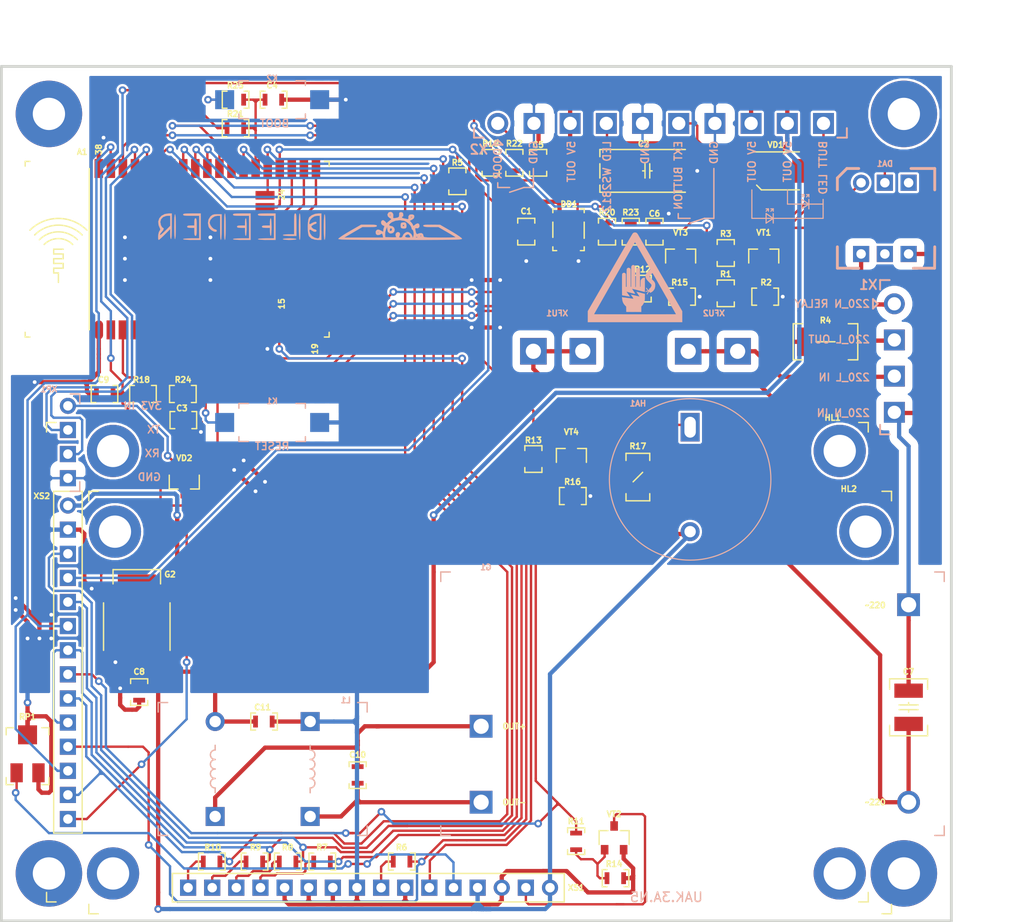
<source format=kicad_pcb>
(kicad_pcb (version 20171130) (host pcbnew "(5.1.2-1)-1")
  (layers (0 F.Cu signal) (31 B.Cu signal) (34 B.Paste user) (35 F.Paste user) (36 B.SilkS user) (37 F.SilkS user) (38 B.Mask user) (39 F.Mask user) (44 Edge.Cuts user))
  (net 0 "")
  (net 1 "Net-(A1-Pad17)")
  (net 2 "Net-(A1-Pad18)")
  (net 3 "Net-(A1-Pad19)")
  (net 4 "Net-(A1-Pad20)")
  (net 5 "Net-(A1-Pad21)")
  (net 6 "Net-(A1-Pad22)")
  (net 7 "Net-(A1-Pad13)")
  (net 8 "Net-(A1-Pad27)")
  (net 9 "Net-(A1-Pad9)")
  (net 10 "Net-(A1-Pad32)")
  (net 11 "Net-(A1-Pad7)")
  (net 12 "Net-(A1-Pad6)")
  (net 13 "Net-(A1-Pad5)")
  (net 14 "Net-(A1-Pad4)")
  (net 15 /220_N)
  (net 16 /220_L)
  (net 17 "Net-(X4-Pad1)")
  (net 18 /BOOT_SEL)
  (net 19 /BOOT_UART_RX)
  (net 20 /BOOT_UART_TX)
  (net 21 /EN_RESET)
  (net 22 /3V3)
  (net 23 "Net-(K1-Pad2)")
  (net 24 "Net-(K2-Pad2)")
  (net 25 /MC_OUT_1)
  (net 26 /DOOR_SENSOR)
  (net 27 /BUZZER)
  (net 28 /LCD_DATA_7)
  (net 29 /LCD_DATA_5)
  (net 30 /LCD_E)
  (net 31 /LCD_A0)
  (net 32 /LCD_DATA_4)
  (net 33 /LCD_DATA_6)
  (net 34 /LCD_LED)
  (net 35 /5V)
  (net 36 "Net-(HA1-Pad2)")
  (net 37 /DOOR_1)
  (net 38 /D_OUT_1)
  (net 39 /EXT_BUTTON)
  (net 40 /LED_WS2812)
  (net 41 /LED_OUT)
  (net 42 /BUTT_1)
  (net 43 "Net-(R1-Pad1)")
  (net 44 "Net-(X3-Pad1)")
  (net 45 /MC_220_OUT)
  (net 46 /220_N_OUT)
  (net 47 "Net-(DA1-Pad3)")
  (net 48 "Net-(DA1-Pad2)")
  (net 49 "Net-(DA1-Pad1)")
  (net 50 "Net-(DA1-Pad5)")
  (net 51 /GND)
  (net 52 /SUPPLY_POWER/5V_NOISE)
  (net 53 /220_L_FU)
  (net 54 /MOSI)
  (net 55 /TOUCH_IRQ)
  (net 56 "Net-(A1-Pad14)")
  (net 57 /220_L_OUT)
  (net 58 "Net-(C10-Pad2)")
  (net 59 "Net-(HL2-Pad16)")
  (net 60 "Net-(HL2-Pad3)")
  (net 61 "Net-(HL2-Pad4)")
  (net 62 "Net-(HL2-Pad6)")
  (net 63 "Net-(HL2-Pad11)")
  (net 64 "Net-(HL2-Pad12)")
  (net 65 "Net-(HL2-Pad13)")
  (net 66 "Net-(HL2-Pad14)")
  (net 67 "Net-(R11-Pad1)")
  (net 68 "Net-(R12-Pad1)")
  (net 69 "Net-(R13-Pad1)")
  (net 70 "Net-(VD2-Pad1)")
  (net 71 "Net-(X5-Pad1)")
  (net 72 "Net-(X6-Pad1)")
  (module N_RLC:Резистор_SMD_1206-0,25_Вт_pnp (layer F.Cu) (at 67 -46.75 90)
    (fp_text reference R17 (at 3.25 0) (layer F.SilkS) (effects (font (size 0.6 0.6))))
    (fp_text value Резистор_0,25Вт)
    (pad 1 smd rect (at -1.75 0 90) (size 1 2) (layers F.Cu F.Paste F.Mask) (net 35 /5V))
    (pad 2 smd rect (at 1.75 0 90) (size 1 2) (layers F.Cu F.Paste F.Mask) (net 36 "Net-(HA1-Pad2)"))
  )
  (module N_DD:Корпус_КТ-46_pnp (layer F.Cu) (at 60 -49 90)
    (fp_text reference VT4 (at 2.5 0 180) (layer F.SilkS) (effects (font (size 0.6 0.6))))
    (fp_text value Транзистор_полевой_N-канальный_IRLML6344TR)
    (pad 1 smd rect (at -1.25 -1 90) (size 1 0.8) (layers F.Cu F.Paste F.Mask) (net 69 "Net-(R13-Pad1)"))
    (pad 2 smd rect (at -1.25 1 90) (size 1 0.8) (layers F.Cu F.Paste F.Mask) (net 51 /GND))
    (pad 3 smd rect (at 1.25 0 90) (size 1 0.8) (layers F.Cu F.Paste F.Mask) (net 36 "Net-(HA1-Pad2)"))
  )
  (module N_DD:Корпус_КТ-46_pnp (layer F.Cu) (at 71.5 -70 90)
    (fp_text reference VT3 (at 2.5 0 180) (layer F.SilkS) (effects (font (size 0.6 0.6))))
    (fp_text value Транзистор_полевой_N-канальный_IRLML6344TR)
    (pad 1 smd rect (at -1.25 -1 90) (size 1 0.8) (layers F.Cu F.Paste F.Mask) (net 68 "Net-(R12-Pad1)"))
    (pad 2 smd rect (at -1.25 1 90) (size 1 0.8) (layers F.Cu F.Paste F.Mask) (net 51 /GND))
    (pad 3 smd rect (at 1.25 0 90) (size 1 0.8) (layers F.Cu F.Paste F.Mask) (net 38 /D_OUT_1))
  )
  (module N_DD:Корпус_КТ-46_pnp (layer F.Cu) (at 64.5 -8.75 90)
    (fp_text reference VT2 (at 2.5 0 180) (layer F.SilkS) (effects (font (size 0.6 0.6))))
    (fp_text value Транзистор_полевой_N-канальный_IRLML6344TR)
    (pad 1 smd rect (at -1.25 -1 90) (size 1 0.8) (layers F.Cu F.Paste F.Mask) (net 67 "Net-(R11-Pad1)"))
    (pad 2 smd rect (at -1.25 1 90) (size 1 0.8) (layers F.Cu F.Paste F.Mask) (net 51 /GND))
    (pad 3 smd rect (at 1.25 0 90) (size 1 0.8) (layers F.Cu F.Paste F.Mask) (net 59 "Net-(HL2-Pad16)"))
  )
  (module N_DD:Корпус_КТ-46_pnp (layer F.Cu) (at 80.25 -70 90)
    (fp_text reference VT1 (at 2.5 0 180) (layer F.SilkS) (effects (font (size 0.6 0.6))))
    (fp_text value Транзистор_полевой_N-канальный_IRLML6344TR)
    (pad 1 smd rect (at -1.25 -1 90) (size 1 0.8) (layers F.Cu F.Paste F.Mask) (net 43 "Net-(R1-Pad1)"))
    (pad 2 smd rect (at -1.25 1 90) (size 1 0.8) (layers F.Cu F.Paste F.Mask) (net 51 /GND))
    (pad 3 smd rect (at 1.25 0 90) (size 1 0.8) (layers F.Cu F.Paste F.Mask) (net 49 "Net-(DA1-Pad1)"))
  )
  (module N_DD:Корпус_КТ-46_pnp (layer F.Cu) (at 19.25 -46.25 270)
    (fp_text reference VD2 (at -2.5 0 180) (layer F.SilkS) (effects (font (size 0.6 0.6))))
    (fp_text value Набор_диодов_BAR43CFILM)
    (pad 1 smd rect (at -1.25 -1 270) (size 1 0.8) (layers F.Cu F.Paste F.Mask) (net 70 "Net-(VD2-Pad1)"))
    (pad 2 smd rect (at -1.25 1 270) (size 1 0.8) (layers F.Cu F.Paste F.Mask) (net 70 "Net-(VD2-Pad1)"))
    (pad 3 smd rect (at 1.25 0 270) (size 1 0.8) (layers F.Cu F.Paste F.Mask) (net 22 /3V3))
  )
  (module N_VD_HL:Диод_SMB_pnp (layer F.Cu) (at 81.625 -79)
    (fp_text reference VD1 (at -0.125 -2.75) (layer F.SilkS) (effects (font (size 0.6 0.6))))
    (fp_text value Диод_шоттки_SK16)
    (pad 2 smd rect (at 2.625 0 270) (size 2.5 2) (layers F.Cu F.Paste F.Mask) (net 38 /D_OUT_1))
    (pad 1 smd rect (at -2.625 0 270) (size 2.5 2) (layers F.Cu F.Paste F.Mask) (net 35 /5V))
  )
  (module N_RLC:резистор_подстроечный_3314J-1_pnp (layer F.Cu) (at 2.75 -17.6 90)
    (fp_text reference RP1 (at 3.9 0 180) (layer F.SilkS) (effects (font (size 0.6 0.6))))
    (fp_text value Резистор_подстроечный_PVA3A103)
    (pad 3 smd rect (at -2 1.15) (size 1.3 2) (layers F.Cu F.Paste F.Mask) (net 51 /GND))
    (pad 1 smd rect (at -2 -1.15) (size 1.3 2) (layers F.Cu F.Paste F.Mask) (net 60 "Net-(HL2-Pad3)"))
    (pad 2 smd rect (at 2 0) (size 2 2) (layers F.Cu F.Paste F.Mask) (net 51 /GND))
  )
  (module N_RLC:Резистор_SMD_2010-0,5_Вт_pnp (layer F.Cu) (at 86.75 -61)
    (fp_text reference R4 (at 0 -2.25) (layer F.SilkS) (effects (font (size 0.6 0.6))))
    (fp_text value Резистор_0,5Вт)
    (pad 2 smd rect (at 2.5 0) (size 1 3) (layers F.Cu F.Paste F.Mask) (net 57 /220_L_OUT))
    (pad 1 smd rect (at -2.5 0) (size 1 3) (layers F.Cu F.Paste F.Mask) (net 53 /220_L_FU))
  )
  (module N_VD_HL:Транзистор_NPN_SOT223_pnp (layer F.Cu) (at 14.25 -32.4)
    (fp_text reference G2 (at 3.5 -4.1) (layer F.SilkS) (effects (font (size 0.6 0.6))))
    (fp_text value стабилизатор_нерегулируемый_LM1117GS-3.3)
    (pad 3 smd rect (at 2.25 3.15) (size 1.5 2) (layers F.Cu F.Paste F.Mask) (net 35 /5V) (clearance 0.2))
    (pad 1 smd rect (at -2.25 3.15) (size 1.5 2) (layers F.Cu F.Paste F.Mask) (net 51 /GND) (clearance 0.2))
    (pad 2 smd rect (at 0 3.15) (size 1.5 2) (layers F.Cu F.Paste F.Mask) (net 22 /3V3) (clearance 0.2))
    (pad 4 smd rect (at 0 -3.1) (size 4 2) (layers F.Cu F.Paste F.Mask) (clearance 0.2))
  )
  (module N_G:SOT-23-5_pnp (layer F.Cu) (at 59.7 -72.8 90)
    (fp_text reference DD1 (at 2.7 0.05) (layer F.SilkS) (effects (font (size 0.6 0.6))))
    (fp_text value Повторитель_M74VHC1GT125)
    (pad 1 smd rect (at -1.3 -0.95 90) (size 1.1 0.7) (layers F.Cu F.Paste F.Mask) (net 51 /GND))
    (pad 2 smd rect (at -1.3 0 90) (size 1.1 0.7) (layers F.Cu F.Paste F.Mask) (net 40 /LED_WS2812))
    (pad 3 smd rect (at -1.3 0.95 90) (size 1.1 0.7) (layers F.Cu F.Paste F.Mask) (net 51 /GND))
    (pad 4 smd rect (at 1.3 0.95 90) (size 1.1 0.7) (layers F.Cu F.Paste F.Mask) (net 41 /LED_OUT))
    (pad 5 smd rect (at 1.3 -0.95 90) (size 1.1 0.7) (layers F.Cu F.Paste F.Mask) (net 35 /5V))
  )
  (module N_RLC:Конденсатор_SMD_1210_pnp (layer F.Cu) (at 95.5 -22.5 90)
    (fp_text reference C7 (at 3.75 0 180) (layer F.SilkS) (effects (font (size 0.6 0.6))))
    (fp_text value Конденсатор_керамический)
    (pad 1 smd rect (at -1.75 0 90) (size 1.5 3) (layers F.Cu F.Paste F.Mask) (net 53 /220_L_FU) (clearance 0.2))
    (pad 2 smd rect (at 1.75 0 90) (size 1.5 3) (layers F.Cu F.Paste F.Mask) (net 15 /220_N) (clearance 0.2))
  )
  (module N_RLC:Конденсатор_SMD_0603_pnp (layer F.Cu) (at 27.625 -21)
    (fp_text reference C11 (at -0.125 -1.5) (layer F.SilkS) (effects (font (size 0.6 0.6))))
    (fp_text value Конденсатор_керамический)
    (pad 2 smd rect (at 0.875 0) (size 0.5 1.25) (layers F.Cu F.Paste F.Mask) (net 51 /GND) (clearance 0.2))
    (pad 1 smd rect (at -0.875 0) (size 0.5 1.25) (layers F.Cu F.Paste F.Mask) (net 35 /5V) (clearance 0.2))
  )
  (module N_RLC:Конденсатор_SMD_0603_pnp (layer F.Cu) (at 10.875 -55.5 180)
    (fp_text reference C9 (at 0.125 1.5) (layer F.SilkS) (effects (font (size 0.6 0.6))))
    (fp_text value Конденсатор_керамический)
    (pad 2 smd rect (at 0.875 0 180) (size 0.5 1.25) (layers F.Cu F.Paste F.Mask) (net 51 /GND) (clearance 0.2))
    (pad 1 smd rect (at -0.875 0 180) (size 0.5 1.25) (layers F.Cu F.Paste F.Mask) (net 22 /3V3) (clearance 0.2))
  )
  (module N_RLC:Конденсатор_SMD_0603_pnp (layer F.Cu) (at 37.5 -15.375 270)
    (fp_text reference C10 (at -2.125 0 180) (layer F.SilkS) (effects (font (size 0.6 0.6))))
    (fp_text value Конденсатор_керамический)
    (pad 2 smd rect (at 0.875 0 270) (size 0.5 1.25) (layers F.Cu F.Paste F.Mask) (net 58 "Net-(C10-Pad2)") (clearance 0.2))
    (pad 1 smd rect (at -0.875 0 270) (size 0.5 1.25) (layers F.Cu F.Paste F.Mask) (net 52 /SUPPLY_POWER/5V_NOISE) (clearance 0.2))
  )
  (module N_RLC:Конденсатор_SMD_0603_pnp (layer F.Cu) (at 14.5 -24.125 270)
    (fp_text reference C8 (at -2.125 0 180) (layer F.SilkS) (effects (font (size 0.6 0.6))))
    (fp_text value Конденсатор_керамический)
    (pad 2 smd rect (at 0.875 0 270) (size 0.5 1.25) (layers F.Cu F.Paste F.Mask) (net 51 /GND) (clearance 0.2))
    (pad 1 smd rect (at -0.875 0 270) (size 0.5 1.25) (layers F.Cu F.Paste F.Mask) (net 35 /5V) (clearance 0.2))
  )
  (module N_RLC:Конденсатор_SMD_0603_pnp (layer F.Cu) (at 68.75 -72.625 270)
    (fp_text reference C6 (at -1.875 0 180) (layer F.SilkS) (effects (font (size 0.6 0.6))))
    (fp_text value Конденсатор_керамический)
    (pad 2 smd rect (at 0.875 0 270) (size 0.5 1.25) (layers F.Cu F.Paste F.Mask) (net 39 /EXT_BUTTON) (clearance 0.2))
    (pad 1 smd rect (at -0.875 0 270) (size 0.5 1.25) (layers F.Cu F.Paste F.Mask) (net 51 /GND) (clearance 0.2))
  )
  (module N_RLC:Конденсатор_SMD_0603_pnp (layer F.Cu) (at 56.5 -79.875 270)
    (fp_text reference C5 (at -1.875 0 180) (layer F.SilkS) (effects (font (size 0.6 0.6))))
    (fp_text value Конденсатор_керамический)
    (pad 2 smd rect (at 0.875 0 270) (size 0.5 1.25) (layers F.Cu F.Paste F.Mask) (net 26 /DOOR_SENSOR) (clearance 0.2))
    (pad 1 smd rect (at -0.875 0 270) (size 0.5 1.25) (layers F.Cu F.Paste F.Mask) (net 51 /GND) (clearance 0.2))
  )
  (module N_RLC:Конденсатор_SMD_0603_pnp (layer F.Cu) (at 28.625 -86.5)
    (fp_text reference C4 (at -0.125 -1.5) (layer F.SilkS) (effects (font (size 0.6 0.6))))
    (fp_text value Конденсатор_керамический)
    (pad 2 smd rect (at 0.875 0) (size 0.5 1.25) (layers F.Cu F.Paste F.Mask) (net 51 /GND) (clearance 0.2))
    (pad 1 smd rect (at -0.875 0) (size 0.5 1.25) (layers F.Cu F.Paste F.Mask) (net 18 /BOOT_SEL) (clearance 0.2))
  )
  (module N_RLC:Конденсатор_SMD_0603_pnp (layer F.Cu) (at 19.125 -52.75)
    (fp_text reference C3 (at -0.125 -1.25) (layer F.SilkS) (effects (font (size 0.6 0.6))))
    (fp_text value Конденсатор_керамический)
    (pad 2 smd rect (at 0.875 0) (size 0.5 1.25) (layers F.Cu F.Paste F.Mask) (net 51 /GND) (clearance 0.2))
    (pad 1 smd rect (at -0.875 0) (size 0.5 1.25) (layers F.Cu F.Paste F.Mask) (net 21 /EN_RESET) (clearance 0.2))
  )
  (module N_RLC:Конденсатор_SMD_0603_pnp (layer F.Cu) (at 55.25 -72.625 270)
    (fp_text reference C1 (at -2.125 0 180) (layer F.SilkS) (effects (font (size 0.6 0.6))))
    (fp_text value Конденсатор_керамический)
    (pad 2 smd rect (at 0.875 0 270) (size 0.5 1.25) (layers F.Cu F.Paste F.Mask) (net 51 /GND) (clearance 0.2))
    (pad 1 smd rect (at -0.875 0 270) (size 0.5 1.25) (layers F.Cu F.Paste F.Mask) (net 35 /5V) (clearance 0.2))
  )
  (module N_RLC:Конденсатор_тантал_SMD_m7343_pnp (layer F.Cu) (at 67.875 -79)
    (fp_text reference C2 (at -0.275001 -2.850001) (layer F.SilkS) (effects (font (size 0.6 0.6))))
    (fp_text value Конденсатор_К53-56А-32В-22_мкФ+-10проц.)
    (pad 1 smd rect (at -3.625 0) (size 1.5 3.5) (layers F.Cu F.Paste F.Mask) (net 35 /5V))
    (pad 2 smd rect (at 3.625 0) (size 1.5 3.5) (layers F.Cu F.Paste F.Mask) (net 51 /GND))
  )
  (module N_A:ESP32_WROVER_or_WROOM32_pnp (layer F.Cu) (at 19.25 -70.75 90)
    (fp_text reference A1 (at 10.25 -10.75 180) (layer F.SilkS) (effects (font (size 0.6 0.6))))
    (fp_text value модуль_esp32_wrover_OR_wroom32_SMD)
    (fp_text user 38 (at 10.5 -9 90) (layer F.SilkS) (effects (font (size 0.6 0.6))))
    (fp_text user 19 (at -10.5 13.75 90) (layer F.SilkS) (effects (font (size 0.6 0.6))))
    (fp_text user 15 (at -5.75 10.25 90) (layer F.SilkS) (effects (font (size 0.6 0.6))))
    (fp_text user 24 (at 5.75 10.25 90) (layer F.SilkS) (effects (font (size 0.6 0.6))))
    (pad 1 smd oval (at -8.5 -9 90) (size 2 0.9) (layers F.Cu F.Paste F.Mask) (net 51 /GND))
    (pad 38 smd rect (at 8.5 -9 90) (size 2 0.9) (layers F.Cu F.Paste F.Mask) (net 51 /GND))
    (pad 2 smd rect (at -8.5 -7.73 90) (size 2 0.9) (layers F.Cu F.Paste F.Mask) (net 22 /3V3))
    (pad 37 smd rect (at 8.5 -7.73 90) (size 2 0.9) (layers F.Cu F.Paste F.Mask) (net 54 /MOSI))
    (pad 3 smd rect (at -8.5 -6.46 90) (size 2 0.9) (layers F.Cu F.Paste F.Mask) (net 21 /EN_RESET))
    (pad 36 smd rect (at 8.5 -6.46 90) (size 2 0.9) (layers F.Cu F.Paste F.Mask) (net 40 /LED_WS2812))
    (pad 4 smd rect (at -8.5 -5.19 90) (size 2 0.9) (layers F.Cu F.Paste F.Mask) (net 14 "Net-(A1-Pad4)"))
    (pad 35 smd rect (at 8.5 -5.19 90) (size 2 0.9) (layers F.Cu F.Paste F.Mask) (net 20 /BOOT_UART_TX))
    (pad 5 smd rect (at -8.5 -3.92 90) (size 2 0.9) (layers F.Cu F.Paste F.Mask) (net 13 "Net-(A1-Pad5)"))
    (pad 34 smd rect (at 8.5 -3.92 90) (size 2 0.9) (layers F.Cu F.Paste F.Mask) (net 19 /BOOT_UART_RX))
    (pad 6 smd rect (at -8.5 -2.65 90) (size 2 0.9) (layers F.Cu F.Paste F.Mask) (net 12 "Net-(A1-Pad6)"))
    (pad 33 smd rect (at 8.5 -2.65 90) (size 2 0.9) (layers F.Cu F.Paste F.Mask) (net 27 /BUZZER))
    (pad 7 smd rect (at -8.5 -1.38 90) (size 2 0.9) (layers F.Cu F.Paste F.Mask) (net 11 "Net-(A1-Pad7)"))
    (pad 32 smd rect (at 8.5 -1.38 90) (size 2 0.9) (layers F.Cu F.Paste F.Mask) (net 10 "Net-(A1-Pad32)"))
    (pad 8 smd rect (at -8.5 -0.11 90) (size 2 0.9) (layers F.Cu F.Paste F.Mask) (net 55 /TOUCH_IRQ))
    (pad 31 smd rect (at 8.5 -0.11 90) (size 2 0.9) (layers F.Cu F.Paste F.Mask) (net 28 /LCD_DATA_7))
    (pad 9 smd rect (at -8.5 1.16 90) (size 2 0.9) (layers F.Cu F.Paste F.Mask) (net 9 "Net-(A1-Pad9)"))
    (pad 30 smd rect (at 8.5 1.16 90) (size 2 0.9) (layers F.Cu F.Paste F.Mask) (net 33 /LCD_DATA_6))
    (pad 10 smd rect (at -8.5 2.43 90) (size 2 0.9) (layers F.Cu F.Paste F.Mask) (net 45 /MC_220_OUT))
    (pad 29 smd rect (at 8.5 2.43 90) (size 2 0.9) (layers F.Cu F.Paste F.Mask) (net 29 /LCD_DATA_5))
    (pad 11 smd rect (at -8.5 3.7 90) (size 2 0.9) (layers F.Cu F.Paste F.Mask) (net 25 /MC_OUT_1))
    (pad 28 smd rect (at 8.5 3.7 90) (size 2 0.9) (layers F.Cu F.Paste F.Mask) (net 26 /DOOR_SENSOR))
    (pad 12 smd rect (at -8.5 4.97 90) (size 2 0.9) (layers F.Cu F.Paste F.Mask) (net 39 /EXT_BUTTON))
    (pad 27 smd rect (at 8.5 4.97 90) (size 2 0.9) (layers F.Cu F.Paste F.Mask) (net 8 "Net-(A1-Pad27)"))
    (pad 13 smd rect (at -8.5 6.24 90) (size 2 0.9) (layers F.Cu F.Paste F.Mask) (net 7 "Net-(A1-Pad13)"))
    (pad 26 smd rect (at 8.5 6.24 90) (size 2 0.9) (layers F.Cu F.Paste F.Mask) (net 32 /LCD_DATA_4))
    (pad 14 smd rect (at -8.5 7.51 90) (size 2 0.9) (layers F.Cu F.Paste F.Mask) (net 56 "Net-(A1-Pad14)"))
    (pad 39 smd rect (at -1 -1.5 90) (size 1.35 1.35) (layers F.Cu F.Paste F.Mask) (net 51 /GND))
    (pad 39 smd rect (at -1 -3.25 90) (size 1.35 1.35) (layers F.Cu F.Paste F.Mask) (net 51 /GND))
    (pad 39 smd rect (at -1 0.25 90) (size 1.35 1.35) (layers F.Cu F.Paste F.Mask) (net 51 /GND))
    (pad 39 smd rect (at 0.75 0.25 90) (size 1.35 1.35) (layers F.Cu F.Paste F.Mask) (net 51 /GND))
    (pad 39 smd rect (at 0.75 -3.25 90) (size 1.35 1.35) (layers F.Cu F.Paste F.Mask) (net 51 /GND))
    (pad 39 smd rect (at 0.75 -1.5 90) (size 1.35 1.35) (layers F.Cu F.Paste F.Mask) (net 51 /GND))
    (pad 39 smd rect (at -2.75 0.25 90) (size 1.35 1.35) (layers F.Cu F.Paste F.Mask) (net 51 /GND))
    (pad 39 smd rect (at -2.75 -3.25 90) (size 1.35 1.35) (layers F.Cu F.Paste F.Mask) (net 51 /GND))
    (pad 39 smd rect (at -2.75 -1.5 90) (size 1.35 1.35) (layers F.Cu F.Paste F.Mask) (net 51 /GND))
    (pad 25 smd rect (at 8.5 7.51 90) (size 2 0.9) (layers F.Cu F.Paste F.Mask) (net 18 /BOOT_SEL))
    (pad 15 smd rect (at -8.5 8.78 90) (size 2 0.9) (layers F.Cu F.Paste F.Mask) (net 51 /GND))
    (pad 24 smd rect (at 8.5 8.78 90) (size 2 0.9) (layers F.Cu F.Paste F.Mask) (net 30 /LCD_E))
    (pad 16 smd rect (at -8.5 10.05 90) (size 2 0.9) (layers F.Cu F.Paste F.Mask) (net 34 /LCD_LED))
    (pad 23 smd rect (at 8.5 10.05 90) (size 2 0.9) (layers F.Cu F.Paste F.Mask) (net 31 /LCD_A0))
    (pad 17 smd rect (at -8.5 11.32 90) (size 2 0.9) (layers F.Cu F.Paste F.Mask) (net 1 "Net-(A1-Pad17)"))
    (pad 22 smd rect (at 8.5 11.32 90) (size 2 0.9) (layers F.Cu F.Paste F.Mask) (net 6 "Net-(A1-Pad22)"))
    (pad 18 smd rect (at -8.5 12.59 90) (size 2 0.9) (layers F.Cu F.Paste F.Mask) (net 2 "Net-(A1-Pad18)"))
    (pad 21 smd rect (at 8.5 12.59 90) (size 2 0.9) (layers F.Cu F.Paste F.Mask) (net 5 "Net-(A1-Pad21)"))
    (pad 19 smd rect (at -8.5 13.86 90) (size 2 0.9) (layers F.Cu F.Paste F.Mask) (net 3 "Net-(A1-Pad19)"))
    (pad 20 smd rect (at 8.5 13.86 90) (size 2 0.9) (layers F.Cu F.Paste F.Mask) (net 4 "Net-(A1-Pad20)"))
    (pad 24 smd rect (at 5.68 8.5 90) (size 0.9 2) (layers F.Cu F.Paste F.Mask) (net 30 /LCD_E))
    (pad 23 smd rect (at 4.41 8.5 90) (size 0.9 2) (layers F.Cu F.Paste F.Mask) (net 31 /LCD_A0))
    (pad 22 smd rect (at 3.14 8.5 90) (size 0.9 2) (layers F.Cu F.Paste F.Mask) (net 6 "Net-(A1-Pad22)"))
    (pad 15 smd rect (at -5.75 8.5 90) (size 0.9 2) (layers F.Cu F.Paste F.Mask) (net 51 /GND))
    (pad 21 smd rect (at 1.87 8.5 90) (size 0.9 2) (layers F.Cu F.Paste F.Mask) (net 5 "Net-(A1-Pad21)"))
    (pad 20 smd rect (at 0.6 8.5 90) (size 0.9 2) (layers F.Cu F.Paste F.Mask) (net 4 "Net-(A1-Pad20)"))
    (pad 19 smd rect (at -0.67 8.5 90) (size 0.9 2) (layers F.Cu F.Paste F.Mask) (net 3 "Net-(A1-Pad19)"))
    (pad 16 smd rect (at -4.48 8.5 90) (size 0.9 2) (layers F.Cu F.Paste F.Mask) (net 34 /LCD_LED))
    (pad 18 smd rect (at -1.94 8.5 90) (size 0.9 2) (layers F.Cu F.Paste F.Mask) (net 2 "Net-(A1-Pad18)"))
    (pad 17 smd rect (at -3.21 8.5 90) (size 0.9 2) (layers F.Cu F.Paste F.Mask) (net 1 "Net-(A1-Pad17)"))
  )
  (module N_RLC:Резистор_SMD_0603_0,065_Вт_pnp (layer F.Cu) (at 22.125 -6.25)
    (fp_text reference R10 (at 0.125 -1.5) (layer F.SilkS) (effects (font (size 0.6 0.6))))
    (fp_text value Резистор_0,065Вт)
    (pad 2 smd rect (at 0.875 0) (size 0.5 1.25) (layers F.Cu F.Paste F.Mask) (net 28 /LCD_DATA_7) (clearance 0.2))
    (pad 1 smd rect (at -0.875 0) (size 0.5 1.25) (layers F.Cu F.Paste F.Mask) (net 66 "Net-(HL2-Pad14)") (clearance 0.2))
  )
  (module N_RLC:Резистор_SMD_0603_0,065_Вт_pnp (layer F.Cu) (at 26.625 -6.25)
    (fp_text reference R9 (at 0.125 -1.5) (layer F.SilkS) (effects (font (size 0.6 0.6))))
    (fp_text value Резистор_0,065Вт)
    (pad 2 smd rect (at 0.875 0) (size 0.5 1.25) (layers F.Cu F.Paste F.Mask) (net 33 /LCD_DATA_6) (clearance 0.2))
    (pad 1 smd rect (at -0.875 0) (size 0.5 1.25) (layers F.Cu F.Paste F.Mask) (net 65 "Net-(HL2-Pad13)") (clearance 0.2))
  )
  (module N_RLC:Резистор_SMD_0603_0,065_Вт_pnp (layer F.Cu) (at 30.125 -6.25)
    (fp_text reference R8 (at 0 -1.5) (layer F.SilkS) (effects (font (size 0.6 0.6))))
    (fp_text value Резистор_0,065Вт)
    (pad 2 smd rect (at 0.875 0) (size 0.5 1.25) (layers F.Cu F.Paste F.Mask) (net 29 /LCD_DATA_5) (clearance 0.2))
    (pad 1 smd rect (at -0.875 0) (size 0.5 1.25) (layers F.Cu F.Paste F.Mask) (net 64 "Net-(HL2-Pad12)") (clearance 0.2))
  )
  (module N_RLC:Резистор_SMD_0603_0,065_Вт_pnp (layer F.Cu) (at 76.25 -70.375 270)
    (fp_text reference R3 (at -2 0 180) (layer F.SilkS) (effects (font (size 0.6 0.6))))
    (fp_text value Резистор_0,065Вт)
    (pad 2 smd rect (at 0.875 0 270) (size 0.5 1.25) (layers F.Cu F.Paste F.Mask) (net 22 /3V3) (clearance 0.2))
    (pad 1 smd rect (at -0.875 0 270) (size 0.5 1.25) (layers F.Cu F.Paste F.Mask) (net 48 "Net-(DA1-Pad2)") (clearance 0.2))
  )
  (module N_RLC:Резистор_SMD_0603_0,065_Вт_pnp (layer F.Cu) (at 80.375 -65.75)
    (fp_text reference R2 (at 0.125 -1.5) (layer F.SilkS) (effects (font (size 0.6 0.6))))
    (fp_text value Резистор_0,065Вт)
    (pad 2 smd rect (at 0.875 0) (size 0.5 1.25) (layers F.Cu F.Paste F.Mask) (net 51 /GND) (clearance 0.2))
    (pad 1 smd rect (at -0.875 0) (size 0.5 1.25) (layers F.Cu F.Paste F.Mask) (net 43 "Net-(R1-Pad1)") (clearance 0.2))
  )
  (module N_RLC:Резистор_SMD_0603_0,065_Вт_pnp (layer F.Cu) (at 76.25 -66.125 270)
    (fp_text reference R1 (at -2 0 180) (layer F.SilkS) (effects (font (size 0.6 0.6))))
    (fp_text value Резистор_0,065Вт)
    (pad 2 smd rect (at 0.875 0 270) (size 0.5 1.25) (layers F.Cu F.Paste F.Mask) (net 45 /MC_220_OUT) (clearance 0.2))
    (pad 1 smd rect (at -0.875 0 270) (size 0.5 1.25) (layers F.Cu F.Paste F.Mask) (net 43 "Net-(R1-Pad1)") (clearance 0.2))
  )
  (module N_RLC:Резистор_SMD_0603_0,065_Вт_pnp (layer F.Cu) (at 33.75 -6.25)
    (fp_text reference R7 (at 0 -1.5) (layer F.SilkS) (effects (font (size 0.6 0.6))))
    (fp_text value Резистор_0,065Вт)
    (pad 2 smd rect (at 0.875 0) (size 0.5 1.25) (layers F.Cu F.Paste F.Mask) (net 32 /LCD_DATA_4) (clearance 0.2))
    (pad 1 smd rect (at -0.875 0) (size 0.5 1.25) (layers F.Cu F.Paste F.Mask) (net 63 "Net-(HL2-Pad11)") (clearance 0.2))
  )
  (module N_RLC:Резистор_SMD_0603_0,065_Вт_pnp (layer F.Cu) (at 42.125 -6.25)
    (fp_text reference R6 (at 0 -1.5) (layer F.SilkS) (effects (font (size 0.6 0.6))))
    (fp_text value Резистор_0,065Вт)
    (pad 2 smd rect (at 0.875 0) (size 0.5 1.25) (layers F.Cu F.Paste F.Mask) (net 30 /LCD_E) (clearance 0.2))
    (pad 1 smd rect (at -0.875 0) (size 0.5 1.25) (layers F.Cu F.Paste F.Mask) (net 62 "Net-(HL2-Pad6)") (clearance 0.2))
  )
  (module N_RLC:Резистор_SMD_0603_0,065_Вт_pnp (layer F.Cu) (at 48 -77.875 90)
    (fp_text reference R5 (at 2 0 180) (layer F.SilkS) (effects (font (size 0.6 0.6))))
    (fp_text value Резистор_0,065Вт)
    (pad 2 smd rect (at 0.875 0 90) (size 0.5 1.25) (layers F.Cu F.Paste F.Mask) (net 31 /LCD_A0) (clearance 0.2))
    (pad 1 smd rect (at -0.875 0 90) (size 0.5 1.25) (layers F.Cu F.Paste F.Mask) (net 61 "Net-(HL2-Pad4)") (clearance 0.2))
  )
  (module N_RLC:Резистор_SMD_0603_0,065_Вт_pnp (layer F.Cu) (at 24.625 -86.5)
    (fp_text reference R25 (at 0 -1.5) (layer F.SilkS) (effects (font (size 0.6 0.6))))
    (fp_text value Резистор_0,065Вт)
    (pad 2 smd rect (at 0.875 0) (size 0.5 1.25) (layers F.Cu F.Paste F.Mask) (net 18 /BOOT_SEL) (clearance 0.2))
    (pad 1 smd rect (at -0.875 0) (size 0.5 1.25) (layers F.Cu F.Paste F.Mask) (net 24 "Net-(K2-Pad2)") (clearance 0.2))
  )
  (module N_RLC:Резистор_SMD_0603_0,065_Вт_pnp (layer F.Cu) (at 19.125 -55.5 180)
    (fp_text reference R24 (at 0 1.5) (layer F.SilkS) (effects (font (size 0.6 0.6))))
    (fp_text value Резистор_0,065Вт)
    (pad 2 smd rect (at 0.875 0 180) (size 0.5 1.25) (layers F.Cu F.Paste F.Mask) (net 21 /EN_RESET) (clearance 0.2))
    (pad 1 smd rect (at -0.875 0 180) (size 0.5 1.25) (layers F.Cu F.Paste F.Mask) (net 23 "Net-(K1-Pad2)") (clearance 0.2))
  )
  (module N_RLC:Резистор_SMD_0603_0,065_Вт_pnp (layer F.Cu) (at 66.25 -72.625 270)
    (fp_text reference R23 (at -2 0 180) (layer F.SilkS) (effects (font (size 0.6 0.6))))
    (fp_text value Резистор_0,065Вт)
    (pad 2 smd rect (at 0.875 0 270) (size 0.5 1.25) (layers F.Cu F.Paste F.Mask) (net 39 /EXT_BUTTON) (clearance 0.2))
    (pad 1 smd rect (at -0.875 0 270) (size 0.5 1.25) (layers F.Cu F.Paste F.Mask) (net 42 /BUTT_1) (clearance 0.2))
  )
  (module N_RLC:Резистор_SMD_0603_0,065_Вт_pnp (layer F.Cu) (at 54 -79.875 270)
    (fp_text reference R22 (at -2 0 180) (layer F.SilkS) (effects (font (size 0.6 0.6))))
    (fp_text value Резистор_0,065Вт)
    (pad 2 smd rect (at 0.875 0 270) (size 0.5 1.25) (layers F.Cu F.Paste F.Mask) (net 26 /DOOR_SENSOR) (clearance 0.2))
    (pad 1 smd rect (at -0.875 0 270) (size 0.5 1.25) (layers F.Cu F.Paste F.Mask) (net 37 /DOOR_1) (clearance 0.2))
  )
  (module N_RLC:Резистор_SMD_0603_0,065_Вт_pnp (layer F.Cu) (at 24.625 -83.5)
    (fp_text reference R21 (at 0 -1.5) (layer F.SilkS) (effects (font (size 0.6 0.6))))
    (fp_text value Резистор_0,065Вт)
    (pad 2 smd rect (at 0.875 0) (size 0.5 1.25) (layers F.Cu F.Paste F.Mask) (net 18 /BOOT_SEL) (clearance 0.2))
    (pad 1 smd rect (at -0.875 0) (size 0.5 1.25) (layers F.Cu F.Paste F.Mask) (net 22 /3V3) (clearance 0.2))
  )
  (module N_RLC:Резистор_SMD_0603_0,065_Вт_pnp (layer F.Cu) (at 63.75 -72.625 270)
    (fp_text reference R20 (at -2 0 180) (layer F.SilkS) (effects (font (size 0.6 0.6))))
    (fp_text value Резистор_0,065Вт)
    (pad 2 smd rect (at 0.875 0 270) (size 0.5 1.25) (layers F.Cu F.Paste F.Mask) (net 39 /EXT_BUTTON) (clearance 0.2))
    (pad 1 smd rect (at -0.875 0 270) (size 0.5 1.25) (layers F.Cu F.Paste F.Mask) (net 22 /3V3) (clearance 0.2))
  )
  (module N_RLC:Резистор_SMD_0603_0,065_Вт_pnp (layer F.Cu) (at 51.5 -79.875 270)
    (fp_text reference R19 (at -2 0 180) (layer F.SilkS) (effects (font (size 0.6 0.6))))
    (fp_text value Резистор_0,065Вт)
    (pad 2 smd rect (at 0.875 0 270) (size 0.5 1.25) (layers F.Cu F.Paste F.Mask) (net 26 /DOOR_SENSOR) (clearance 0.2))
    (pad 1 smd rect (at -0.875 0 270) (size 0.5 1.25) (layers F.Cu F.Paste F.Mask) (net 22 /3V3) (clearance 0.2))
  )
  (module N_RLC:Резистор_SMD_0603_0,065_Вт_pnp (layer F.Cu) (at 14.875 -55.5)
    (fp_text reference R18 (at -0.125 -1.5) (layer F.SilkS) (effects (font (size 0.6 0.6))))
    (fp_text value Резистор_0,065Вт)
    (pad 2 smd rect (at 0.875 0) (size 0.5 1.25) (layers F.Cu F.Paste F.Mask) (net 21 /EN_RESET) (clearance 0.2))
    (pad 1 smd rect (at -0.875 0) (size 0.5 1.25) (layers F.Cu F.Paste F.Mask) (net 22 /3V3) (clearance 0.2))
  )
  (module N_RLC:Резистор_SMD_0603_0,065_Вт_pnp (layer F.Cu) (at 60.125 -44.75)
    (fp_text reference R16 (at 0 -1.5) (layer F.SilkS) (effects (font (size 0.6 0.6))))
    (fp_text value Резистор_0,065Вт)
    (pad 2 smd rect (at 0.875 0) (size 0.5 1.25) (layers F.Cu F.Paste F.Mask) (net 51 /GND) (clearance 0.2))
    (pad 1 smd rect (at -0.875 0) (size 0.5 1.25) (layers F.Cu F.Paste F.Mask) (net 69 "Net-(R13-Pad1)") (clearance 0.2))
  )
  (module N_RLC:Резистор_SMD_0603_0,065_Вт_pnp (layer F.Cu) (at 71.625 -65.75)
    (fp_text reference R15 (at -0.225 -1.5) (layer F.SilkS) (effects (font (size 0.6 0.6))))
    (fp_text value Резистор_0,065Вт)
    (pad 2 smd rect (at 0.875 0) (size 0.5 1.25) (layers F.Cu F.Paste F.Mask) (net 51 /GND) (clearance 0.2))
    (pad 1 smd rect (at -0.875 0) (size 0.5 1.25) (layers F.Cu F.Paste F.Mask) (net 68 "Net-(R12-Pad1)") (clearance 0.2))
  )
  (module N_RLC:Резистор_SMD_0603_0,065_Вт_pnp (layer F.Cu) (at 64.625 -4.5)
    (fp_text reference R14 (at -0.125 -1.5) (layer F.SilkS) (effects (font (size 0.6 0.6))))
    (fp_text value Резистор_0,065Вт)
    (pad 2 smd rect (at 0.875 0) (size 0.5 1.25) (layers F.Cu F.Paste F.Mask) (net 51 /GND) (clearance 0.2))
    (pad 1 smd rect (at -0.875 0) (size 0.5 1.25) (layers F.Cu F.Paste F.Mask) (net 67 "Net-(R11-Pad1)") (clearance 0.2))
  )
  (module N_RLC:Резистор_SMD_0603_0,065_Вт_pnp (layer F.Cu) (at 56 -48.625 90)
    (fp_text reference R13 (at 2 0 180) (layer F.SilkS) (effects (font (size 0.6 0.6))))
    (fp_text value Резистор_0,065Вт)
    (pad 2 smd rect (at 0.875 0 90) (size 0.5 1.25) (layers F.Cu F.Paste F.Mask) (net 27 /BUZZER) (clearance 0.2))
    (pad 1 smd rect (at -0.875 0 90) (size 0.5 1.25) (layers F.Cu F.Paste F.Mask) (net 69 "Net-(R13-Pad1)") (clearance 0.2))
  )
  (module N_RLC:Резистор_SMD_0603_0,065_Вт_pnp (layer F.Cu) (at 67.5 -66.625 270)
    (fp_text reference R12 (at -2 0 180) (layer F.SilkS) (effects (font (size 0.6 0.6))))
    (fp_text value Резистор_0,065Вт)
    (pad 2 smd rect (at 0.875 0 270) (size 0.5 1.25) (layers F.Cu F.Paste F.Mask) (net 25 /MC_OUT_1) (clearance 0.2))
    (pad 1 smd rect (at -0.875 0 270) (size 0.5 1.25) (layers F.Cu F.Paste F.Mask) (net 68 "Net-(R12-Pad1)") (clearance 0.2))
  )
  (module N_RLC:Резистор_SMD_0603_0,065_Вт_pnp (layer F.Cu) (at 60.5 -8.375 90)
    (fp_text reference R11 (at 2.125 0 180) (layer F.SilkS) (effects (font (size 0.6 0.6))))
    (fp_text value Резистор_0,065Вт)
    (pad 2 smd rect (at 0.875 0 90) (size 0.5 1.25) (layers F.Cu F.Paste F.Mask) (net 34 /LCD_LED) (clearance 0.2))
    (pad 1 smd rect (at -0.875 0 90) (size 0.5 1.25) (layers F.Cu F.Paste F.Mask) (net 67 "Net-(R11-Pad1)") (clearance 0.2))
  )
  (module N_X:Клеммник_х10_шаг3,81_15EDGRC (layer B.Cu) (at 52.25 -84)
    (fp_text reference X2 (at -2 2.75) (layer B.SilkS) (effects (font (thickness 0.2)) (justify mirror)))
    (fp_text value Клеммник_х10)
    (pad 10 thru_hole rect (at 34.29 0) (size 2.2 2.2) (drill 1.4) (layers *.Cu *.Mask) (net 38 /D_OUT_1))
    (pad 9 thru_hole rect (at 30.48 0) (size 2.2 2.2) (drill 1.4) (layers *.Cu *.Mask) (net 35 /5V))
    (pad 8 thru_hole rect (at 26.67 0) (size 2.2 2.2) (drill 1.4) (layers *.Cu *.Mask) (net 35 /5V))
    (pad 7 thru_hole rect (at 22.86 0) (size 2.2 2.2) (drill 1.4) (layers *.Cu *.Mask) (net 51 /GND))
    (pad 6 thru_hole rect (at 19.05 0) (size 2.2 2.2) (drill 1.4) (layers *.Cu *.Mask) (net 42 /BUTT_1))
    (pad 5 thru_hole rect (at 15.24 0) (size 2.2 2.2) (drill 1.4) (layers *.Cu *.Mask) (net 51 /GND))
    (pad 4 thru_hole rect (at 11.43 0) (size 2.2 2.2) (drill 1.4) (layers *.Cu *.Mask) (net 41 /LED_OUT))
    (pad 3 thru_hole rect (at 7.62 0) (size 2.2 2.2) (drill 1.4) (layers *.Cu *.Mask) (net 35 /5V))
    (pad 2 thru_hole rect (at 3.81 0) (size 2.2 2.2) (drill 1.4) (layers *.Cu *.Mask) (net 51 /GND))
    (pad 1 thru_hole circle (at 0 0) (size 2.2 2.2) (drill 1.4) (layers *.Cu *.Mask) (net 37 /DOOR_1))
  )
  (module N_X:Клеммник_х4_шаг3,81_15EDGRC (layer B.Cu) (at 94 -65 270)
    (fp_text reference X1 (at -2 2.75 180) (layer B.SilkS) (effects (font (thickness 0.2)) (justify mirror)))
    (fp_text value Клеммник_х4)
    (pad 4 thru_hole rect (at 11.43 0 270) (size 2.2 2.2) (drill 1.4) (layers *.Cu *.Mask) (net 15 /220_N))
    (pad 3 thru_hole rect (at 7.62 0 270) (size 2.2 2.2) (drill 1.4) (layers *.Cu *.Mask) (net 16 /220_L))
    (pad 2 thru_hole rect (at 3.81 0 270) (size 2.2 2.2) (drill 1.4) (layers *.Cu *.Mask) (net 57 /220_L_OUT))
    (pad 1 thru_hole circle (at 0 0 270) (size 2.2 2.2) (drill 1.4) (layers *.Cu *.Mask) (net 46 /220_N_OUT))
  )
  (module N_VD_HL:Зуммер_HPA17F (layer B.Cu) (at 72.5 -46.5 90)
    (fp_text reference HA1 (at 8 -5.5 180) (layer B.SilkS) (effects (font (size 0.6 0.6)) (justify mirror)))
    (fp_text value Излучатель_HPA17F)
    (pad 2 thru_hole rect (at 5.5 0 90) (size 3 2) (drill oval 2.2 1.2) (layers *.Cu *.Mask) (net 36 "Net-(HA1-Pad2)"))
    (pad 1 thru_hole circle (at -5.5 0 90) (size 2 2) (drill 1.2) (layers *.Cu *.Mask) (net 35 /5V))
  )
  (module N_VD_HL:TFT_2.8_INCH (layer F.Cu) (at 7 -43.75)
    (fp_text reference HL1 (at 80.5 -9.25) (layer F.SilkS) (effects (font (size 0.6 0.6))))
    (fp_text value TFT-дисплей_ST7735_ILI9341)
    (pad 14 thru_hole rect (at 0 33.02) (size 1.7 1.7) (drill 1) (layers *.Cu *.Mask) (net 55 /TOUCH_IRQ))
    (pad 13 thru_hole rect (at 0 30.48) (size 1.7 1.7) (drill 1) (layers *.Cu *.Mask) (net 28 /LCD_DATA_7))
    (pad 12 thru_hole rect (at 0 27.94) (size 1.7 1.7) (drill 1) (layers *.Cu *.Mask) (net 54 /MOSI))
    (pad 11 thru_hole rect (at 0 25.4) (size 1.7 1.7) (drill 1) (layers *.Cu *.Mask) (net 30 /LCD_E))
    (pad 10 thru_hole rect (at 0 22.86) (size 1.7 1.7) (drill 1) (layers *.Cu *.Mask) (net 33 /LCD_DATA_6))
    (pad 9 thru_hole rect (at 0 20.32) (size 1.7 1.7) (drill 1) (layers *.Cu *.Mask) (net 28 /LCD_DATA_7))
    (pad 8 thru_hole rect (at 0 17.78) (size 1.7 1.7) (drill 1) (layers *.Cu *.Mask) (net 34 /LCD_LED))
    (pad 7 thru_hole rect (at 0 15.24) (size 1.7 1.7) (drill 1) (layers *.Cu *.Mask) (net 33 /LCD_DATA_6))
    (pad 6 thru_hole rect (at 0 12.7) (size 1.7 1.7) (drill 1) (layers *.Cu *.Mask) (net 54 /MOSI))
    (pad 5 thru_hole rect (at 0 10.16) (size 1.7 1.7) (drill 1) (layers *.Cu *.Mask) (net 32 /LCD_DATA_4))
    (pad 4 thru_hole rect (at 0 7.62) (size 1.7 1.7) (drill 1) (layers *.Cu *.Mask) (net 31 /LCD_A0))
    (pad 3 thru_hole rect (at 0 5.08) (size 1.7 1.7) (drill 1) (layers *.Cu *.Mask) (net 29 /LCD_DATA_5))
    (pad 2 thru_hole rect (at 0 2.54) (size 1.7 1.7) (drill 1) (layers *.Cu *.Mask) (net 51 /GND))
    (pad 1 thru_hole circle (at 0 0) (size 1.7 1.7) (drill 1) (layers *.Cu *.Mask) (net 35 /5V))
    (pad 0 thru_hole circle (at 4.75 -5.75) (size 5.5 5.5) (drill 3.4) (layers *.Cu *.Mask))
    (pad 0 thru_hole circle (at 81.25 38.75) (size 5.5 5.5) (drill 3.4) (layers *.Cu *.Mask))
    (pad 0 thru_hole circle (at 4.75 38.75) (size 5.5 5.5) (drill 3.4) (layers *.Cu *.Mask))
    (pad 0 thru_hole circle (at 81.25 -5.75) (size 5.5 5.5) (drill 3.4) (layers *.Cu *.Mask))
  )
  (module MOTOR_X:Вилка_СНП389-4ВП32-1-1 (layer B.Cu) (at 7 -54.25 270)
    (fp_text reference XP1 (at -1.75 2) (layer B.SilkS) (effects (font (size 0.6 0.6)) (justify mirror)))
    (fp_text value Вилка_WF-4R)
    (pad 4 thru_hole rect (at 7.62 0 270) (size 1.7 1.7) (drill 1) (layers *.Cu *.Mask) (net 51 /GND))
    (pad 3 thru_hole rect (at 5.08 0 270) (size 1.7 1.7) (drill 1) (layers *.Cu *.Mask) (net 19 /BOOT_UART_RX))
    (pad 2 thru_hole rect (at 2.54 0 270) (size 1.7 1.7) (drill 1) (layers *.Cu *.Mask) (net 20 /BOOT_UART_TX))
    (pad 1 thru_hole circle (at 0 0 270) (size 1.7 1.7) (drill 1) (layers *.Cu *.Mask) (net 70 "Net-(VD2-Pad1)"))
  )
  (module N_VD_HL:ЖК_MT-16S2H_2DRL (layer F.Cu) (at 13.45 -5)
    (fp_text reference HL2 (at 75.75 -40.5) (layer F.SilkS) (effects (font (size 0.6 0.6))))
    (fp_text value Жидкокристалический_индикатор_MT-16S2H-2KLW)
    (pad 15 thru_hole oval (at 44.3 1.5) (size 1.7 1.7) (drill 1) (layers *.Cu *.Mask) (net 35 /5V) (clearance 0.2))
    (pad 16 thru_hole rect (at 41.76 1.5) (size 1.7 1.7) (drill 1) (layers *.Cu *.Mask) (net 59 "Net-(HL2-Pad16)") (clearance 0.2))
    (pad 1 thru_hole circle (at 39.22 1.5) (size 1.7 1.7) (drill 1) (layers *.Cu *.Mask) (net 51 /GND) (clearance 0.2))
    (pad 2 thru_hole rect (at 36.68 1.5) (size 1.7 1.7) (drill 1) (layers *.Cu *.Mask) (net 35 /5V) (clearance 0.2))
    (pad 3 thru_hole rect (at 34.14 1.5) (size 1.7 1.7) (drill 1) (layers *.Cu *.Mask) (net 60 "Net-(HL2-Pad3)") (clearance 0.2))
    (pad 4 thru_hole rect (at 31.6 1.5) (size 1.7 1.7) (drill 1) (layers *.Cu *.Mask) (net 61 "Net-(HL2-Pad4)") (clearance 0.2))
    (pad 5 thru_hole rect (at 29.06 1.5) (size 1.7 1.7) (drill 1) (layers *.Cu *.Mask) (net 51 /GND) (clearance 0.2))
    (pad 6 thru_hole rect (at 26.52 1.5) (size 1.7 1.7) (drill 1) (layers *.Cu *.Mask) (net 62 "Net-(HL2-Pad6)") (clearance 0.2))
    (pad 7 thru_hole rect (at 23.98 1.5) (size 1.7 1.7) (drill 1) (layers *.Cu *.Mask) (net 51 /GND) (clearance 0.2))
    (pad 8 thru_hole rect (at 21.44 1.5) (size 1.7 1.7) (drill 1) (layers *.Cu *.Mask) (net 51 /GND) (clearance 0.2))
    (pad 9 thru_hole rect (at 18.9 1.5) (size 1.7 1.7) (drill 1) (layers *.Cu *.Mask) (net 51 /GND) (clearance 0.2))
    (pad 10 thru_hole rect (at 16.36 1.5) (size 1.7 1.7) (drill 1) (layers *.Cu *.Mask) (net 51 /GND) (clearance 0.2))
    (pad 11 thru_hole rect (at 13.82 1.5) (size 1.7 1.7) (drill 1) (layers *.Cu *.Mask) (net 63 "Net-(HL2-Pad11)") (clearance 0.2))
    (pad 12 thru_hole rect (at 11.28 1.5) (size 1.7 1.7) (drill 1) (layers *.Cu *.Mask) (net 64 "Net-(HL2-Pad12)") (clearance 0.2))
    (pad 13 thru_hole rect (at 8.74 1.5) (size 1.7 1.7) (drill 1) (layers *.Cu *.Mask) (net 65 "Net-(HL2-Pad13)") (clearance 0.2))
    (pad 14 thru_hole rect (at 6.2 1.5) (size 1.7 1.7) (drill 1) (layers *.Cu *.Mask) (net 66 "Net-(HL2-Pad14)") (clearance 0.2))
    (pad 0 thru_hole circle (at -1.5 -36) (size 5.5 5.5) (drill 3.4) (layers *.Cu *.Mask) (clearance 0.2))
    (pad 0 thru_hole circle (at 77.5 -36) (size 5.5 5.5) (drill 3.4) (layers *.Cu *.Mask) (clearance 0.2))
  )
  (module N_ICO:danger_220 (layer B.Cu) (at 66.7 -67.8 180)
    (fp_text reference D1 hide)
    (fp_text value LOGO hide)
  )
  (module N_X:Держатель_5х20 (layer B.Cu) (at 77.5 -60 180)
    (fp_text reference XFU2 (at 2.5 4) (layer B.SilkS) (effects (font (size 0.6 0.6)) (justify mirror)))
    (fp_text value Держатель_предохранителя_KLS5-266)
    (pad 1 thru_hole rect (at 5.2 0 180) (size 2.8 2.8) (drill 1.6) (layers *.Cu *.Mask) (net 16 /220_L))
    (pad 1 thru_hole rect (at 0 0 180) (size 2.8 2.8) (drill 1.6) (layers *.Cu *.Mask) (net 16 /220_L))
  )
  (module N_X:Держатель_5х20 (layer B.Cu) (at 56 -60)
    (fp_text reference XFU1 (at 2.5 -4) (layer B.SilkS) (effects (font (size 0.6 0.6)) (justify mirror)))
    (fp_text value Держатель_предохранителя_KLS5-266)
    (pad 1 thru_hole rect (at 5.2 0) (size 2.8 2.8) (drill 1.6) (layers *.Cu *.Mask) (net 53 /220_L_FU))
    (pad 1 thru_hole rect (at 0 0) (size 2.8 2.8) (drill 1.6) (layers *.Cu *.Mask) (net 53 /220_L_FU))
  )
  (module N_G:AC-DC_IRM-20-12 (layer B.Cu) (at 95.5 -12.5 180)
    (fp_text reference G1 (at 44.5 24.75) (layer B.SilkS) (effects (font (size 0.6 0.6)) (justify mirror)))
    (fp_text value AC-DC-преобразователь_IRM-15-5)
    (fp_text user ~~220 (at 3.5 0 180) (layer F.SilkS) (effects (font (size 0.6 0.6))))
    (fp_text user ~~220 (at 3.5 20.75 180) (layer F.SilkS) (effects (font (size 0.6 0.6))))
    (fp_text user OUT- (at 41.5 0) (layer F.SilkS) (effects (font (size 0.6 0.6))))
    (fp_text user OUT+ (at 41.5 8) (layer F.SilkS) (effects (font (size 0.6 0.6))))
    (pad +V thru_hole rect (at 45 8 180) (size 2.4 2.4) (drill 1.6) (layers *.Cu *.Mask) (net 52 /SUPPLY_POWER/5V_NOISE))
    (pad -V thru_hole rect (at 45 0 180) (size 2.4 2.4) (drill 1.6) (layers *.Cu *.Mask) (net 58 "Net-(C10-Pad2)"))
    (pad N thru_hole rect (at 0 20.8 180) (size 2.4 2.4) (drill 1.6) (layers *.Cu *.Mask) (net 15 /220_N))
    (pad L thru_hole circle (at 0 0 180) (size 2.4 2.4) (drill 1.6) (layers *.Cu *.Mask) (net 53 /220_L_FU))
  )
  (module N_ICO:bleeper_4x33 (layer B.Cu) (at 32.5 -73.25 180)
    (fp_text reference D2 hide)
    (fp_text value LOGO hide)
  )
  (module N_DD:DIP6 (layer B.Cu) (at 90.5 -77.75 270)
    (fp_text reference DA1 (at -2 -2.5 180) (layer B.SilkS) (effects (font (size 0.6 0.6)) (justify mirror)))
    (fp_text value МОП-реле_КР293КП1Б)
    (pad 1 thru_hole circle (at 0 0 270) (size 1.7 1.7) (drill 1) (layers *.Cu *.Paste *.Mask) (net 49 "Net-(DA1-Pad1)"))
    (pad 2 thru_hole rect (at 0 -2.5 270) (size 1.7 1.7) (drill 1) (layers *.Cu *.Paste *.Mask) (net 48 "Net-(DA1-Pad2)"))
    (pad 3 thru_hole rect (at 0 -5 270) (size 1.7 1.7) (drill 1) (layers *.Cu *.Paste *.Mask) (net 47 "Net-(DA1-Pad3)"))
    (pad 4 thru_hole rect (at 7.5 -5 270) (size 1.7 1.7) (drill 1) (layers *.Cu *.Paste *.Mask) (net 15 /220_N))
    (pad 5 thru_hole rect (at 7.5 -2.5 270) (size 1.7 1.7) (drill 1) (layers *.Cu *.Paste *.Mask) (net 50 "Net-(DA1-Pad5)"))
    (pad 6 thru_hole rect (at 7.5 0 270) (size 1.7 1.7) (drill 1) (layers *.Cu *.Paste *.Mask) (net 46 /220_N_OUT))
  )
  (module N_X:Кнопка_FSMSM (layer B.Cu) (at 33.5 -86.5 180)
    (fp_text reference K2 (at 5 2.25) (layer B.SilkS) (effects (font (size 0.6 0.6)) (justify mirror)))
    (fp_text value Кнопка_FSMSM)
    (pad 2 smd rect (at 10 0 180) (size 2 2) (layers B.Cu B.Paste B.Mask) (net 24 "Net-(K2-Pad2)"))
    (pad 1 smd rect (at 0 0 180) (size 2 2) (layers B.Cu B.Paste B.Mask) (net 51 /GND))
  )
  (module N_X:Кнопка_FSMSM (layer B.Cu) (at 33.5 -52.5 180)
    (fp_text reference K1 (at 5 2.25) (layer B.SilkS) (effects (font (size 0.6 0.6)) (justify mirror)))
    (fp_text value Кнопка_FSMSM)
    (pad 2 smd rect (at 10 0 180) (size 2 2) (layers B.Cu B.Paste B.Mask) (net 23 "Net-(K1-Pad2)"))
    (pad 1 smd rect (at 0 0 180) (size 2 2) (layers B.Cu B.Paste B.Mask) (net 51 /GND))
  )
  (module MOTOR_ICO:Крепежное_Отверстие_под_М3 (layer F.Cu) (at 5 -5)
    (fp_text reference X6 hide)
    (fp_text value Крепежное_отверстие_М3 hide)
    (pad 1 thru_hole circle (at 0 0) (size 7 7) (drill 3.4) (layers *.Cu *.Mask) (net 72 "Net-(X6-Pad1)"))
  )
  (module MOTOR_ICO:Крепежное_Отверстие_под_М3 (layer F.Cu) (at 95 -85)
    (fp_text reference X4 hide)
    (fp_text value Крепежное_отверстие_М3 hide)
    (pad 1 thru_hole circle (at 0 0) (size 7 7) (drill 3.4) (layers *.Cu *.Mask) (net 17 "Net-(X4-Pad1)"))
  )
  (module MOTOR_ICO:Крепежное_Отверстие_под_М3 (layer F.Cu) (at 95 -5)
    (fp_text reference X5 hide)
    (fp_text value Крепежное_отверстие_М3 hide)
    (pad 1 thru_hole circle (at 0 0) (size 7 7) (drill 3.4) (layers *.Cu *.Mask) (net 71 "Net-(X5-Pad1)"))
  )
  (module MOTOR_ICO:Крепежное_Отверстие_под_М3 (layer F.Cu) (at 5 -85)
    (fp_text reference X3 hide)
    (fp_text value Крепежное_отверстие_М3 hide)
    (pad 1 thru_hole circle (at 0 0) (size 7 7) (drill 3.4) (layers *.Cu *.Mask) (net 44 "Net-(X3-Pad1)"))
  )
  (module N_RLC:Дроссель_B82731 (layer B.Cu) (at 22.5 -21)
    (fp_text reference L1 (at 13.75 -2.25) (layer B.SilkS) (effects (font (size 0.6 0.6)) (justify mirror)))
    (fp_text value Дроссель_B82731-T2132-A20_2х6.8мГн_1.3А_250В)
    (pad 1 thru_hole circle (at 0 0) (size 2 2) (drill 1.2) (layers *.Cu *.Mask) (net 35 /5V))
    (pad 3 thru_hole rect (at 10 0) (size 2 2) (drill 1.2) (layers *.Cu *.Mask) (net 51 /GND))
    (pad 4 thru_hole rect (at 10 10) (size 2 2) (drill 1.2) (layers *.Cu *.Mask) (net 58 "Net-(C10-Pad2)"))
    (pad 6 thru_hole rect (at 0 10) (size 2 2) (drill 1.2) (layers *.Cu *.Mask) (net 52 /SUPPLY_POWER/5V_NOISE))
  )
  (gr_line (start 5.5 -9.25) (end 5.5 -45.25) (layer F.SilkS) (width 0.15))
  (gr_line (start 8.5 -9.25) (end 5.5 -9.25) (layer F.SilkS) (width 0.15))
  (gr_line (start 8.5 -45.25) (end 8.5 -9.25) (layer F.SilkS) (width 0.15))
  (gr_line (start 5.5 -45.25) (end 8.5 -45.25) (layer F.SilkS) (width 0.15))
  (gr_line (start 18 -5) (end 59.25 -5) (layer F.SilkS) (width 0.15))
  (gr_line (start 18 -2) (end 18 -5) (layer F.SilkS) (width 0.15))
  (gr_line (start 59.25 -2) (end 18 -2) (layer F.SilkS) (width 0.15))
  (gr_line (start 59.25 -5) (end 59.25 -2) (layer F.SilkS) (width 0.15))
  (gr_text XS2 (at 4.25 -44.75) (layer F.SilkS) (effects (font (size 0.6 0.6))))
  (gr_text XS1 (at 60.5 -3.5) (layer F.SilkS) (effects (font (size 0.6 0.6))))
  (gr_line (start 80.5 -74.5) (end 80.5 -73.5) (layer B.SilkS) (width 0.12))
  (gr_line (start 81.25 -74.5) (end 81.25 -73.5) (layer B.SilkS) (width 0.12))
  (gr_line (start 81.25 -74) (end 80.5 -74.5) (layer B.SilkS) (width 0.12))
  (gr_line (start 86.5 -74) (end 86.5 -75) (layer B.SilkS) (width 0.12))
  (gr_line (start 81.25 -75) (end 81.25 -74.75) (layer B.SilkS) (width 0.12))
  (gr_line (start 80.75 -75) (end 80.75 -74.75) (layer B.SilkS) (width 0.12))
  (gr_line (start 80.75 -75) (end 80.5 -75) (layer B.SilkS) (width 0.12))
  (gr_line (start 80.5 -74.75) (end 80.75 -75) (layer B.SilkS) (width 0.12))
  (gr_line (start 81.25 -75) (end 81 -75) (layer B.SilkS) (width 0.12))
  (gr_line (start 81 -74.75) (end 81.25 -75) (layer B.SilkS) (width 0.12))
  (gr_line (start 79 -74) (end 86.5 -74) (layer B.SilkS) (width 0.12))
  (gr_line (start 80.5 -73.5) (end 81.25 -74) (layer B.SilkS) (width 0.12))
  (gr_line (start 79 -74) (end 79 -77) (layer B.SilkS) (width 0.12))
  (gr_line (start 82.75 -75.5) (end 82.75 -77) (layer B.SilkS) (width 0.12))
  (gr_line (start 86.5 -75) (end 86.5 -76) (layer B.SilkS) (width 0.12))
  (gr_line (start 84.5 -76.5) (end 84.5 -76.25) (layer B.SilkS) (width 0.12))
  (gr_line (start 84.5 -76.5) (end 84.25 -76.5) (layer B.SilkS) (width 0.12))
  (gr_line (start 84.25 -76.25) (end 84.5 -76.5) (layer B.SilkS) (width 0.12))
  (gr_line (start 85 -76.5) (end 85 -76.25) (layer B.SilkS) (width 0.12))
  (gr_line (start 85 -76.5) (end 84.75 -76.5) (layer B.SilkS) (width 0.12))
  (gr_line (start 84.75 -76.25) (end 85 -76.5) (layer B.SilkS) (width 0.12))
  (gr_line (start 82.75 -75.5) (end 86.5 -75.5) (layer B.SilkS) (width 0.12))
  (gr_line (start 85 -76) (end 85 -75) (layer B.SilkS) (width 0.12))
  (gr_line (start 85 -75.5) (end 84.25 -76) (layer B.SilkS) (width 0.12))
  (gr_line (start 84.25 -75) (end 85 -75.5) (layer B.SilkS) (width 0.12))
  (gr_line (start 84.25 -76) (end 84.25 -75) (layer B.SilkS) (width 0.12))
  (gr_line (start 75 -74) (end 74 -74) (layer B.SilkS) (width 0.15))
  (gr_line (start 74 -74) (end 72.5 -73.5) (layer B.SilkS) (width 0.15))
  (gr_line (start 75 -79.25) (end 75 -74) (layer B.SilkS) (width 0.15))
  (gr_line (start 71.25 -74.5) (end 71.25 -74) (layer B.SilkS) (width 0.15))
  (gr_line (start 71.25 -74) (end 72.5 -74) (layer B.SilkS) (width 0.15))
  (gr_line (start 55 -77.25) (end 53.5 -76.75) (layer B.SilkS) (width 0.15))
  (gr_line (start 56 -77.25) (end 55 -77.25) (layer B.SilkS) (width 0.15))
  (gr_line (start 56 -79.25) (end 56 -77.25) (layer B.SilkS) (width 0.15))
  (gr_line (start 52.25 -77.25) (end 53.5 -77.25) (layer B.SilkS) (width 0.15))
  (gr_line (start 52.25 -77.75) (end 52.25 -77.25) (layer B.SilkS) (width 0.15))
  (gr_text RX (at 15 -49.25) (layer B.SilkS) (effects (font (size 0.8 0.8)) (justify right mirror)))
  (gr_text TX (at 15.25 -51.75) (layer B.SilkS) (effects (font (size 0.8 0.8)) (justify right mirror)))
  (gr_text "3V3 IN" (at 12.75 -54.25) (layer B.SilkS) (effects (font (size 0.8 0.8)) (justify right mirror)))
  (gr_text GND (at 14.25 -46.75) (layer B.SilkS) (effects (font (size 0.8 0.8)) (justify right mirror)))
  (gr_text "220_N IN" (at 91.5 -53.5) (layer B.SilkS) (effects (font (size 0.8 0.8)) (justify left mirror)))
  (gr_text "220_L IN" (at 91.5 -57.25) (layer B.SilkS) (effects (font (size 0.8 0.8)) (justify left mirror)))
  (gr_text "220_L OUT" (at 91.5 -61.25) (layer B.SilkS) (effects (font (size 0.8 0.8)) (justify left mirror)))
  (gr_text "220_N RELAY" (at 91.5 -65) (layer B.SilkS) (effects (font (size 0.8 0.8)) (justify left mirror)))
  (gr_text "BUTT LED" (at 86.5 -82.25 90) (layer B.SilkS) (effects (font (size 0.8 0.8)) (justify left mirror)))
  (gr_text "5V OUT" (at 82.75 -82.25 90) (layer B.SilkS) (effects (font (size 0.8 0.8)) (justify left mirror)))
  (gr_text "5V OUT" (at 79 -82.25 90) (layer B.SilkS) (effects (font (size 0.8 0.8)) (justify left mirror)))
  (gr_text "EXT BUTTON" (at 71.25 -82.25 90) (layer B.SilkS) (effects (font (size 0.8 0.8)) (justify left mirror)))
  (gr_text "5V OUT" (at 60 -82.25 90) (layer B.SilkS) (effects (font (size 0.8 0.8)) (justify left mirror)))
  (gr_text GND (at 75 -82.25 90) (layer B.SilkS) (effects (font (size 0.8 0.8)) (justify left mirror)))
  (gr_text GND (at 67.75 -82.25 90) (layer B.SilkS) (effects (font (size 0.8 0.8)) (justify left mirror)))
  (gr_text "LED WS2812" (at 63.75 -82.25 90) (layer B.SilkS) (effects (font (size 0.8 0.8)) (justify left mirror)))
  (gr_text DOOR (at 52.25 -81.5 90) (layer B.SilkS) (effects (font (size 0.8 0.8)) (justify left mirror)))
  (gr_text GND (at 56 -82.25 90) (layer B.SilkS) (effects (font (size 0.8 0.8)) (justify left mirror)))
  (gr_text BOOT (at 28.75 -84) (layer B.SilkS) (effects (font (size 0.8 0.8)) (justify mirror)))
  (gr_text RESET (at 28.5 -50) (layer B.SilkS) (effects (font (size 0.8 0.8)) (justify mirror)))
  (gr_text UAK.3A.N5 (at 70 -2.5) (layer B.SilkS) (effects (font (size 1 1)) (justify mirror)))
  (gr_line (start 0 0) (end 0 -90) (layer Edge.Cuts) (width 0.3))
  (gr_line (start 100 0) (end 0 0) (layer Edge.Cuts) (width 0.3))
  (gr_line (start 100 -90) (end 100 0) (layer Edge.Cuts) (width 0.3))
  (gr_line (start 0 -90) (end 100 -90) (layer Edge.Cuts) (width 0.3))
  (segment (start 30.57 -62.25) (end 30.57 -65.93) (width 0.25) (layer F.Cu) (net 1))
  (segment (start 30.57 -65.93) (end 29 -67.5) (width 0.25) (layer F.Cu) (net 1))
  (segment (start 29 -67.5) (end 27.75 -67.5) (width 0.25) (layer F.Cu) (net 1))
  (segment (start 31.84 -65.97) (end 31.84 -64.84) (width 0.25) (layer F.Cu) (net 2))
  (segment (start 29 -68.81) (end 31.84 -65.97) (width 0.25) (layer F.Cu) (net 2))
  (segment (start 27.75 -68.81) (end 29 -68.81) (width 0.25) (layer F.Cu) (net 2))
  (segment (start 31.84 -64.84) (end 31.84 -65.91) (width 0.25) (layer F.Cu) (net 2))
  (segment (start 31.84 -62.25) (end 31.84 -64.84) (width 0.25) (layer F.Cu) (net 2))
  (segment (start 27.75 -70.08) (end 29 -70.08) (width 0.25) (layer F.Cu) (net 3))
  (segment (start 29 -70.08) (end 33.11 -65.97) (width 0.25) (layer F.Cu) (net 3))
  (segment (start 33.11 -65.97) (end 33.11 -65.89) (width 0.25) (layer F.Cu) (net 3))
  (segment (start 33.11 -62.25) (end 33.11 -65.89) (width 0.25) (layer F.Cu) (net 3))
  (segment (start 29 -71.35) (end 33.11 -75.46) (width 0.25) (layer F.Cu) (net 4))
  (segment (start 27.75 -71.35) (end 29 -71.35) (width 0.25) (layer F.Cu) (net 4))
  (segment (start 33.11 -75.46) (end 33.11 -76.61) (width 0.25) (layer F.Cu) (net 4))
  (segment (start 33.11 -79.25) (end 33.11 -76.61) (width 0.25) (layer F.Cu) (net 4))
  (segment (start 31.84 -75.46) (end 31.84 -76.16) (width 0.25) (layer F.Cu) (net 5))
  (segment (start 27.75 -72.62) (end 29 -72.62) (width 0.25) (layer F.Cu) (net 5))
  (segment (start 29 -72.62) (end 31.84 -75.46) (width 0.25) (layer F.Cu) (net 5))
  (segment (start 31.84 -79.25) (end 31.84 -76.16) (width 0.25) (layer F.Cu) (net 5))
  (segment (start 29 -73.89) (end 30.57 -75.46) (width 0.25) (layer F.Cu) (net 6))
  (segment (start 27.75 -73.89) (end 29 -73.89) (width 0.25) (layer F.Cu) (net 6))
  (segment (start 30.57 -75.46) (end 30.57 -76.43) (width 0.25) (layer F.Cu) (net 6))
  (segment (start 30.57 -79.25) (end 30.57 -76.43) (width 0.25) (layer F.Cu) (net 6))
  (segment (start 95.5 -50) (end 95.5 -33.3) (width 0.45) (layer B.Cu) (net 15))
  (segment (start 95.5 -31.65) (end 95.5 -24.25) (width 0.45) (layer F.Cu) (net 15))
  (segment (start 95.5 -33.3) (end 95.5 -31.65) (width 0.45) (layer F.Cu) (net 15))
  (segment (start 98.25 -61.25) (end 98.25 -69.5) (width 0.45) (layer F.Cu) (net 15))
  (segment (start 98.25 -62) (end 98.25 -61.25) (width 0.45) (layer F.Cu) (net 15))
  (segment (start 97.5 -70.25) (end 95.5 -70.25) (width 0.45) (layer F.Cu) (net 15))
  (segment (start 98.25 -69.5) (end 97.5 -70.25) (width 0.45) (layer F.Cu) (net 15))
  (segment (start 97.75 -53.5) (end 98.25 -54) (width 0.45) (layer F.Cu) (net 15))
  (segment (start 94.5 -53.5) (end 97.75 -53.5) (width 0.45) (layer F.Cu) (net 15))
  (segment (start 98.25 -61.25) (end 98.25 -54) (width 0.45) (layer F.Cu) (net 15))
  (segment (start 95.5 -50) (end 94.5 -51) (width 0.45) (layer B.Cu) (net 15))
  (segment (start 94.5 -51) (end 94.5 -53.25) (width 0.45) (layer B.Cu) (net 15))
  (segment (start 74.15 -60) (end 77.5 -60) (width 0.45) (layer F.Cu) (net 16))
  (segment (start 72.3 -60) (end 74.15 -60) (width 0.45) (layer F.Cu) (net 16))
  (segment (start 77.5 -60) (end 79.35 -60) (width 0.45) (layer F.Cu) (net 16))
  (segment (start 94.5 -57.31) (end 82.04 -57.31) (width 0.45) (layer F.Cu) (net 16))
  (segment (start 82.04 -57.31) (end 81.55 -57.8) (width 0.45) (layer F.Cu) (net 16))
  (segment (start 79.35 -60) (end 81.55 -57.8) (width 0.45) (layer F.Cu) (net 16))
  (segment (start 26.5 -86.5) (end 25.75 -86.5) (width 0.25) (layer F.Cu) (net 18))
  (segment (start 26.76 -86.24) (end 26.5 -86.5) (width 0.25) (layer F.Cu) (net 18))
  (segment (start 27.02 -86.5) (end 26.76 -86.24) (width 0.25) (layer F.Cu) (net 18))
  (segment (start 27.75 -86.5) (end 27.02 -86.5) (width 0.25) (layer F.Cu) (net 18))
  (segment (start 26.5 -86.5) (end 27.02 -86.5) (width 0.25) (layer F.Cu) (net 18))
  (segment (start 26.52 -83.5) (end 26.76 -83.74) (width 0.25) (layer F.Cu) (net 18))
  (segment (start 25.5 -83.5) (end 26.52 -83.5) (width 0.25) (layer F.Cu) (net 18))
  (segment (start 26.76 -83.74) (end 26.76 -86.24) (width 0.25) (layer F.Cu) (net 18))
  (segment (start 26.76 -83.26) (end 26.52 -83.5) (width 0.25) (layer F.Cu) (net 18))
  (segment (start 26.76 -83.24) (end 26.76 -83.26) (width 0.25) (layer F.Cu) (net 18))
  (segment (start 26.76 -83.24) (end 26.76 -83.74) (width 0.25) (layer F.Cu) (net 18))
  (segment (start 26.76 -79.25) (end 26.76 -83.24) (width 0.25) (layer F.Cu) (net 18))
  (segment (start 15.33 -81.17) (end 15.25 -81.25) (width 0.25) (layer F.Cu) (net 19))
  (via (at 15.25 -81.25) (size 0.8) (drill 0.4) (layers F.Cu B.Cu) (net 19))
  (segment (start 15.33 -79.25) (end 15.33 -81.17) (width 0.25) (layer F.Cu) (net 19))
  (segment (start 11.5 -77.5) (end 15.25 -81.25) (width 0.25) (layer B.Cu) (net 19))
  (segment (start 11.5 -66) (end 11.5 -77.5) (width 0.25) (layer B.Cu) (net 19))
  (segment (start 13.75 -63.75) (end 11.5 -66) (width 0.25) (layer B.Cu) (net 19))
  (segment (start 5.75 -55.75) (end 12.5 -55.75) (width 0.25) (layer B.Cu) (net 19))
  (segment (start 5.25 -53.25) (end 5.25 -55.25) (width 0.25) (layer B.Cu) (net 19))
  (segment (start 7 -49.17) (end 8.1 -49.17) (width 0.25) (layer B.Cu) (net 19))
  (segment (start 8.1 -49.17) (end 8.5 -49.57) (width 0.25) (layer B.Cu) (net 19))
  (segment (start 13.75 -57) (end 13.75 -63.75) (width 0.25) (layer B.Cu) (net 19))
  (segment (start 8.5 -49.57) (end 8.5 -52.75) (width 0.25) (layer B.Cu) (net 19))
  (segment (start 8.5 -52.75) (end 8.25 -53) (width 0.25) (layer B.Cu) (net 19))
  (segment (start 12.5 -55.75) (end 13.75 -57) (width 0.25) (layer B.Cu) (net 19))
  (segment (start 8.25 -53) (end 5.5 -53) (width 0.25) (layer B.Cu) (net 19))
  (segment (start 5.25 -55.25) (end 5.75 -55.75) (width 0.25) (layer B.Cu) (net 19))
  (segment (start 5.5 -53) (end 5.25 -53.25) (width 0.25) (layer B.Cu) (net 19))
  (via (at 14 -81.25) (size 0.8) (drill 0.4) (layers F.Cu B.Cu) (net 20))
  (segment (start 14.06 -81.19) (end 14 -81.25) (width 0.25) (layer F.Cu) (net 20))
  (segment (start 14.06 -79.25) (end 14.06 -81.19) (width 0.25) (layer F.Cu) (net 20))
  (segment (start 11 -65.75) (end 11 -78.25) (width 0.25) (layer B.Cu) (net 20))
  (segment (start 13.25 -57.25) (end 13.25 -63.5) (width 0.25) (layer B.Cu) (net 20))
  (segment (start 13.25 -63.5) (end 11 -65.75) (width 0.25) (layer B.Cu) (net 20))
  (segment (start 7 -51.71) (end 5.29 -51.71) (width 0.25) (layer B.Cu) (net 20))
  (segment (start 4.75 -52.25) (end 4.75 -55.5) (width 0.25) (layer B.Cu) (net 20))
  (segment (start 4.75 -55.5) (end 5.45001 -56.20001) (width 0.25) (layer B.Cu) (net 20))
  (segment (start 11 -78.25) (end 14 -81.25) (width 0.25) (layer B.Cu) (net 20))
  (segment (start 5.45001 -56.20001) (end 12.20001 -56.20001) (width 0.25) (layer B.Cu) (net 20))
  (segment (start 5.29 -51.71) (end 4.75 -52.25) (width 0.25) (layer B.Cu) (net 20))
  (segment (start 12.20001 -56.20001) (end 13.25 -57.25) (width 0.25) (layer B.Cu) (net 20))
  (segment (start 12.79 -62.25) (end 12.79 -57.71) (width 0.25) (layer F.Cu) (net 21))
  (segment (start 12.79 -57.71) (end 13.25 -57.25) (width 0.25) (layer F.Cu) (net 21))
  (segment (start 13.25 -57.25) (end 16.25 -57.25) (width 0.25) (layer F.Cu) (net 21))
  (segment (start 16.25 -57.25) (end 17 -56.5) (width 0.25) (layer F.Cu) (net 21))
  (segment (start 17 -55.75) (end 16.75 -55.5) (width 0.25) (layer F.Cu) (net 21))
  (segment (start 17 -56.5) (end 17 -55.75) (width 0.25) (layer F.Cu) (net 21))
  (segment (start 15.75 -55.5) (end 16.75 -55.5) (width 0.25) (layer F.Cu) (net 21))
  (segment (start 17.25 -55.5) (end 17 -55.75) (width 0.25) (layer F.Cu) (net 21))
  (segment (start 17.25 -55.5) (end 18.25 -55.5) (width 0.25) (layer F.Cu) (net 21))
  (segment (start 17 -55.5) (end 17.25 -55.5) (width 0.25) (layer F.Cu) (net 21))
  (segment (start 16.75 -55.5) (end 17 -55.5) (width 0.25) (layer F.Cu) (net 21))
  (segment (start 17.25 -52.75) (end 18.25 -52.75) (width 0.25) (layer F.Cu) (net 21))
  (segment (start 17 -53) (end 17.25 -52.75) (width 0.25) (layer F.Cu) (net 21))
  (segment (start 17 -55.25) (end 16.75 -55.5) (width 0.25) (layer F.Cu) (net 21))
  (segment (start 17 -55) (end 17 -55.25) (width 0.25) (layer F.Cu) (net 21))
  (segment (start 17 -55) (end 17 -53) (width 0.25) (layer F.Cu) (net 21))
  (segment (start 17 -55.5) (end 17 -55) (width 0.25) (layer F.Cu) (net 21))
  (segment (start 17 -55.25) (end 17.25 -55.5) (width 0.25) (layer F.Cu) (net 21))
  (segment (start 12.75 -55.75) (end 12.5 -55.5) (width 0.25) (layer F.Cu) (net 22))
  (segment (start 12.5 -55.5) (end 11.75 -55.5) (width 0.25) (layer F.Cu) (net 22))
  (segment (start 12.5 -55.5) (end 12.75 -55.25) (width 0.25) (layer F.Cu) (net 22))
  (segment (start 13 -55.5) (end 12.75 -55.75) (width 0.25) (layer F.Cu) (net 22))
  (segment (start 14 -55.5) (end 13 -55.5) (width 0.25) (layer F.Cu) (net 22))
  (segment (start 12.75 -55.5) (end 12.875 -55.375) (width 0.25) (layer F.Cu) (net 22))
  (segment (start 12.75 -55.75) (end 12.75 -55.5) (width 0.25) (layer F.Cu) (net 22))
  (segment (start 12.75 -55.25) (end 12.875 -55.375) (width 0.25) (layer F.Cu) (net 22))
  (segment (start 12.875 -55.375) (end 13 -55.5) (width 0.25) (layer F.Cu) (net 22))
  (segment (start 23.75 -83.5) (end 22.75 -83.5) (width 0.25) (layer F.Cu) (net 22))
  (segment (start 22.75 -83.5) (end 18.75 -87.5) (width 0.25) (layer F.Cu) (net 22))
  (segment (start 18.75 -87.5) (end 19.5 -88.25) (width 0.25) (layer F.Cu) (net 22))
  (via (at 62.5 -75.25) (size 0.8) (drill 0.4) (layers F.Cu B.Cu) (net 22))
  (segment (start 16.75 -42.25) (end 16.75 -42.5) (width 0.25) (layer F.Cu) (net 22))
  (segment (start 12.75 -54.5) (end 12.75 -55.25) (width 0.25) (layer F.Cu) (net 22))
  (segment (start 16.75 -50.5) (end 12.75 -54.5) (width 0.25) (layer F.Cu) (net 22))
  (segment (start 19.25 -45) (end 19.25 -44) (width 0.25) (layer F.Cu) (net 22))
  (segment (start 19.25 -44) (end 19 -43.75) (width 0.25) (layer F.Cu) (net 22))
  (segment (start 17 -43.75) (end 16.75 -44) (width 0.25) (layer F.Cu) (net 22))
  (segment (start 19 -43.75) (end 17 -43.75) (width 0.25) (layer F.Cu) (net 22))
  (segment (start 16.75 -44) (end 16.75 -50.5) (width 0.25) (layer F.Cu) (net 22))
  (segment (start 16.75 -43.5) (end 17 -43.75) (width 0.25) (layer F.Cu) (net 22))
  (segment (start 16.75 -43.25) (end 16.75 -43.5) (width 0.25) (layer F.Cu) (net 22))
  (segment (start 16.75 -43.25) (end 16.75 -44) (width 0.25) (layer F.Cu) (net 22))
  (segment (start 16.75 -42.25) (end 16.75 -43.25) (width 0.25) (layer F.Cu) (net 22))
  (segment (start 13.75 -37.5) (end 16.75 -40.5) (width 0.25) (layer F.Cu) (net 22))
  (segment (start 11.5 -37.5) (end 13.75 -37.5) (width 0.25) (layer F.Cu) (net 22))
  (segment (start 16.75 -40.5) (end 16.75 -42.25) (width 0.25) (layer F.Cu) (net 22))
  (segment (start 14.25 -27.5) (end 13 -26.25) (width 0.25) (layer F.Cu) (net 22))
  (segment (start 14.25 -29.25) (end 14.25 -27.5) (width 0.25) (layer F.Cu) (net 22))
  (segment (start 13 -26.25) (end 11 -26.25) (width 0.25) (layer F.Cu) (net 22))
  (segment (start 11 -26.25) (end 10.5 -26.75) (width 0.25) (layer F.Cu) (net 22))
  (segment (start 10.5 -26.75) (end 10.5 -36.5) (width 0.25) (layer F.Cu) (net 22))
  (segment (start 10.5 -36.5) (end 11.5 -37.5) (width 0.25) (layer F.Cu) (net 22))
  (via (at 12.75 -87.5) (size 0.8) (drill 0.4) (layers F.Cu B.Cu) (net 22))
  (segment (start 13.25 -87.5) (end 18.75 -87.5) (width 0.25) (layer F.Cu) (net 22))
  (segment (start 12.75 -87.5) (end 13.25 -87.5) (width 0.25) (layer F.Cu) (net 22))
  (segment (start 11.52 -62.25) (end 11.52 -59.27) (width 0.25) (layer F.Cu) (net 22))
  (via (at 11.52 -59.27) (size 0.8) (drill 0.4) (layers F.Cu B.Cu) (net 22))
  (segment (start 12.75 -56.75) (end 12.75 -55.75) (width 0.25) (layer F.Cu) (net 22))
  (segment (start 11.52 -57.98) (end 12.75 -56.75) (width 0.25) (layer F.Cu) (net 22))
  (segment (start 11.52 -59.27) (end 11.52 -57.98) (width 0.25) (layer F.Cu) (net 22))
  (segment (start 11.52 -64.23) (end 11.52 -59.27) (width 0.25) (layer B.Cu) (net 22))
  (segment (start 10.5 -65.25) (end 11.52 -64.23) (width 0.25) (layer B.Cu) (net 22))
  (segment (start 10.5 -78.5) (end 10.5 -65.25) (width 0.25) (layer B.Cu) (net 22))
  (segment (start 12.75 -80.75) (end 10.5 -78.5) (width 0.25) (layer B.Cu) (net 22))
  (segment (start 12.75 -87.5) (end 12.75 -80.75) (width 0.25) (layer B.Cu) (net 22))
  (segment (start 63.5 -75.25) (end 62.5 -75.25) (width 0.25) (layer F.Cu) (net 22))
  (segment (start 63.75 -73.5) (end 63.75 -75) (width 0.25) (layer F.Cu) (net 22))
  (segment (start 63.75 -75) (end 63.5 -75.25) (width 0.25) (layer F.Cu) (net 22))
  (via (at 49.75 -83.75) (size 0.8) (drill 0.4) (layers F.Cu B.Cu) (net 22))
  (segment (start 58.25 -75.25) (end 49.75 -83.75) (width 0.25) (layer B.Cu) (net 22))
  (segment (start 62.5 -75.25) (end 58.25 -75.25) (width 0.25) (layer B.Cu) (net 22))
  (segment (start 51.5 -82) (end 49.75 -83.75) (width 0.25) (layer F.Cu) (net 22))
  (segment (start 51.5 -80.75) (end 51.5 -82) (width 0.25) (layer F.Cu) (net 22))
  (segment (start 49.75 -87.5) (end 49 -88.25) (width 0.25) (layer F.Cu) (net 22))
  (segment (start 49.75 -83.75) (end 49.75 -87.5) (width 0.25) (layer F.Cu) (net 22))
  (segment (start 19.5 -88.25) (end 49 -88.25) (width 0.25) (layer F.Cu) (net 22))
  (segment (start 64.5 -73.25) (end 62.5 -75.25) (width 0.25) (layer B.Cu) (net 22))
  (segment (start 74.25 -73.25) (end 64.5 -73.25) (width 0.25) (layer B.Cu) (net 22))
  (via (at 74.25 -73.25) (size 0.8) (drill 0.4) (layers F.Cu B.Cu) (net 22))
  (segment (start 76 -68.5) (end 76.25 -68.75) (width 0.25) (layer F.Cu) (net 22))
  (segment (start 74.25 -68.75) (end 74.5 -68.5) (width 0.25) (layer F.Cu) (net 22))
  (segment (start 76.25 -68.75) (end 76.25 -69.5) (width 0.25) (layer F.Cu) (net 22))
  (segment (start 74.5 -68.5) (end 76 -68.5) (width 0.25) (layer F.Cu) (net 22))
  (segment (start 74.25 -73.25) (end 74.25 -68.75) (width 0.25) (layer F.Cu) (net 22))
  (segment (start 23.5 -52.5) (end 21.75 -52.5) (width 0.25) (layer B.Cu) (net 23))
  (segment (start 21.75 -52.5) (end 21.5 -52.75) (width 0.25) (layer B.Cu) (net 23))
  (via (at 21.5 -53.5) (size 0.8) (drill 0.4) (layers F.Cu B.Cu) (net 23))
  (segment (start 21.5 -52.75) (end 21.5 -53.5) (width 0.25) (layer B.Cu) (net 23))
  (segment (start 20 -55.5) (end 21 -55.5) (width 0.25) (layer F.Cu) (net 23))
  (segment (start 21.5 -55) (end 21.5 -53.5) (width 0.25) (layer F.Cu) (net 23))
  (segment (start 21 -55.5) (end 21.5 -55) (width 0.25) (layer F.Cu) (net 23))
  (via (at 21.75 -86.5) (size 0.8) (drill 0.4) (layers F.Cu B.Cu) (net 24))
  (segment (start 23.75 -86.5) (end 21.75 -86.5) (width 0.25) (layer F.Cu) (net 24))
  (segment (start 23.5 -86.5) (end 21.75 -86.5) (width 0.25) (layer B.Cu) (net 24))
  (via (at 41.25 -65) (size 0.8) (drill 0.4) (layers F.Cu B.Cu) (net 25))
  (via (at 49.5 -65) (size 0.8) (drill 0.4) (layers F.Cu B.Cu) (net 25))
  (segment (start 41.25 -65) (end 49.5 -65) (width 0.25) (layer B.Cu) (net 25))
  (segment (start 22.95 -59.7) (end 22.95 -62.25) (width 0.25) (layer F.Cu) (net 25))
  (segment (start 24.15 -58.5) (end 22.95 -59.7) (width 0.25) (layer F.Cu) (net 25))
  (segment (start 34.75 -58.5) (end 24.15 -58.5) (width 0.25) (layer F.Cu) (net 25))
  (segment (start 41.25 -65) (end 34.75 -58.5) (width 0.25) (layer F.Cu) (net 25))
  (segment (start 67.25 -64.75) (end 50.5 -64.75) (width 0.25) (layer F.Cu) (net 25))
  (segment (start 67.5 -65) (end 67.25 -64.75) (width 0.25) (layer F.Cu) (net 25))
  (segment (start 67.5 -65.75) (end 67.5 -65) (width 0.25) (layer F.Cu) (net 25))
  (segment (start 50.5 -64.75) (end 50.25 -65) (width 0.25) (layer F.Cu) (net 25))
  (segment (start 49.5 -65) (end 50.25 -65) (width 0.25) (layer F.Cu) (net 25))
  (segment (start 51.5 -79) (end 51.5 -78.25) (width 0.25) (layer F.Cu) (net 26))
  (segment (start 51.5 -78.25) (end 51.75 -78) (width 0.25) (layer F.Cu) (net 26))
  (segment (start 54 -78.25) (end 54 -79) (width 0.25) (layer F.Cu) (net 26))
  (segment (start 53.75 -78) (end 54 -78.25) (width 0.25) (layer F.Cu) (net 26))
  (segment (start 56.5 -78.25) (end 56.5 -79) (width 0.25) (layer F.Cu) (net 26))
  (segment (start 56.25 -78) (end 56.5 -78.25) (width 0.25) (layer F.Cu) (net 26))
  (segment (start 54 -78.25) (end 54.25 -78) (width 0.25) (layer F.Cu) (net 26))
  (segment (start 54.25 -78) (end 56.25 -78) (width 0.25) (layer F.Cu) (net 26))
  (segment (start 53.5 -78) (end 54.25 -78) (width 0.25) (layer F.Cu) (net 26))
  (segment (start 53.5 -78) (end 53.75 -78) (width 0.25) (layer F.Cu) (net 26))
  (segment (start 51.75 -78) (end 53.5 -78) (width 0.25) (layer F.Cu) (net 26))
  (via (at 18 -83.75) (size 0.8) (drill 0.4) (layers F.Cu B.Cu) (net 26))
  (via (at 32.5 -83.75) (size 0.8) (drill 0.4) (layers F.Cu B.Cu) (net 26))
  (segment (start 18 -83.75) (end 32.5 -83.75) (width 0.25) (layer B.Cu) (net 26))
  (segment (start 51.25 -78) (end 51.5 -78.25) (width 0.25) (layer F.Cu) (net 26))
  (segment (start 50.75 -78) (end 50.5 -78) (width 0.25) (layer F.Cu) (net 26))
  (segment (start 50.75 -78) (end 51.25 -78) (width 0.25) (layer F.Cu) (net 26))
  (segment (start 50.5 -78) (end 50 -78.5) (width 0.25) (layer F.Cu) (net 26))
  (segment (start 18.565685 -83.75) (end 18 -83.75) (width 0.25) (layer F.Cu) (net 26))
  (segment (start 20.85 -83.75) (end 18.565685 -83.75) (width 0.25) (layer F.Cu) (net 26))
  (segment (start 22.95 -81.65) (end 20.85 -83.75) (width 0.25) (layer F.Cu) (net 26))
  (segment (start 22.95 -79.25) (end 22.95 -81.65) (width 0.25) (layer F.Cu) (net 26))
  (segment (start 50 -78.5) (end 50 -80) (width 0.25) (layer F.Cu) (net 26))
  (segment (start 50 -80) (end 50 -80.25) (width 0.25) (layer F.Cu) (net 26))
  (segment (start 47.5 -83.75) (end 47 -83.75) (width 0.25) (layer F.Cu) (net 26))
  (segment (start 50 -80) (end 50 -81.25) (width 0.25) (layer F.Cu) (net 26))
  (segment (start 50 -81.25) (end 47.5 -83.75) (width 0.25) (layer F.Cu) (net 26))
  (segment (start 32.5 -83.75) (end 47 -83.75) (width 0.25) (layer F.Cu) (net 26))
  (via (at 17.75 -81.25) (size 0.8) (drill 0.4) (layers F.Cu B.Cu) (net 27))
  (segment (start 17.35 -81.25) (end 17.75 -81.25) (width 0.25) (layer F.Cu) (net 27))
  (segment (start 16.6 -79.25) (end 16.6 -80.5) (width 0.25) (layer F.Cu) (net 27))
  (segment (start 16.6 -80.5) (end 17.35 -81.25) (width 0.25) (layer F.Cu) (net 27))
  (via (at 48.5 -75.25) (size 0.8) (drill 0.4) (layers F.Cu B.Cu) (net 27))
  (segment (start 23.75 -75.25) (end 17.75 -81.25) (width 0.25) (layer B.Cu) (net 27))
  (segment (start 48.5 -75.25) (end 23.75 -75.25) (width 0.25) (layer B.Cu) (net 27))
  (segment (start 48.5 -61.25) (end 48.5 -75.25) (width 0.25) (layer F.Cu) (net 27))
  (segment (start 56 -49.5) (end 56 -53.75) (width 0.25) (layer F.Cu) (net 27))
  (segment (start 56 -53.75) (end 48.5 -61.25) (width 0.25) (layer F.Cu) (net 27))
  (via (at 42.5 -76.25) (size 0.8) (drill 0.4) (layers F.Cu B.Cu) (net 28))
  (via (at 19.25 -81.25) (size 0.8) (drill 0.4) (layers F.Cu B.Cu) (net 28))
  (segment (start 19.14 -79.25) (end 19.14 -81.14) (width 0.25) (layer F.Cu) (net 28))
  (segment (start 19.14 -81.14) (end 19.25 -81.25) (width 0.25) (layer F.Cu) (net 28))
  (segment (start 24.25 -76.25) (end 19.25 -81.25) (width 0.25) (layer B.Cu) (net 28))
  (segment (start 42.5 -76.25) (end 24.25 -76.25) (width 0.25) (layer B.Cu) (net 28))
  (segment (start 8.18 -23.43) (end 7 -23.43) (width 0.25) (layer B.Cu) (net 28))
  (segment (start 8.93 -17.32) (end 10.375 -15.875) (width 0.25) (layer B.Cu) (net 28))
  (segment (start 8.93 -22.68) (end 8.93 -17.32) (width 0.25) (layer B.Cu) (net 28))
  (segment (start 8.93 -22.68) (end 8.18 -23.43) (width 0.25) (layer B.Cu) (net 28))
  (segment (start 10.33 -15.5) (end 10.75 -15.5) (width 0.25) (layer B.Cu) (net 28))
  (segment (start 8.1 -13.27) (end 10.33 -15.5) (width 0.25) (layer B.Cu) (net 28))
  (segment (start 7 -13.27) (end 8.1 -13.27) (width 0.25) (layer B.Cu) (net 28))
  (segment (start 10.75 -15.5) (end 10.375 -15.875) (width 0.25) (layer B.Cu) (net 28))
  (segment (start 10.375 -15.545) (end 10.33 -15.5) (width 0.25) (layer B.Cu) (net 28))
  (segment (start 10.375 -15.875) (end 10.375 -15.545) (width 0.25) (layer B.Cu) (net 28))
  (segment (start 19 -7.25) (end 10.75 -15.5) (width 0.25) (layer B.Cu) (net 28))
  (via (at 24 -6.25) (size 0.8) (drill 0.4) (layers F.Cu B.Cu) (net 28))
  (segment (start 23 -6.25) (end 24.25 -6.25) (width 0.25) (layer F.Cu) (net 28))
  (segment (start 36.10001 -8.14999) (end 35 -9.25) (width 0.25) (layer F.Cu) (net 28))
  (segment (start 37.89999 -8.14999) (end 36.10001 -8.14999) (width 0.25) (layer F.Cu) (net 28))
  (segment (start 42.5 -76.25) (end 42.5 -47.5) (width 0.25) (layer F.Cu) (net 28))
  (segment (start 42.5 -47.5) (end 53.25 -36.75) (width 0.25) (layer F.Cu) (net 28))
  (segment (start 53.25 -36.75) (end 53.25 -11.25) (width 0.25) (layer F.Cu) (net 28))
  (segment (start 53.25 -11.25) (end 52.5 -10.5) (width 0.25) (layer F.Cu) (net 28))
  (segment (start 52.5 -10.5) (end 40.25 -10.5) (width 0.25) (layer F.Cu) (net 28))
  (segment (start 40.25 -10.5) (end 37.89999 -8.14999) (width 0.25) (layer F.Cu) (net 28))
  (segment (start 27 -9.25) (end 24 -6.25) (width 0.25) (layer F.Cu) (net 28))
  (segment (start 29.5 -9.25) (end 27 -9.25) (width 0.25) (layer F.Cu) (net 28))
  (segment (start 29.5 -9.25) (end 27.25 -9.25) (width 0.25) (layer F.Cu) (net 28))
  (segment (start 35 -9.25) (end 29.5 -9.25) (width 0.25) (layer F.Cu) (net 28))
  (segment (start 24 -6.25) (end 23 -6.25) (width 0.25) (layer F.Cu) (net 28))
  (segment (start 23 -7.25) (end 24 -6.25) (width 0.25) (layer B.Cu) (net 28))
  (segment (start 21.75 -7.25) (end 23 -7.25) (width 0.25) (layer B.Cu) (net 28))
  (segment (start 19 -7.25) (end 21.75 -7.25) (width 0.25) (layer B.Cu) (net 28))
  (via (at 44.5 -78.25) (size 0.8) (drill 0.4) (layers F.Cu B.Cu) (net 29))
  (via (at 21.75 -81.25) (size 0.8) (drill 0.4) (layers F.Cu B.Cu) (net 29))
  (segment (start 21.68 -79.25) (end 21.68 -81.18) (width 0.25) (layer F.Cu) (net 29))
  (segment (start 21.68 -81.18) (end 21.75 -81.25) (width 0.25) (layer F.Cu) (net 29))
  (segment (start 24.75 -78.25) (end 21.75 -81.25) (width 0.25) (layer B.Cu) (net 29))
  (segment (start 44.5 -78.25) (end 24.75 -78.25) (width 0.25) (layer B.Cu) (net 29))
  (segment (start 44.5 -47.5) (end 44.5 -77) (width 0.25) (layer F.Cu) (net 29))
  (segment (start 54.25 -37.75) (end 44.5 -47.5) (width 0.25) (layer F.Cu) (net 29))
  (segment (start 54.25 -10.97718) (end 54.25 -37.75) (width 0.25) (layer F.Cu) (net 29))
  (segment (start 44.5 -77) (end 44.5 -78.25) (width 0.25) (layer F.Cu) (net 29))
  (segment (start 35.727208 -7.249972) (end 38.999972 -7.249972) (width 0.25) (layer F.Cu) (net 29))
  (segment (start 38.999972 -7.249972) (end 41.25 -9.5) (width 0.25) (layer F.Cu) (net 29))
  (segment (start 41.25 -9.5) (end 52.77282 -9.5) (width 0.25) (layer F.Cu) (net 29))
  (segment (start 52.77282 -9.5) (end 54.25 -10.97718) (width 0.25) (layer F.Cu) (net 29))
  (segment (start 35.47718 -7.5) (end 35.48859 -7.48859) (width 0.25) (layer F.Cu) (net 29))
  (segment (start 35.48859 -7.48859) (end 35.727208 -7.249972) (width 0.25) (layer F.Cu) (net 29))
  (segment (start 31 -6.25) (end 31.5 -6.25) (width 0.25) (layer F.Cu) (net 29))
  (segment (start 31.5 -6.25) (end 31.75 -6.5) (width 0.25) (layer F.Cu) (net 29))
  (segment (start 31.75 -6.5) (end 31.75 -7.25) (width 0.25) (layer F.Cu) (net 29))
  (via (at 31.75 -7.75) (size 0.8) (drill 0.4) (layers F.Cu B.Cu) (net 29))
  (segment (start 31.75 -7.75) (end 31.75 -7.25) (width 0.25) (layer F.Cu) (net 29))
  (segment (start 35.22718 -7.75) (end 35.47718 -7.5) (width 0.25) (layer F.Cu) (net 29))
  (segment (start 31.75 -7.75) (end 35.22718 -7.75) (width 0.25) (layer F.Cu) (net 29))
  (segment (start 30.75 -8.75) (end 31.75 -7.75) (width 0.25) (layer B.Cu) (net 29))
  (segment (start 10.5 -18) (end 19.75 -8.75) (width 0.25) (layer B.Cu) (net 29))
  (segment (start 9.5 -24.75) (end 10.5 -23.75) (width 0.25) (layer B.Cu) (net 29))
  (segment (start 9.5 -33.5) (end 9.5 -24.75) (width 0.25) (layer B.Cu) (net 29))
  (segment (start 7 -38.67) (end 5.42 -38.67) (width 0.25) (layer B.Cu) (net 29))
  (segment (start 19.75 -8.75) (end 30.75 -8.75) (width 0.25) (layer B.Cu) (net 29))
  (segment (start 5 -38.25) (end 5 -35.25) (width 0.25) (layer B.Cu) (net 29))
  (segment (start 10.5 -23.75) (end 10.5 -18) (width 0.25) (layer B.Cu) (net 29))
  (segment (start 5.42 -38.67) (end 5 -38.25) (width 0.25) (layer B.Cu) (net 29))
  (segment (start 5 -35.25) (end 5.484999 -34.765001) (width 0.25) (layer B.Cu) (net 29))
  (segment (start 5.484999 -34.765001) (end 8.234999 -34.765001) (width 0.25) (layer B.Cu) (net 29))
  (segment (start 8.234999 -34.765001) (end 9.5 -33.5) (width 0.25) (layer B.Cu) (net 29))
  (segment (start 28.03 -79.25) (end 28.03 -76.78) (width 0.25) (layer F.Cu) (net 30))
  (segment (start 28.03 -76.78) (end 27.75 -76.5) (width 0.25) (layer F.Cu) (net 30))
  (via (at 46.5 -80.25) (size 0.8) (drill 0.4) (layers F.Cu B.Cu) (net 30))
  (via (at 28 -81.25) (size 0.8) (drill 0.4) (layers F.Cu B.Cu) (net 30))
  (segment (start 28.03 -79.25) (end 28.03 -81.22) (width 0.25) (layer F.Cu) (net 30))
  (segment (start 28.03 -81.22) (end 28 -81.25) (width 0.25) (layer F.Cu) (net 30))
  (segment (start 29 -80.25) (end 28 -81.25) (width 0.25) (layer B.Cu) (net 30))
  (segment (start 46.5 -80.25) (end 29 -80.25) (width 0.25) (layer B.Cu) (net 30))
  (via (at 15.5 -8) (size 0.8) (drill 0.4) (layers F.Cu B.Cu) (net 30))
  (segment (start 18.525001 -2.025001) (end 39.595001 -2.025001) (width 0.25) (layer B.Cu) (net 30))
  (segment (start 17.75 -2.800002) (end 18.525001 -2.025001) (width 0.25) (layer B.Cu) (net 30))
  (segment (start 17.75 -5.75) (end 17.75 -2.800002) (width 0.25) (layer B.Cu) (net 30))
  (segment (start 15.5 -8) (end 17.75 -5.75) (width 0.25) (layer B.Cu) (net 30))
  (segment (start 13.35 -18.35) (end 7 -18.35) (width 0.25) (layer F.Cu) (net 30))
  (segment (start 14.9 -18.35) (end 13.35 -18.35) (width 0.25) (layer F.Cu) (net 30))
  (segment (start 15.5 -17.75) (end 14.9 -18.35) (width 0.25) (layer F.Cu) (net 30))
  (segment (start 15.5 -8) (end 15.5 -17.75) (width 0.25) (layer F.Cu) (net 30))
  (segment (start 46.5 -78.25) (end 46.5 -80.25) (width 0.25) (layer F.Cu) (net 30))
  (segment (start 46.5 -47.75) (end 46.5 -78.25) (width 0.25) (layer F.Cu) (net 30))
  (segment (start 53.04564 -8.5) (end 55.25 -10.70436) (width 0.25) (layer F.Cu) (net 30))
  (segment (start 55.25 -10.70436) (end 55.25 -39) (width 0.25) (layer F.Cu) (net 30))
  (segment (start 55.25 -39) (end 46.5 -47.75) (width 0.25) (layer F.Cu) (net 30))
  (segment (start 43.510001 -2.025001) (end 43.75 -2.265) (width 0.25) (layer B.Cu) (net 30))
  (segment (start 39.595001 -2.025001) (end 43.510001 -2.025001) (width 0.25) (layer B.Cu) (net 30))
  (segment (start 43.75 -2.265) (end 43.75 -5.75) (width 0.25) (layer B.Cu) (net 30))
  (via (at 44.25 -6.25) (size 0.8) (drill 0.4) (layers F.Cu B.Cu) (net 30))
  (segment (start 43.75 -5.75) (end 44.25 -6.25) (width 0.25) (layer B.Cu) (net 30))
  (segment (start 43 -6.25) (end 44.25 -6.25) (width 0.25) (layer F.Cu) (net 30))
  (segment (start 46.5 -8.5) (end 44.25 -6.25) (width 0.25) (layer F.Cu) (net 30))
  (segment (start 49 -8.5) (end 46.5 -8.5) (width 0.25) (layer F.Cu) (net 30))
  (segment (start 49 -8.5) (end 53.04564 -8.5) (width 0.25) (layer F.Cu) (net 30))
  (segment (start 29 -75.16) (end 29.3 -75.46) (width 0.25) (layer F.Cu) (net 31))
  (segment (start 29.3 -75.8) (end 29.3 -75.55) (width 0.25) (layer F.Cu) (net 31))
  (segment (start 29.3 -75.46) (end 29.3 -75.8) (width 0.25) (layer F.Cu) (net 31))
  (segment (start 27.75 -75.16) (end 29 -75.16) (width 0.25) (layer F.Cu) (net 31))
  (segment (start 29.3 -79.25) (end 29.3 -75.8) (width 0.25) (layer F.Cu) (net 31))
  (via (at 47.5 -81.25) (size 0.8) (drill 0.4) (layers F.Cu B.Cu) (net 31))
  (via (at 29.25 -81.25) (size 0.8) (drill 0.4) (layers F.Cu B.Cu) (net 31))
  (segment (start 29.3 -79.25) (end 29.3 -81.2) (width 0.25) (layer F.Cu) (net 31))
  (segment (start 29.3 -81.2) (end 29.25 -81.25) (width 0.25) (layer F.Cu) (net 31))
  (segment (start 29.25 -81.25) (end 47.5 -81.25) (width 0.25) (layer B.Cu) (net 31))
  (segment (start 50 -78.75) (end 47.5 -81.25) (width 0.25) (layer B.Cu) (net 31))
  (segment (start 51.25 -58) (end 51.25 -77.5) (width 0.25) (layer B.Cu) (net 31))
  (segment (start 42.852998 -49.602998) (end 51.25 -58) (width 0.25) (layer B.Cu) (net 31))
  (segment (start 28.955996 -49.602998) (end 42.852998 -49.602998) (width 0.25) (layer B.Cu) (net 31))
  (segment (start 15.482998 -36.13) (end 28.955996 -49.602998) (width 0.25) (layer B.Cu) (net 31))
  (segment (start 7 -36.13) (end 15.482998 -36.13) (width 0.25) (layer B.Cu) (net 31))
  (segment (start 48 -80.75) (end 47.5 -81.25) (width 0.25) (layer F.Cu) (net 31))
  (segment (start 48 -78.75) (end 48 -80.75) (width 0.25) (layer F.Cu) (net 31))
  (segment (start 51.25 -77.5) (end 50 -78.75) (width 0.25) (layer B.Cu) (net 31))
  (segment (start 41.5 -8.75) (end 41.75 -9) (width 0.25) (layer F.Cu) (net 32))
  (via (at 45.5 -79.25) (size 0.8) (drill 0.4) (layers F.Cu B.Cu) (net 32))
  (via (at 25.5 -81.25) (size 0.8) (drill 0.4) (layers F.Cu B.Cu) (net 32))
  (segment (start 25.49 -79.25) (end 25.49 -81.24) (width 0.25) (layer F.Cu) (net 32))
  (segment (start 25.49 -81.24) (end 25.5 -81.25) (width 0.25) (layer F.Cu) (net 32))
  (segment (start 27.5 -79.25) (end 25.5 -81.25) (width 0.25) (layer B.Cu) (net 32))
  (segment (start 45.5 -79.25) (end 27.5 -79.25) (width 0.25) (layer B.Cu) (net 32))
  (segment (start 7 -33.59) (end 8.34 -33.59) (width 0.25) (layer B.Cu) (net 32))
  (segment (start 8.34 -33.59) (end 9 -32.93) (width 0.25) (layer B.Cu) (net 32))
  (segment (start 9 -32.93) (end 9 -24.5) (width 0.25) (layer B.Cu) (net 32))
  (segment (start 10 -23.5) (end 10 -17.75) (width 0.25) (layer B.Cu) (net 32))
  (segment (start 9 -24.5) (end 10 -23.5) (width 0.25) (layer B.Cu) (net 32))
  (segment (start 10 -17.75) (end 19.5 -8.25) (width 0.25) (layer B.Cu) (net 32))
  (segment (start 41.799991 -9.049991) (end 41.5 -8.75) (width 0.25) (layer F.Cu) (net 32))
  (segment (start 52.959221 -9.049991) (end 41.799991 -9.049991) (width 0.25) (layer F.Cu) (net 32))
  (segment (start 54.75 -10.84077) (end 52.959221 -9.049991) (width 0.25) (layer F.Cu) (net 32))
  (segment (start 54.75 -38.25) (end 54.75 -10.84077) (width 0.25) (layer F.Cu) (net 32))
  (segment (start 45.5 -79.25) (end 45.5 -47.5) (width 0.25) (layer F.Cu) (net 32))
  (segment (start 45.5 -47.5) (end 54.75 -38.25) (width 0.25) (layer F.Cu) (net 32))
  (segment (start 19.5 -8.25) (end 21.75 -8.25) (width 0.25) (layer B.Cu) (net 32))
  (segment (start 21.75 -8.25) (end 30 -8.25) (width 0.25) (layer B.Cu) (net 32))
  (segment (start 30 -8.25) (end 32 -6.25) (width 0.25) (layer B.Cu) (net 32))
  (via (at 35.5 -6.25) (size 0.8) (drill 0.4) (layers F.Cu B.Cu) (net 32))
  (segment (start 32 -6.25) (end 35.5 -6.25) (width 0.25) (layer B.Cu) (net 32))
  (segment (start 35.975001 -6.725001) (end 35.5 -6.25) (width 0.25) (layer F.Cu) (net 32))
  (segment (start 37.225001 -6.725001) (end 35.975001 -6.725001) (width 0.25) (layer F.Cu) (net 32))
  (segment (start 37.225001 -6.725001) (end 36.225001 -6.725001) (width 0.25) (layer F.Cu) (net 32))
  (segment (start 35.5 -6.25) (end 35 -6.25) (width 0.25) (layer F.Cu) (net 32))
  (segment (start 34.5 -6.25) (end 35 -6.25) (width 0.25) (layer F.Cu) (net 32))
  (segment (start 35 -6.25) (end 35.25 -6.25) (width 0.25) (layer F.Cu) (net 32))
  (segment (start 41.25 -8.5) (end 41.5 -8.75) (width 0.25) (layer F.Cu) (net 32))
  (segment (start 37.225001 -6.725001) (end 39.475001 -6.725001) (width 0.25) (layer F.Cu) (net 32))
  (segment (start 39.475001 -6.725001) (end 41.25 -8.5) (width 0.25) (layer F.Cu) (net 32))
  (segment (start 42.75 -10) (end 41 -10) (width 0.25) (layer F.Cu) (net 33))
  (via (at 43.5 -77.25) (size 0.8) (drill 0.4) (layers F.Cu B.Cu) (net 33))
  (via (at 20.5 -81.25) (size 0.8) (drill 0.4) (layers F.Cu B.Cu) (net 33))
  (segment (start 20.41 -79.25) (end 20.41 -81.16) (width 0.25) (layer F.Cu) (net 33))
  (segment (start 20.41 -81.16) (end 20.5 -81.25) (width 0.25) (layer F.Cu) (net 33))
  (segment (start 24.5 -77.25) (end 20.5 -81.25) (width 0.25) (layer B.Cu) (net 33))
  (segment (start 43.5 -77.25) (end 24.5 -77.25) (width 0.25) (layer B.Cu) (net 33))
  (segment (start 5.9 -20.89) (end 5.5 -21.29) (width 0.25) (layer B.Cu) (net 33))
  (segment (start 7 -20.89) (end 5.9 -20.89) (width 0.25) (layer B.Cu) (net 33))
  (segment (start 5.5 -21.29) (end 5.5 -28.25) (width 0.25) (layer B.Cu) (net 33))
  (segment (start 5.76 -28.51) (end 7 -28.51) (width 0.25) (layer B.Cu) (net 33))
  (segment (start 5.5 -28.25) (end 5.76 -28.51) (width 0.25) (layer B.Cu) (net 33))
  (segment (start 43.5 -76.5) (end 43.5 -77.25) (width 0.25) (layer F.Cu) (net 33))
  (segment (start 43.5 -47.5) (end 43.5 -76.5) (width 0.25) (layer F.Cu) (net 33))
  (segment (start 53.75 -37.25) (end 43.5 -47.5) (width 0.25) (layer F.Cu) (net 33))
  (segment (start 53.75 -11.11359) (end 53.75 -37.25) (width 0.25) (layer F.Cu) (net 33))
  (segment (start 42.75 -10) (end 52.63641 -10) (width 0.25) (layer F.Cu) (net 33))
  (segment (start 52.63641 -10) (end 53.75 -11.11359) (width 0.25) (layer F.Cu) (net 33))
  (segment (start 28 -6.25) (end 27.5 -6.25) (width 0.25) (layer F.Cu) (net 33))
  (segment (start 28.25 -6.5) (end 28 -6.25) (width 0.25) (layer F.Cu) (net 33))
  (segment (start 28.25 -7.5) (end 28.25 -6.5) (width 0.25) (layer F.Cu) (net 33))
  (segment (start 40.75 -10) (end 38.449981 -7.699981) (width 0.25) (layer F.Cu) (net 33))
  (segment (start 42.75 -10) (end 40.75 -10) (width 0.25) (layer F.Cu) (net 33))
  (segment (start 38.449981 -7.699981) (end 35.91361 -7.69998) (width 0.25) (layer F.Cu) (net 33))
  (segment (start 34.86359 -8.75) (end 29.5 -8.75) (width 0.25) (layer F.Cu) (net 33))
  (segment (start 35.91361 -7.69998) (end 34.86359 -8.75) (width 0.25) (layer F.Cu) (net 33))
  (segment (start 29.5 -8.75) (end 28.25 -7.5) (width 0.25) (layer F.Cu) (net 33))
  (segment (start 28 -7.75) (end 28.25 -7.5) (width 0.25) (layer B.Cu) (net 33))
  (segment (start 19.25 -7.75) (end 28 -7.75) (width 0.25) (layer B.Cu) (net 33))
  (segment (start 9.5 -17.5) (end 19.25 -7.75) (width 0.25) (layer B.Cu) (net 33))
  (segment (start 7 -28.51) (end 8.26 -28.51) (width 0.25) (layer B.Cu) (net 33))
  (segment (start 8.26 -28.51) (end 8.5 -28.27) (width 0.25) (layer B.Cu) (net 33))
  (segment (start 8.5 -28.27) (end 8.5 -24) (width 0.25) (layer B.Cu) (net 33))
  (segment (start 8.5 -24) (end 9.5 -23) (width 0.25) (layer B.Cu) (net 33))
  (segment (start 9.5 -23) (end 9.5 -17.5) (width 0.25) (layer B.Cu) (net 33))
  (via (at 28.25 -7.5) (size 0.8) (drill 0.4) (layers F.Cu B.Cu) (net 33))
  (segment (start 29.3 -62.25) (end 29.3 -65.95) (width 0.25) (layer F.Cu) (net 34))
  (segment (start 29.3 -65.95) (end 29 -66.25) (width 0.25) (layer F.Cu) (net 34))
  (segment (start 29 -66.25) (end 27.75 -66.25) (width 0.25) (layer F.Cu) (net 34))
  (via (at 48.5 -59.25) (size 0.8) (drill 0.4) (layers F.Cu B.Cu) (net 34))
  (via (at 29.25 -60.25) (size 0.8) (drill 0.4) (layers F.Cu B.Cu) (net 34))
  (segment (start 48.5 -59.25) (end 30.25 -59.25) (width 0.25) (layer B.Cu) (net 34))
  (segment (start 30.25 -59.25) (end 29.25 -60.25) (width 0.25) (layer B.Cu) (net 34))
  (segment (start 29.25 -62.2) (end 29.3 -62.25) (width 0.25) (layer F.Cu) (net 34))
  (segment (start 29.25 -60.25) (end 29.25 -62.2) (width 0.25) (layer F.Cu) (net 34))
  (segment (start 48.5 -48.25) (end 48.5 -59.25) (width 0.25) (layer F.Cu) (net 34))
  (segment (start 56.25 -40.5) (end 48.5 -48.25) (width 0.25) (layer F.Cu) (net 34))
  (segment (start 60.5 -9.25) (end 60.5 -10.5) (width 0.25) (layer F.Cu) (net 34))
  (segment (start 56.25 -15) (end 56.25 -14.75) (width 0.25) (layer F.Cu) (net 34))
  (segment (start 56.25 -15) (end 56.25 -40.5) (width 0.25) (layer F.Cu) (net 34))
  (via (at 10.25 -25.25) (size 0.8) (drill 0.4) (layers F.Cu B.Cu) (net 34))
  (segment (start 7 -25.97) (end 9.53 -25.97) (width 0.25) (layer F.Cu) (net 34))
  (segment (start 9.53 -25.97) (end 10.25 -25.25) (width 0.25) (layer F.Cu) (net 34))
  (via (at 36.25 -9.25) (size 0.8) (drill 0.4) (layers F.Cu B.Cu) (net 34))
  (via (at 40 -11.5) (size 0.8) (drill 0.4) (layers F.Cu B.Cu) (net 34))
  (segment (start 37.75 -9.25) (end 40 -11.5) (width 0.25) (layer F.Cu) (net 34))
  (via (at 56.5 -10.25) (size 0.8) (drill 0.4) (layers F.Cu B.Cu) (net 34))
  (segment (start 40 -11.5) (end 41.25 -10.25) (width 0.25) (layer B.Cu) (net 34))
  (segment (start 41.25 -10.25) (end 56.5 -10.25) (width 0.25) (layer B.Cu) (net 34))
  (segment (start 58.5 -12.25) (end 58.5 -12.5) (width 0.25) (layer F.Cu) (net 34))
  (segment (start 56.5 -10.25) (end 58.5 -12.25) (width 0.25) (layer F.Cu) (net 34))
  (segment (start 56.25 -14.75) (end 58.5 -12.5) (width 0.25) (layer F.Cu) (net 34))
  (segment (start 58.75 -12.25) (end 58.5 -12.25) (width 0.25) (layer F.Cu) (net 34))
  (segment (start 58.75 -12.25) (end 60.5 -10.5) (width 0.25) (layer F.Cu) (net 34))
  (segment (start 58.5 -12.5) (end 58.75 -12.25) (width 0.25) (layer F.Cu) (net 34))
  (segment (start 20 -9.25) (end 22.75 -9.25) (width 0.25) (layer B.Cu) (net 34))
  (segment (start 11 -18.25) (end 20 -9.25) (width 0.25) (layer B.Cu) (net 34))
  (segment (start 11 -24.5) (end 11 -18.25) (width 0.25) (layer B.Cu) (net 34))
  (segment (start 10.25 -25.25) (end 11 -24.5) (width 0.25) (layer B.Cu) (net 34))
  (segment (start 36.25 -9.25) (end 37 -9.25) (width 0.25) (layer F.Cu) (net 34))
  (segment (start 36.5 -9.25) (end 37 -9.25) (width 0.25) (layer F.Cu) (net 34))
  (segment (start 37 -9.25) (end 37.75 -9.25) (width 0.25) (layer F.Cu) (net 34))
  (segment (start 36.25 -9.25) (end 35.75 -9.25) (width 0.25) (layer B.Cu) (net 34))
  (segment (start 22.75 -9.25) (end 35.75 -9.25) (width 0.25) (layer B.Cu) (net 34))
  (segment (start 35.75 -9.25) (end 36.5 -9.25) (width 0.25) (layer B.Cu) (net 34))
  (segment (start 58.375 -55.625) (end 80.625 -55.625) (width 0.45) (layer B.Cu) (net 35))
  (segment (start 80.625 -55.625) (end 84 -59) (width 0.45) (layer B.Cu) (net 35))
  (segment (start 26.75 -21) (end 22.5 -21) (width 0.45) (layer F.Cu) (net 35))
  (segment (start 64.25 -79) (end 63 -79) (width 0.45) (layer F.Cu) (net 35))
  (segment (start 63 -79) (end 62.5 -79) (width 0.45) (layer F.Cu) (net 35))
  (segment (start 67 -45) (end 67 -43.75) (width 0.45) (layer F.Cu) (net 35))
  (segment (start 67 -43.75) (end 67 -44) (width 0.45) (layer F.Cu) (net 35))
  (segment (start 67 -42.25) (end 67 -43.75) (width 0.45) (layer F.Cu) (net 35))
  (segment (start 72.5 -40.75) (end 68 -40.75) (width 0.45) (layer F.Cu) (net 35))
  (segment (start 68 -40.75) (end 67 -41.75) (width 0.45) (layer F.Cu) (net 35))
  (segment (start 67 -41.75) (end 67 -45) (width 0.45) (layer F.Cu) (net 35))
  (segment (start 45.5 -27.25) (end 45.5 -36.75) (width 0.45) (layer F.Cu) (net 35))
  (segment (start 50.13 -1.87) (end 50.75 -1.25) (width 0.45) (layer B.Cu) (net 35))
  (segment (start 50.13 -3.5) (end 50.13 -1.87) (width 0.45) (layer B.Cu) (net 35))
  (segment (start 50.75 -1.25) (end 50.25 -1.25) (width 0.45) (layer B.Cu) (net 35))
  (segment (start 50.13 -1.38) (end 50 -1.25) (width 0.45) (layer B.Cu) (net 35))
  (segment (start 49.51 -1.25) (end 49.88 -1.62) (width 0.45) (layer B.Cu) (net 35))
  (segment (start 49.88 -1.62) (end 50.13 -1.87) (width 0.45) (layer B.Cu) (net 35))
  (segment (start 50.51 -1.25) (end 50.13 -1.63) (width 0.45) (layer B.Cu) (net 35))
  (segment (start 51.5 -1.25) (end 50.51 -1.25) (width 0.45) (layer B.Cu) (net 35))
  (segment (start 50.13 -1.63) (end 50.13 -1.38) (width 0.45) (layer B.Cu) (net 35))
  (segment (start 50.13 -1.87) (end 50.13 -1.63) (width 0.45) (layer B.Cu) (net 35))
  (segment (start 57.75 -26) (end 58.25 -26.5) (width 0.45) (layer B.Cu) (net 35))
  (segment (start 57.75 -3.5) (end 57.75 -26) (width 0.45) (layer B.Cu) (net 35))
  (segment (start 58.25 -26.5) (end 72.5 -40.75) (width 0.45) (layer B.Cu) (net 35))
  (segment (start 51 -1.25) (end 57.25 -1.25) (width 0.45) (layer B.Cu) (net 35))
  (segment (start 51 -1.25) (end 50.75 -1.25) (width 0.45) (layer B.Cu) (net 35))
  (segment (start 51.5 -1.25) (end 51 -1.25) (width 0.45) (layer B.Cu) (net 35))
  (segment (start 57.75 -1.75) (end 57.75 -3.5) (width 0.45) (layer B.Cu) (net 35))
  (segment (start 57.25 -1.25) (end 57.75 -1.75) (width 0.45) (layer B.Cu) (net 35))
  (segment (start 16.5 -26.75) (end 16.5 -29.25) (width 0.45) (layer F.Cu) (net 35))
  (segment (start 17 -26.25) (end 16.5 -26.75) (width 0.45) (layer F.Cu) (net 35))
  (segment (start 17 -26.25) (end 16.5 -25.75) (width 0.45) (layer F.Cu) (net 35))
  (segment (start 14.5 -25.7) (end 15.05 -26.25) (width 0.45) (layer F.Cu) (net 35))
  (segment (start 14.5 -25) (end 14.5 -25.7) (width 0.45) (layer F.Cu) (net 35))
  (segment (start 16 -26.25) (end 16.5 -26.75) (width 0.45) (layer F.Cu) (net 35))
  (segment (start 16 -26.25) (end 17 -26.25) (width 0.45) (layer F.Cu) (net 35))
  (segment (start 15.05 -26.25) (end 16 -26.25) (width 0.45) (layer F.Cu) (net 35))
  (segment (start 16 -26.25) (end 16.5 -25.75) (width 0.45) (layer F.Cu) (net 35))
  (segment (start 18.5 -26.75) (end 18 -26.25) (width 0.45) (layer F.Cu) (net 35))
  (segment (start 18 -26.25) (end 17 -26.25) (width 0.45) (layer F.Cu) (net 35))
  (segment (start 19 -26.25) (end 18.5 -26.75) (width 0.45) (layer F.Cu) (net 35))
  (segment (start 19 -26.25) (end 18 -26.25) (width 0.45) (layer F.Cu) (net 35))
  (segment (start 21.75 -26.25) (end 19 -26.25) (width 0.45) (layer F.Cu) (net 35))
  (segment (start 18.50637 -44.74363) (end 18.25 -45) (width 0.45) (layer B.Cu) (net 35))
  (segment (start 18.50637 -43.99363) (end 18.50637 -44.74363) (width 0.45) (layer B.Cu) (net 35))
  (segment (start 8.5 -43.75) (end 9.75 -45) (width 0.45) (layer B.Cu) (net 35))
  (segment (start 7 -43.75) (end 8.5 -43.75) (width 0.45) (layer B.Cu) (net 35))
  (segment (start 9.75 -45) (end 18.25 -45) (width 0.45) (layer B.Cu) (net 35))
  (segment (start 18.5 -32) (end 18.5 -26.75) (width 0.45) (layer F.Cu) (net 35))
  (segment (start 18.50637 -32.00637) (end 18.5 -32) (width 0.45) (layer F.Cu) (net 35))
  (via (at 18.5 -42.75) (size 0.8) (drill 0.4) (layers F.Cu B.Cu) (net 35))
  (segment (start 18.5 -43.98726) (end 18.50637 -43.99363) (width 0.45) (layer B.Cu) (net 35))
  (via (at 16.5 -1.25) (size 0.8) (drill 0.4) (layers F.Cu B.Cu) (net 35))
  (segment (start 16.5 -3) (end 16.5 -1.25) (width 0.45) (layer F.Cu) (net 35))
  (segment (start 16.5 -3) (end 16.5 -25.75) (width 0.45) (layer F.Cu) (net 35))
  (segment (start 18.5 -43.98726) (end 18.5 -42.75) (width 0.45) (layer B.Cu) (net 35))
  (segment (start 18.5 -44.75) (end 18.25 -45) (width 0.45) (layer B.Cu) (net 35))
  (segment (start 18.5 -42.75) (end 18.5 -44.75) (width 0.45) (layer B.Cu) (net 35))
  (segment (start 18.5 -42) (end 18.5 -42.75) (width 0.45) (layer F.Cu) (net 35))
  (segment (start 18.500303 -41.999697) (end 18.5 -42) (width 0.45) (layer F.Cu) (net 35))
  (segment (start 18.500303 -41.999697) (end 18.50637 -32.00637) (width 0.45) (layer F.Cu) (net 35))
  (segment (start 18.5 -42.5) (end 18.500303 -41.999697) (width 0.45) (layer F.Cu) (net 35))
  (segment (start 44.5 -26.25) (end 45.5 -27.25) (width 0.45) (layer F.Cu) (net 35))
  (segment (start 39.75 -26.25) (end 44.5 -26.25) (width 0.45) (layer F.Cu) (net 35))
  (segment (start 39.75 -26.25) (end 41.5 -26.25) (width 0.45) (layer F.Cu) (net 35))
  (segment (start 22.5 -25) (end 22.5 -26) (width 0.45) (layer F.Cu) (net 35))
  (segment (start 22.5 -25) (end 22.5 -21) (width 0.45) (layer F.Cu) (net 35))
  (segment (start 23.75 -26.25) (end 39.75 -26.25) (width 0.45) (layer F.Cu) (net 35))
  (segment (start 23.25 -26.25) (end 23.75 -26.25) (width 0.45) (layer F.Cu) (net 35))
  (segment (start 23 -26.25) (end 22.25 -26.25) (width 0.45) (layer F.Cu) (net 35))
  (segment (start 23 -26.25) (end 22.75 -26.25) (width 0.45) (layer F.Cu) (net 35))
  (segment (start 22.5 -25.25) (end 22.5 -25.75) (width 0.45) (layer F.Cu) (net 35))
  (segment (start 22 -26.25) (end 21.75 -26.25) (width 0.45) (layer F.Cu) (net 35))
  (segment (start 22.25 -26.25) (end 22 -26.25) (width 0.45) (layer F.Cu) (net 35))
  (segment (start 22.5 -25.25) (end 22.5 -25) (width 0.45) (layer F.Cu) (net 35))
  (segment (start 22.5 -25.5) (end 22.5 -25.25) (width 0.45) (layer F.Cu) (net 35))
  (segment (start 23 -26.25) (end 22.5 -25.75) (width 0.45) (layer F.Cu) (net 35))
  (segment (start 23.75 -26.25) (end 23 -26.25) (width 0.45) (layer F.Cu) (net 35))
  (segment (start 22.5 -25.75) (end 22 -26.25) (width 0.45) (layer F.Cu) (net 35))
  (segment (start 56.75 -75.75) (end 57 -75.75) (width 0.45) (layer F.Cu) (net 35))
  (segment (start 55.25 -75.25) (end 55.75 -75.75) (width 0.45) (layer F.Cu) (net 35))
  (segment (start 55.25 -73.5) (end 55.25 -75.25) (width 0.45) (layer F.Cu) (net 35))
  (segment (start 55.75 -75.75) (end 57 -75.75) (width 0.45) (layer F.Cu) (net 35))
  (segment (start 58.75 -74.25) (end 58.75 -75.5) (width 0.45) (layer F.Cu) (net 35))
  (segment (start 58.5 -75.75) (end 58.75 -75.5) (width 0.45) (layer F.Cu) (net 35))
  (segment (start 57 -75.75) (end 58.5 -75.75) (width 0.45) (layer F.Cu) (net 35))
  (via (at 45.5 -42.75) (size 0.8) (drill 0.4) (layers F.Cu B.Cu) (net 35))
  (segment (start 45.5 -36.75) (end 45.5 -42.75) (width 0.45) (layer F.Cu) (net 35))
  (segment (start 45.5 -42.75) (end 58.375 -55.625) (width 0.45) (layer B.Cu) (net 35))
  (segment (start 17.75 -1.25) (end 16.5 -1.25) (width 0.45) (layer B.Cu) (net 35))
  (segment (start 50.75 -1.25) (end 17.75 -1.25) (width 0.45) (layer B.Cu) (net 35))
  (segment (start 59.87 -84) (end 59.87 -79.63) (width 0.45) (layer F.Cu) (net 35))
  (segment (start 59.87 -79.63) (end 60.5 -79) (width 0.45) (layer F.Cu) (net 35))
  (segment (start 60.5 -79) (end 64.25 -79) (width 0.45) (layer F.Cu) (net 35))
  (segment (start 60.5 -79) (end 60 -78.5) (width 0.45) (layer F.Cu) (net 35))
  (segment (start 60 -78.5) (end 60 -76.75) (width 0.45) (layer F.Cu) (net 35))
  (segment (start 59.125 -75.875) (end 60 -76.75) (width 0.45) (layer F.Cu) (net 35))
  (segment (start 58.5 -75.75) (end 59 -75.75) (width 0.45) (layer F.Cu) (net 35))
  (segment (start 59 -75.75) (end 59.125 -75.875) (width 0.45) (layer F.Cu) (net 35))
  (segment (start 58.75 -75.5) (end 59 -75.75) (width 0.45) (layer F.Cu) (net 35))
  (segment (start 60.25 -87.5) (end 62.25 -87.5) (width 0.45) (layer F.Cu) (net 35))
  (segment (start 59.87 -87.12) (end 60.25 -87.5) (width 0.45) (layer F.Cu) (net 35))
  (segment (start 59.87 -84) (end 59.87 -87.12) (width 0.45) (layer F.Cu) (net 35))
  (segment (start 78.92 -86.42) (end 78.92 -87.08) (width 0.45) (layer F.Cu) (net 35))
  (segment (start 78.92 -84) (end 78.92 -86.42) (width 0.45) (layer F.Cu) (net 35))
  (segment (start 78.92 -86.42) (end 78.92 -86.92) (width 0.45) (layer F.Cu) (net 35))
  (segment (start 78.92 -86.42) (end 78.92 -87.17) (width 0.45) (layer F.Cu) (net 35))
  (segment (start 78.5 -87.5) (end 79.25 -87.5) (width 0.45) (layer F.Cu) (net 35))
  (segment (start 79.25 -87.5) (end 78.92 -87.17) (width 0.45) (layer F.Cu) (net 35))
  (segment (start 81.25 -87.5) (end 79.25 -87.5) (width 0.45) (layer F.Cu) (net 35))
  (segment (start 78 -87.5) (end 78.59 -87.5) (width 0.45) (layer F.Cu) (net 35))
  (segment (start 62.25 -87.5) (end 78 -87.5) (width 0.45) (layer F.Cu) (net 35))
  (segment (start 78.59 -87.5) (end 78.92 -87.17) (width 0.45) (layer F.Cu) (net 35))
  (segment (start 78 -87.5) (end 78.5 -87.5) (width 0.45) (layer F.Cu) (net 35))
  (segment (start 82.73 -87.02) (end 82.25 -87.5) (width 0.45) (layer F.Cu) (net 35))
  (segment (start 82.73 -84) (end 82.73 -87.02) (width 0.45) (layer F.Cu) (net 35))
  (segment (start 81.25 -87.5) (end 82.25 -87.5) (width 0.45) (layer F.Cu) (net 35))
  (segment (start 77 -79.25) (end 77.25 -79) (width 0.45) (layer F.Cu) (net 35))
  (segment (start 77.5 -81.25) (end 77 -80.75) (width 0.45) (layer F.Cu) (net 35))
  (segment (start 77.25 -79) (end 79 -79) (width 0.45) (layer F.Cu) (net 35))
  (segment (start 77 -80.75) (end 77 -79.25) (width 0.45) (layer F.Cu) (net 35))
  (segment (start 82.25 -81.25) (end 77.5 -81.25) (width 0.45) (layer F.Cu) (net 35))
  (segment (start 82.73 -81.73) (end 82.25 -81.25) (width 0.45) (layer F.Cu) (net 35))
  (segment (start 82.73 -84) (end 82.73 -81.73) (width 0.45) (layer F.Cu) (net 35))
  (segment (start 82.73 -84) (end 82.73 -82.45) (width 0.45) (layer B.Cu) (net 35))
  (segment (start 82.73 -82.45) (end 82.75 -82.43) (width 0.45) (layer B.Cu) (net 35))
  (segment (start 84 -79.75) (end 82.75 -81) (width 0.45) (layer B.Cu) (net 35))
  (segment (start 84 -64.25) (end 84 -79.75) (width 0.45) (layer B.Cu) (net 35))
  (segment (start 82.75 -82.43) (end 82.75 -81) (width 0.45) (layer B.Cu) (net 35))
  (segment (start 84 -59) (end 84 -64.25) (width 0.45) (layer B.Cu) (net 35))
  (segment (start 67 -50.75) (end 67 -49.25) (width 0.25) (layer F.Cu) (net 36))
  (segment (start 60 -50.25) (end 60 -51.5) (width 0.25) (layer F.Cu) (net 36))
  (segment (start 67 -48.5) (end 67 -49.25) (width 0.25) (layer F.Cu) (net 36))
  (segment (start 72.5 -52.25) (end 67.5 -52.25) (width 0.25) (layer F.Cu) (net 36))
  (segment (start 67.5 -52.25) (end 67 -51.75) (width 0.25) (layer F.Cu) (net 36))
  (segment (start 67 -51.75) (end 67 -48.5) (width 0.25) (layer F.Cu) (net 36))
  (segment (start 67 -51.75) (end 66.5 -52.25) (width 0.25) (layer F.Cu) (net 36))
  (segment (start 66.5 -52.25) (end 64.75 -52.25) (width 0.25) (layer F.Cu) (net 36))
  (segment (start 64.75 -52.25) (end 60.5 -52.25) (width 0.25) (layer F.Cu) (net 36))
  (segment (start 60.5 -52.25) (end 60 -51.75) (width 0.25) (layer F.Cu) (net 36))
  (segment (start 60 -51.75) (end 60 -50.25) (width 0.25) (layer F.Cu) (net 36))
  (segment (start 54 -80.75) (end 54 -82.25) (width 0.25) (layer F.Cu) (net 37))
  (segment (start 54 -82.25) (end 52.25 -84) (width 0.25) (layer F.Cu) (net 37))
  (segment (start 86.54 -84) (end 86.54 -79.54) (width 0.25) (layer F.Cu) (net 38))
  (segment (start 86 -79) (end 84.25 -79) (width 0.25) (layer F.Cu) (net 38))
  (segment (start 86.54 -79.54) (end 86 -79) (width 0.25) (layer F.Cu) (net 38))
  (segment (start 71.5 -72.5) (end 71.5 -71.25) (width 0.25) (layer F.Cu) (net 38))
  (segment (start 73.5 -74.5) (end 71.5 -72.5) (width 0.25) (layer F.Cu) (net 38))
  (segment (start 86 -79) (end 86.5 -78.5) (width 0.25) (layer F.Cu) (net 38))
  (segment (start 78.5 -74.5) (end 83.5 -74.5) (width 0.25) (layer F.Cu) (net 38))
  (segment (start 78.5 -74.5) (end 73.5 -74.5) (width 0.25) (layer F.Cu) (net 38))
  (segment (start 86.5 -77.5) (end 86.5 -78.5) (width 0.25) (layer F.Cu) (net 38))
  (segment (start 83.5 -74.5) (end 86.5 -77.5) (width 0.25) (layer F.Cu) (net 38))
  (segment (start 65.75 -70.75) (end 66.5 -70.75) (width 0.25) (layer F.Cu) (net 39))
  (segment (start 64 -70.75) (end 65.75 -70.75) (width 0.25) (layer F.Cu) (net 39))
  (segment (start 65.75 -70.75) (end 66 -70.75) (width 0.25) (layer F.Cu) (net 39))
  (segment (start 68.75 -71) (end 68.75 -71.75) (width 0.25) (layer F.Cu) (net 39))
  (segment (start 66.25 -71) (end 66.5 -70.75) (width 0.25) (layer F.Cu) (net 39))
  (segment (start 66.5 -70.75) (end 68.5 -70.75) (width 0.25) (layer F.Cu) (net 39))
  (segment (start 68.5 -70.75) (end 68.75 -71) (width 0.25) (layer F.Cu) (net 39))
  (segment (start 63.75 -71) (end 64 -70.75) (width 0.25) (layer F.Cu) (net 39))
  (segment (start 63.75 -71.75) (end 63.75 -71) (width 0.25) (layer F.Cu) (net 39))
  (segment (start 66 -70.75) (end 66.25 -71) (width 0.25) (layer F.Cu) (net 39))
  (segment (start 66.25 -71) (end 66.25 -71.75) (width 0.25) (layer F.Cu) (net 39))
  (segment (start 24.22 -62.25) (end 24.22 -59.78) (width 0.25) (layer F.Cu) (net 39))
  (segment (start 24.22 -59.78) (end 24.75 -59.25) (width 0.25) (layer F.Cu) (net 39))
  (via (at 41.25 -66.25) (size 0.8) (drill 0.4) (layers F.Cu B.Cu) (net 39))
  (segment (start 24.75 -59.25) (end 34.25 -59.25) (width 0.25) (layer F.Cu) (net 39))
  (segment (start 34.25 -59.25) (end 41.25 -66.25) (width 0.25) (layer F.Cu) (net 39))
  (via (at 49.5 -66.25) (size 0.8) (drill 0.4) (layers F.Cu B.Cu) (net 39))
  (segment (start 41.25 -66.25) (end 49.5 -66.25) (width 0.25) (layer B.Cu) (net 39))
  (segment (start 57 -66.25) (end 58.25 -66.25) (width 0.25) (layer F.Cu) (net 39))
  (segment (start 56.25 -66.25) (end 59.5 -66.25) (width 0.25) (layer F.Cu) (net 39))
  (segment (start 56.25 -66.25) (end 57 -66.25) (width 0.25) (layer F.Cu) (net 39))
  (segment (start 60.25 -67) (end 64 -70.75) (width 0.25) (layer F.Cu) (net 39))
  (segment (start 59.5 -66.25) (end 60.25 -67) (width 0.25) (layer F.Cu) (net 39))
  (segment (start 49.5 -66.25) (end 56.25 -66.25) (width 0.25) (layer F.Cu) (net 39))
  (via (at 18 -82.75) (size 0.8) (drill 0.4) (layers F.Cu B.Cu) (net 40))
  (segment (start 12.79 -81.54) (end 12.79 -79.25) (width 0.25) (layer F.Cu) (net 40))
  (segment (start 14 -82.75) (end 12.79 -81.54) (width 0.25) (layer F.Cu) (net 40))
  (segment (start 18 -82.75) (end 14 -82.75) (width 0.25) (layer F.Cu) (net 40))
  (segment (start 18 -82.75) (end 32.5 -82.75) (width 0.25) (layer B.Cu) (net 40))
  (via (at 32.5 -82.75) (size 0.8) (drill 0.4) (layers F.Cu B.Cu) (net 40))
  (segment (start 52.25 -68.75) (end 52.25 -75.25) (width 0.25) (layer F.Cu) (net 40))
  (segment (start 59.7 -71.65) (end 59.7 -68.7) (width 0.25) (layer F.Cu) (net 40))
  (segment (start 59.5 -68.5) (end 52.5 -68.5) (width 0.25) (layer F.Cu) (net 40))
  (segment (start 52.5 -68.5) (end 52.25 -68.75) (width 0.25) (layer F.Cu) (net 40))
  (segment (start 52.25 -75.25) (end 49.25 -78.25) (width 0.25) (layer F.Cu) (net 40))
  (segment (start 59.7 -68.7) (end 59.5 -68.5) (width 0.25) (layer F.Cu) (net 40))
  (segment (start 49.25 -81) (end 47.5 -82.75) (width 0.25) (layer F.Cu) (net 40))
  (segment (start 49.25 -79.5) (end 49.25 -81) (width 0.25) (layer F.Cu) (net 40))
  (segment (start 47.5 -82.75) (end 32.5 -82.75) (width 0.25) (layer F.Cu) (net 40))
  (segment (start 49.25 -79.5) (end 49.25 -80) (width 0.25) (layer F.Cu) (net 40))
  (segment (start 49.25 -78.25) (end 49.25 -79.5) (width 0.25) (layer F.Cu) (net 40))
  (segment (start 63.75 -82.25) (end 63.75 -84) (width 0.25) (layer F.Cu) (net 41))
  (segment (start 64 -82) (end 63.75 -82.25) (width 0.25) (layer F.Cu) (net 41))
  (segment (start 72.5 -82) (end 64 -82) (width 0.25) (layer F.Cu) (net 41))
  (segment (start 74.5 -80) (end 72.5 -82) (width 0.25) (layer F.Cu) (net 41))
  (segment (start 74.5 -77.25) (end 74.5 -80) (width 0.25) (layer F.Cu) (net 41))
  (segment (start 60.65 -74.25) (end 60.65 -75.65) (width 0.25) (layer F.Cu) (net 41))
  (segment (start 60.65 -75.65) (end 61.25 -76.25) (width 0.25) (layer F.Cu) (net 41))
  (segment (start 61.25 -76.25) (end 73.5 -76.25) (width 0.25) (layer F.Cu) (net 41))
  (segment (start 73.5 -76.25) (end 74.5 -77.25) (width 0.25) (layer F.Cu) (net 41))
  (segment (start 73.25 -83.75) (end 73 -84) (width 0.25) (layer F.Cu) (net 42))
  (segment (start 73.25 -82.25) (end 73.25 -83.75) (width 0.25) (layer F.Cu) (net 42))
  (segment (start 73.5 -75.5) (end 75 -77) (width 0.25) (layer F.Cu) (net 42))
  (segment (start 73 -84) (end 71.54 -84) (width 0.25) (layer F.Cu) (net 42))
  (segment (start 75 -80.5) (end 73.25 -82.25) (width 0.25) (layer F.Cu) (net 42))
  (segment (start 75 -77) (end 75 -80.5) (width 0.25) (layer F.Cu) (net 42))
  (segment (start 67 -75.5) (end 73.5 -75.5) (width 0.25) (layer F.Cu) (net 42))
  (segment (start 66.25 -74.75) (end 67 -75.5) (width 0.25) (layer F.Cu) (net 42))
  (segment (start 66.25 -73.5) (end 66.25 -74.75) (width 0.25) (layer F.Cu) (net 42))
  (segment (start 79.25 -68.75) (end 79.25 -68) (width 0.25) (layer F.Cu) (net 43))
  (segment (start 79.25 -68) (end 78.5 -67.25) (width 0.25) (layer F.Cu) (net 43))
  (segment (start 78.5 -67.25) (end 78.5 -66) (width 0.25) (layer F.Cu) (net 43))
  (segment (start 78.75 -65.75) (end 79.5 -65.75) (width 0.25) (layer F.Cu) (net 43))
  (segment (start 78.5 -66) (end 78.75 -65.75) (width 0.25) (layer F.Cu) (net 43))
  (segment (start 76.25 -67) (end 76.25 -67.75) (width 0.25) (layer F.Cu) (net 43))
  (segment (start 76.25 -67.75) (end 76.5 -68) (width 0.25) (layer F.Cu) (net 43))
  (segment (start 77.75 -68) (end 78.5 -67.25) (width 0.25) (layer F.Cu) (net 43))
  (segment (start 76.5 -68) (end 77.75 -68) (width 0.25) (layer F.Cu) (net 43))
  (via (at 41.25 -63.75) (size 0.8) (drill 0.4) (layers F.Cu B.Cu) (net 45))
  (via (at 49.5 -63.75) (size 0.8) (drill 0.4) (layers F.Cu B.Cu) (net 45))
  (segment (start 41.25 -63.75) (end 49.5 -63.75) (width 0.25) (layer B.Cu) (net 45))
  (segment (start 35.25 -57.75) (end 36.5 -59) (width 0.25) (layer F.Cu) (net 45))
  (segment (start 41.25 -63.75) (end 36.5 -59) (width 0.25) (layer F.Cu) (net 45))
  (segment (start 21.68 -59.57) (end 23.5 -57.75) (width 0.25) (layer F.Cu) (net 45))
  (segment (start 21.68 -62.25) (end 21.68 -59.57) (width 0.25) (layer F.Cu) (net 45))
  (segment (start 23.5 -57.75) (end 35.25 -57.75) (width 0.25) (layer F.Cu) (net 45))
  (segment (start 50 -63.75) (end 50.5 -64.25) (width 0.25) (layer F.Cu) (net 45))
  (segment (start 49.5 -63.75) (end 50 -63.75) (width 0.25) (layer F.Cu) (net 45))
  (segment (start 74.25 -64.25) (end 75 -64.25) (width 0.25) (layer F.Cu) (net 45))
  (segment (start 50.5 -64.25) (end 74.25 -64.25) (width 0.25) (layer F.Cu) (net 45))
  (segment (start 76.25 -65.25) (end 76.25 -64.5) (width 0.25) (layer F.Cu) (net 45))
  (segment (start 76 -64.25) (end 75.5 -64.25) (width 0.25) (layer F.Cu) (net 45))
  (segment (start 76.25 -64.5) (end 76 -64.25) (width 0.25) (layer F.Cu) (net 45))
  (segment (start 75.5 -64.25) (end 74.25 -64.25) (width 0.25) (layer F.Cu) (net 45))
  (segment (start 90.5 -70.25) (end 90.5 -67) (width 0.45) (layer F.Cu) (net 46))
  (segment (start 90.5 -67) (end 90.5 -66) (width 0.45) (layer F.Cu) (net 46))
  (segment (start 94.5 -64.93) (end 92.82 -64.93) (width 0.45) (layer F.Cu) (net 46))
  (segment (start 91.57 -64.93) (end 91 -65.5) (width 0.45) (layer F.Cu) (net 46))
  (segment (start 94.5 -64.93) (end 91.57 -64.93) (width 0.45) (layer F.Cu) (net 46))
  (segment (start 91 -65.5) (end 91.5 -65) (width 0.45) (layer F.Cu) (net 46))
  (segment (start 90.5 -66) (end 91 -65.5) (width 0.45) (layer F.Cu) (net 46))
  (segment (start 93 -79.25) (end 93 -77.75) (width 0.25) (layer F.Cu) (net 48))
  (segment (start 92.5 -79.75) (end 93 -79.25) (width 0.25) (layer F.Cu) (net 48))
  (segment (start 91.5 -79.75) (end 92.5 -79.75) (width 0.25) (layer F.Cu) (net 48))
  (segment (start 76.25 -72) (end 76.25 -71.25) (width 0.25) (layer F.Cu) (net 48))
  (segment (start 89.5 -79.75) (end 90.75 -79.75) (width 0.25) (layer F.Cu) (net 48))
  (segment (start 90.75 -79.75) (end 91.5 -79.75) (width 0.25) (layer F.Cu) (net 48))
  (segment (start 78 -73.75) (end 77.625 -73.375) (width 0.25) (layer F.Cu) (net 48))
  (segment (start 77.625 -73.375) (end 76.25 -72) (width 0.25) (layer F.Cu) (net 48))
  (segment (start 80.25 -73.75) (end 83.5 -73.75) (width 0.25) (layer F.Cu) (net 48))
  (segment (start 83.5 -73.75) (end 85 -75.25) (width 0.25) (layer F.Cu) (net 48))
  (segment (start 89.5 -79.75) (end 85 -75.25) (width 0.25) (layer F.Cu) (net 48))
  (segment (start 85 -75.25) (end 84.75 -75) (width 0.25) (layer F.Cu) (net 48))
  (segment (start 80.25 -73.75) (end 78 -73.75) (width 0.25) (layer F.Cu) (net 48))
  (segment (start 80.25 -72.5) (end 80.25 -71.25) (width 0.25) (layer F.Cu) (net 49))
  (segment (start 80.75 -73) (end 80.25 -72.5) (width 0.25) (layer F.Cu) (net 49))
  (segment (start 85.75 -73) (end 87.375 -74.625) (width 0.25) (layer F.Cu) (net 49))
  (segment (start 87.375 -74.625) (end 87 -74.25) (width 0.25) (layer F.Cu) (net 49))
  (segment (start 90.5 -77.75) (end 87.375 -74.625) (width 0.25) (layer F.Cu) (net 49))
  (segment (start 83.75 -73) (end 85.75 -73) (width 0.25) (layer F.Cu) (net 49))
  (segment (start 83.75 -73) (end 80.75 -73) (width 0.25) (layer F.Cu) (net 49))
  (segment (start 65.5 -7.5) (end 65.5 -6.55) (width 0.45) (layer F.Cu) (net 51))
  (segment (start 66.5 -5.55) (end 66.5 -4.75) (width 0.45) (layer F.Cu) (net 51))
  (segment (start 66.5 -4.75) (end 66.25 -4.5) (width 0.45) (layer F.Cu) (net 51))
  (segment (start 65.5 -6.55) (end 66.5 -5.55) (width 0.45) (layer F.Cu) (net 51))
  (segment (start 66.25 -4.5) (end 65.5 -4.5) (width 0.45) (layer F.Cu) (net 51))
  (via (at 62 -44.75) (size 0.8) (drill 0.4) (layers F.Cu B.Cu) (net 51))
  (segment (start 62 -45) (end 62 -44.75) (width 0.45) (layer F.Cu) (net 51))
  (segment (start 61 -47.75) (end 61 -46.8) (width 0.45) (layer F.Cu) (net 51))
  (segment (start 61.75 -44.75) (end 61 -44.75) (width 0.45) (layer F.Cu) (net 51))
  (segment (start 61 -46.8) (end 62 -45.8) (width 0.45) (layer F.Cu) (net 51))
  (segment (start 62 -45.8) (end 62 -45) (width 0.45) (layer F.Cu) (net 51))
  (segment (start 62 -45) (end 61.75 -44.75) (width 0.45) (layer F.Cu) (net 51))
  (via (at 73.5 -65.75) (size 0.8) (drill 0.4) (layers F.Cu B.Cu) (net 51))
  (segment (start 72.5 -67.8) (end 73.5 -66.8) (width 0.45) (layer F.Cu) (net 51))
  (segment (start 72.5 -68.75) (end 72.5 -67.8) (width 0.45) (layer F.Cu) (net 51))
  (segment (start 73.5 -66.8) (end 73.5 -66) (width 0.45) (layer F.Cu) (net 51))
  (segment (start 73.25 -65.75) (end 72.5 -65.75) (width 0.45) (layer F.Cu) (net 51))
  (segment (start 73.5 -66) (end 73.25 -65.75) (width 0.45) (layer F.Cu) (net 51))
  (segment (start 73.5 -66) (end 73.5 -65.75) (width 0.45) (layer F.Cu) (net 51))
  (segment (start 28.5 -21) (end 32.5 -21) (width 0.45) (layer F.Cu) (net 51))
  (via (at 2.75 -23) (size 0.8) (drill 0.4) (layers F.Cu B.Cu) (net 51))
  (via (at 12 -27.25) (size 0.8) (drill 0.4) (layers F.Cu B.Cu) (net 51))
  (segment (start 12 -29.25) (end 12 -27.25) (width 0.45) (layer F.Cu) (net 51))
  (segment (start 2.75 -23) (end 2.75 -25.5) (width 0.45) (layer B.Cu) (net 51))
  (segment (start 28.03 -62.25) (end 28.03 -64.72) (width 0.45) (layer F.Cu) (net 51))
  (segment (start 28.03 -64.72) (end 27.75 -65) (width 0.45) (layer F.Cu) (net 51))
  (via (at 13 -72) (size 0.8) (drill 0.4) (layers F.Cu B.Cu) (net 51))
  (via (at 13 -67.5) (size 0.8) (drill 0.4) (layers F.Cu B.Cu) (net 51))
  (via (at 13 -69.75) (size 0.8) (drill 0.4) (layers F.Cu B.Cu) (net 51))
  (via (at 22 -72) (size 0.8) (drill 0.4) (layers F.Cu B.Cu) (net 51))
  (via (at 22 -69.75) (size 0.8) (drill 0.4) (layers F.Cu B.Cu) (net 51))
  (via (at 22 -67.5) (size 0.8) (drill 0.4) (layers F.Cu B.Cu) (net 51))
  (segment (start 10.25 -62.25) (end 10.25 -60.25) (width 0.45) (layer F.Cu) (net 51))
  (via (at 28 -60.25) (size 0.8) (drill 0.4) (layers F.Cu B.Cu) (net 51))
  (segment (start 28.03 -60.28) (end 28 -60.25) (width 0.45) (layer F.Cu) (net 51))
  (segment (start 28.03 -62.25) (end 28.03 -60.28) (width 0.45) (layer F.Cu) (net 51))
  (segment (start 10.25 -59.684315) (end 10.25 -60.25) (width 0.45) (layer F.Cu) (net 51))
  (segment (start 9 -56.3) (end 9 -56.578232) (width 0.45) (layer F.Cu) (net 51))
  (segment (start 10 -55.5) (end 9.25 -55.5) (width 0.45) (layer F.Cu) (net 51))
  (segment (start 9 -55.75) (end 9 -56.3) (width 0.45) (layer F.Cu) (net 51))
  (segment (start 9.25 -55.5) (end 9 -55.75) (width 0.45) (layer F.Cu) (net 51))
  (segment (start 33.5 -52.5) (end 36 -52.5) (width 0.45) (layer B.Cu) (net 51))
  (segment (start 20 -52.75) (end 20.75 -52.75) (width 0.45) (layer F.Cu) (net 51))
  (segment (start 20.75 -52.75) (end 21 -52.5) (width 0.45) (layer F.Cu) (net 51))
  (via (at 21 -51.5) (size 0.8) (drill 0.4) (layers F.Cu B.Cu) (net 51))
  (segment (start 21 -52.5) (end 21 -51.5) (width 0.45) (layer F.Cu) (net 51))
  (segment (start 29.5 -86.5) (end 36.25 -86.5) (width 0.45) (layer F.Cu) (net 51))
  (via (at 36.25 -86.5) (size 0.8) (drill 0.4) (layers F.Cu B.Cu) (net 51))
  (segment (start 33.5 -86.5) (end 36.25 -86.5) (width 0.45) (layer B.Cu) (net 51))
  (segment (start 81.25 -67.8) (end 82.25 -66.8) (width 0.45) (layer F.Cu) (net 51))
  (segment (start 81.25 -68.75) (end 81.25 -67.8) (width 0.45) (layer F.Cu) (net 51))
  (segment (start 82.25 -66.8) (end 82.25 -66) (width 0.45) (layer F.Cu) (net 51))
  (segment (start 82 -65.75) (end 81.25 -65.75) (width 0.45) (layer F.Cu) (net 51))
  (segment (start 82.25 -66) (end 82 -65.75) (width 0.45) (layer F.Cu) (net 51))
  (via (at 82.25 -65.75) (size 0.8) (drill 0.4) (layers F.Cu B.Cu) (net 51))
  (segment (start 82.25 -66) (end 82.25 -65.75) (width 0.45) (layer F.Cu) (net 51))
  (via (at 55.25 -69.5) (size 0.8) (drill 0.4) (layers F.Cu B.Cu) (net 51))
  (via (at 60.75 -69.5) (size 0.8) (drill 0.4) (layers F.Cu B.Cu) (net 51))
  (segment (start 56.54 -80.79) (end 56.5 -80.75) (width 0.45) (layer F.Cu) (net 51))
  (segment (start 56.54 -84) (end 56.54 -80.79) (width 0.45) (layer F.Cu) (net 51))
  (via (at 10.75 -82.5) (size 0.8) (drill 0.4) (layers F.Cu B.Cu) (net 51))
  (segment (start 10.25 -79.25) (end 10.25 -82) (width 0.45) (layer F.Cu) (net 51))
  (segment (start 10.25 -82) (end 10.75 -82.5) (width 0.45) (layer F.Cu) (net 51))
  (via (at 73.25 -79) (size 0.8) (drill 0.4) (layers F.Cu B.Cu) (net 51))
  (segment (start 71.5 -79) (end 73.25 -79) (width 0.45) (layer F.Cu) (net 51))
  (segment (start 35 -21) (end 32.5 -21) (width 0.45) (layer B.Cu) (net 51))
  (segment (start 2.75 -22.05) (end 2.75 -23) (width 0.45) (layer F.Cu) (net 51))
  (segment (start 66.5 -4.5) (end 66.5 -4.75) (width 0.45) (layer F.Cu) (net 51))
  (segment (start 66.5 -3.25) (end 66.5 -4.5) (width 0.45) (layer F.Cu) (net 51))
  (segment (start 57.5 -5.25) (end 57 -5.25) (width 0.45) (layer F.Cu) (net 51))
  (segment (start 57 -5.25) (end 59.5 -5.25) (width 0.45) (layer F.Cu) (net 51))
  (segment (start 59.5 -5.25) (end 61.75 -3) (width 0.45) (layer F.Cu) (net 51))
  (segment (start 61.75 -3) (end 66.25 -3) (width 0.45) (layer F.Cu) (net 51))
  (segment (start 66.25 -3) (end 66.5 -3.25) (width 0.45) (layer F.Cu) (net 51))
  (segment (start 53.217919 -5.25) (end 53.5 -5.25) (width 0.45) (layer F.Cu) (net 51))
  (segment (start 52.67 -4.702081) (end 53.217919 -5.25) (width 0.45) (layer F.Cu) (net 51))
  (segment (start 52.67 -3.5) (end 52.67 -4.702081) (width 0.45) (layer F.Cu) (net 51))
  (segment (start 57 -5.25) (end 53.5 -5.25) (width 0.45) (layer F.Cu) (net 51))
  (segment (start 52.67 -2.17) (end 52.67 -3.5) (width 0.45) (layer F.Cu) (net 51))
  (segment (start 52.25 -1.75) (end 52.67 -2.17) (width 0.45) (layer F.Cu) (net 51))
  (segment (start 42.96 -1.75) (end 43 -1.75) (width 0.45) (layer F.Cu) (net 51))
  (segment (start 42.51 -2.2) (end 42.96 -1.75) (width 0.45) (layer F.Cu) (net 51))
  (segment (start 42.51 -3.5) (end 42.51 -2.2) (width 0.45) (layer F.Cu) (net 51))
  (segment (start 43 -1.75) (end 52.25 -1.75) (width 0.45) (layer F.Cu) (net 51))
  (segment (start 42.06 -1.75) (end 42.51 -2.2) (width 0.45) (layer F.Cu) (net 51))
  (segment (start 40 -1.75) (end 42.06 -1.75) (width 0.45) (layer F.Cu) (net 51))
  (segment (start 37.88 -1.75) (end 38 -1.75) (width 0.45) (layer F.Cu) (net 51))
  (segment (start 37.43 -2.2) (end 37.88 -1.75) (width 0.45) (layer F.Cu) (net 51))
  (segment (start 37.43 -3.5) (end 37.43 -2.2) (width 0.45) (layer F.Cu) (net 51))
  (segment (start 40 -1.75) (end 38 -1.75) (width 0.45) (layer F.Cu) (net 51))
  (segment (start 38 -1.75) (end 36.43 -1.75) (width 0.45) (layer F.Cu) (net 51))
  (segment (start 36.98 -1.75) (end 37.43 -2.2) (width 0.45) (layer F.Cu) (net 51))
  (segment (start 35.25 -1.75) (end 35.53 -1.75) (width 0.45) (layer F.Cu) (net 51))
  (segment (start 34.89 -2.11) (end 35.25 -1.75) (width 0.45) (layer F.Cu) (net 51))
  (segment (start 34.89 -3.5) (end 34.89 -2.11) (width 0.45) (layer F.Cu) (net 51))
  (segment (start 34.53 -1.75) (end 34.89 -2.11) (width 0.45) (layer F.Cu) (net 51))
  (segment (start 32.75 -1.75) (end 33 -1.75) (width 0.45) (layer F.Cu) (net 51))
  (segment (start 32.25 -1.75) (end 32.75 -1.75) (width 0.45) (layer F.Cu) (net 51))
  (segment (start 32.35 -2.15) (end 32.75 -1.75) (width 0.45) (layer F.Cu) (net 51))
  (segment (start 32.35 -3.5) (end 32.35 -2.15) (width 0.45) (layer F.Cu) (net 51))
  (segment (start 31.95 -1.75) (end 32.35 -2.15) (width 0.45) (layer F.Cu) (net 51))
  (segment (start 29.81 -2.19) (end 30.25 -1.75) (width 0.45) (layer F.Cu) (net 51))
  (segment (start 29.81 -3.5) (end 29.81 -2.19) (width 0.45) (layer F.Cu) (net 51))
  (segment (start 31.25 -1.75) (end 32.75 -1.75) (width 0.45) (layer F.Cu) (net 51))
  (segment (start 31.25 -1.75) (end 31.95 -1.75) (width 0.45) (layer F.Cu) (net 51))
  (segment (start 30.25 -1.75) (end 31.25 -1.75) (width 0.45) (layer F.Cu) (net 51))
  (segment (start 34.25 -1.75) (end 35.75 -1.75) (width 0.45) (layer F.Cu) (net 51))
  (segment (start 35.75 -1.75) (end 36.98 -1.75) (width 0.45) (layer F.Cu) (net 51))
  (segment (start 35.25 -1.75) (end 35.75 -1.75) (width 0.45) (layer F.Cu) (net 51))
  (segment (start 34.25 -1.75) (end 34.53 -1.75) (width 0.45) (layer F.Cu) (net 51))
  (segment (start 32.75 -1.75) (end 34.25 -1.75) (width 0.45) (layer F.Cu) (net 51))
  (segment (start 37 -21) (end 37.11 -21) (width 0.45) (layer B.Cu) (net 51))
  (segment (start 37 -21) (end 35 -21) (width 0.45) (layer B.Cu) (net 51))
  (segment (start 37.43 -20.68) (end 37.11 -21) (width 0.45) (layer B.Cu) (net 51))
  (segment (start 37.43 -19.82) (end 37.43 -20.68) (width 0.45) (layer B.Cu) (net 51))
  (segment (start 37.43 -19.82) (end 37.43 -20.18) (width 0.45) (layer B.Cu) (net 51))
  (segment (start 37.43 -3.5) (end 37.43 -19.82) (width 0.45) (layer B.Cu) (net 51))
  (segment (start 42.06 -1.75) (end 42.96 -1.75) (width 0.45) (layer F.Cu) (net 51))
  (segment (start 2.75 -22.05) (end 2.75 -20.5) (width 0.45) (layer F.Cu) (net 51))
  (segment (start 2.75 -19.1) (end 2.75 -20.5) (width 0.45) (layer F.Cu) (net 51))
  (segment (start 2.75 -22) (end 3.2 -21.55) (width 0.45) (layer F.Cu) (net 51))
  (segment (start 2.75 -22.05) (end 2.75 -22) (width 0.45) (layer F.Cu) (net 51))
  (segment (start 2.75 -21.1) (end 3.2 -21.55) (width 0.45) (layer F.Cu) (net 51))
  (segment (start 2.75 -20.5) (end 2.75 -21.1) (width 0.45) (layer F.Cu) (net 51))
  (via (at 12.5 -24.5) (size 0.8) (drill 0.4) (layers F.Cu B.Cu) (net 51))
  (segment (start 14.5 -22.55) (end 14.2 -22.25) (width 0.45) (layer F.Cu) (net 51))
  (segment (start 14.5 -23.25) (end 14.5 -22.55) (width 0.45) (layer F.Cu) (net 51))
  (segment (start 8.5 -56.75) (end 8.921768 -56.75) (width 0.45) (layer F.Cu) (net 51))
  (segment (start 9.210884 -56.789116) (end 10.25 -57.828232) (width 0.45) (layer F.Cu) (net 51))
  (segment (start 9 -56.578232) (end 9.210884 -56.789116) (width 0.45) (layer F.Cu) (net 51))
  (segment (start 9.171768 -56.75) (end 8.921768 -56.75) (width 0.45) (layer F.Cu) (net 51))
  (segment (start 10.25 -57.828232) (end 9.171768 -56.75) (width 0.45) (layer F.Cu) (net 51))
  (segment (start 10.25 -59.25) (end 10.25 -57.828232) (width 0.45) (layer F.Cu) (net 51))
  (segment (start 10.25 -59.25) (end 10.25 -59.684315) (width 0.45) (layer F.Cu) (net 51))
  (segment (start 9 -56.5) (end 8.75 -56.75) (width 0.45) (layer F.Cu) (net 51))
  (segment (start 9 -56.3) (end 9 -56.5) (width 0.45) (layer F.Cu) (net 51))
  (segment (start 8.75 -56.75) (end 8.921768 -56.75) (width 0.45) (layer F.Cu) (net 51))
  (segment (start 3.5 -56.75) (end 8.75 -56.75) (width 0.45) (layer F.Cu) (net 51))
  (via (at 3.5 -56.75) (size 0.8) (drill 0.4) (layers F.Cu B.Cu) (net 51))
  (segment (start 12.5 -23.5) (end 12.5 -24.5) (width 0.45) (layer F.Cu) (net 51))
  (segment (start 12.5 -22.75) (end 12.5 -23.5) (width 0.45) (layer F.Cu) (net 51))
  (segment (start 13 -22.25) (end 12.5 -22.75) (width 0.45) (layer F.Cu) (net 51))
  (segment (start 13.75 -22.25) (end 13 -22.25) (width 0.45) (layer F.Cu) (net 51))
  (segment (start 14.2 -22.25) (end 13.75 -22.25) (width 0.45) (layer F.Cu) (net 51))
  (segment (start 4.54 -41.21) (end 4.5 -41.25) (width 0.45) (layer B.Cu) (net 51))
  (segment (start 7 -41.21) (end 4.54 -41.21) (width 0.45) (layer B.Cu) (net 51))
  (via (at 9.5 -35) (size 0.8) (drill 0.4) (layers F.Cu B.Cu) (net 51))
  (segment (start 8.724999 -35.775001) (end 9.5 -35) (width 0.45) (layer F.Cu) (net 51))
  (segment (start 8.724999 -40.785001) (end 8.724999 -35.775001) (width 0.45) (layer F.Cu) (net 51))
  (segment (start 8.3 -41.21) (end 8.724999 -40.785001) (width 0.45) (layer F.Cu) (net 51))
  (segment (start 7 -41.21) (end 8.3 -41.21) (width 0.45) (layer F.Cu) (net 51))
  (via (at 1.5 -32.75) (size 0.8) (drill 0.4) (layers F.Cu B.Cu) (net 51))
  (via (at 1.5 -34) (size 0.8) (drill 0.4) (layers F.Cu B.Cu) (net 51))
  (via (at 4 -29.75) (size 0.8) (drill 0.4) (layers F.Cu B.Cu) (net 51))
  (via (at 2.75 -29.75) (size 0.8) (drill 0.4) (layers F.Cu B.Cu) (net 51))
  (segment (start 2.75 -31.5) (end 1.5 -32.75) (width 0.45) (layer F.Cu) (net 51))
  (segment (start 2.75 -29.75) (end 2.75 -31.5) (width 0.45) (layer F.Cu) (net 51))
  (segment (start 4 -31.5) (end 1.5 -34) (width 0.45) (layer F.Cu) (net 51))
  (segment (start 4 -29.75) (end 4 -31.5) (width 0.45) (layer F.Cu) (net 51))
  (via (at 5.25 -29.75) (size 0.8) (drill 0.4) (layers F.Cu B.Cu) (net 51))
  (via (at 5.25 -32.25) (size 0.8) (drill 0.4) (layers F.Cu B.Cu) (net 51))
  (segment (start 5.25 -29.75) (end 5.25 -32.25) (width 0.45) (layer F.Cu) (net 51))
  (via (at 25.5 -48.5) (size 0.8) (drill 0.4) (layers F.Cu B.Cu) (net 51))
  (via (at 24.5 -47.5) (size 0.8) (drill 0.4) (layers F.Cu B.Cu) (net 51))
  (via (at 49.5 -67.5) (size 0.8) (drill 0.4) (layers F.Cu B.Cu) (net 51))
  (via (at 49.5 -62.5) (size 0.8) (drill 0.4) (layers F.Cu B.Cu) (net 51))
  (via (at 52.5 -62.5) (size 0.8) (drill 0.4) (layers F.Cu B.Cu) (net 51))
  (via (at 52.5 -67.5) (size 0.8) (drill 0.4) (layers F.Cu B.Cu) (net 51))
  (segment (start 49.5 -67.5) (end 52.5 -67.5) (width 0.45) (layer F.Cu) (net 51))
  (segment (start 52.5 -62.5) (end 49.5 -62.5) (width 0.45) (layer F.Cu) (net 51))
  (via (at 70.25 -74.5) (size 0.8) (drill 0.4) (layers F.Cu B.Cu) (net 51))
  (segment (start 69 -74.5) (end 68.75 -74.25) (width 0.45) (layer F.Cu) (net 51))
  (segment (start 70.25 -74.5) (end 69 -74.5) (width 0.45) (layer F.Cu) (net 51))
  (segment (start 68.75 -74.25) (end 68.75 -73.5) (width 0.45) (layer F.Cu) (net 51))
  (segment (start 37.43 -21.32) (end 37.11 -21) (width 0.45) (layer B.Cu) (net 51))
  (segment (start 37.43 -21.57) (end 37.43 -21.32) (width 0.45) (layer B.Cu) (net 51))
  (segment (start 37.43 -21.57) (end 37.43 -24.82) (width 0.45) (layer B.Cu) (net 51))
  (segment (start 37.43 -20.68) (end 37.43 -21.57) (width 0.45) (layer B.Cu) (net 51))
  (via (at 27.75 -46.25) (size 0.8) (drill 0.4) (layers F.Cu B.Cu) (net 51))
  (segment (start 26 -48) (end 25.5 -48.5) (width 0.45) (layer F.Cu) (net 51))
  (segment (start 27.75 -46.25) (end 26 -48) (width 0.45) (layer F.Cu) (net 51))
  (segment (start 25 -47) (end 24.5 -47.5) (width 0.45) (layer F.Cu) (net 51))
  (via (at 26.75 -45.25) (size 0.8) (drill 0.4) (layers F.Cu B.Cu) (net 51))
  (segment (start 26.75 -45.25) (end 25 -47) (width 0.45) (layer F.Cu) (net 51))
  (segment (start 2.75 -19.6) (end 2.75 -21.1) (width 0.45) (layer F.Cu) (net 51))
  (segment (start 4.7 -21.55) (end 3.2 -21.55) (width 0.45) (layer F.Cu) (net 51))
  (segment (start 3.9 -13.85) (end 4.25 -13.5) (width 0.45) (layer F.Cu) (net 51))
  (segment (start 3.9 -15.6) (end 3.9 -13.85) (width 0.45) (layer F.Cu) (net 51))
  (segment (start 5.25 -13.75) (end 5 -13.5) (width 0.45) (layer F.Cu) (net 51))
  (segment (start 5.25 -21) (end 5.25 -13.75) (width 0.45) (layer F.Cu) (net 51))
  (segment (start 4.25 -13.5) (end 5 -13.5) (width 0.45) (layer F.Cu) (net 51))
  (segment (start 5.25 -21) (end 4.7 -21.55) (width 0.45) (layer F.Cu) (net 51))
  (segment (start 37.5 -19.75) (end 38.25 -20.5) (width 0.45) (layer F.Cu) (net 52))
  (segment (start 22.5 -13) (end 22.5 -11) (width 0.45) (layer F.Cu) (net 52))
  (segment (start 37.25 -18.25) (end 37.5 -18) (width 0.45) (layer F.Cu) (net 52))
  (segment (start 27.75 -18.25) (end 37.25 -18.25) (width 0.45) (layer F.Cu) (net 52))
  (segment (start 22.5 -13) (end 27.75 -18.25) (width 0.45) (layer F.Cu) (net 52))
  (segment (start 37.5 -16.25) (end 37.5 -18) (width 0.45) (layer F.Cu) (net 52))
  (segment (start 37.5 -18.5) (end 37.25 -18.25) (width 0.45) (layer F.Cu) (net 52))
  (segment (start 37.5 -19) (end 37.5 -18.5) (width 0.45) (layer F.Cu) (net 52))
  (segment (start 37.5 -19) (end 37.5 -19.75) (width 0.45) (layer F.Cu) (net 52))
  (segment (start 37.5 -18) (end 37.5 -19) (width 0.45) (layer F.Cu) (net 52))
  (segment (start 50.5 -20.5) (end 39.5 -20.5) (width 0.45) (layer F.Cu) (net 52))
  (segment (start 38.25 -20.5) (end 39.5 -20.5) (width 0.45) (layer F.Cu) (net 52))
  (segment (start 39.5 -20.5) (end 39.75 -20.5) (width 0.45) (layer F.Cu) (net 52))
  (segment (start 95.5 -19.55) (end 95.5 -12.5) (width 0.45) (layer F.Cu) (net 53))
  (segment (start 95.5 -20.75) (end 95.5 -19.55) (width 0.45) (layer F.Cu) (net 53))
  (segment (start 57.85 -60) (end 61.2 -60) (width 0.45) (layer F.Cu) (net 53))
  (segment (start 56 -60) (end 57.85 -60) (width 0.45) (layer F.Cu) (net 53))
  (segment (start 56 -58.15) (end 56 -60) (width 0.45) (layer F.Cu) (net 53))
  (segment (start 57.4 -56.75) (end 56 -58.15) (width 0.45) (layer F.Cu) (net 53))
  (segment (start 66.25 -56.75) (end 66.75 -57.25) (width 0.45) (layer F.Cu) (net 53))
  (segment (start 65.5 -56.75) (end 66.25 -56.75) (width 0.45) (layer F.Cu) (net 53))
  (segment (start 66.75 -56.75) (end 66.75 -57.25) (width 0.45) (layer F.Cu) (net 53))
  (segment (start 65.5 -56.75) (end 57.4 -56.75) (width 0.45) (layer F.Cu) (net 53))
  (segment (start 66.75 -56.75) (end 65.5 -56.75) (width 0.45) (layer F.Cu) (net 53))
  (segment (start 67.25 -56.75) (end 66.75 -57.25) (width 0.45) (layer F.Cu) (net 53))
  (segment (start 67.75 -56.75) (end 67.25 -56.75) (width 0.45) (layer F.Cu) (net 53))
  (segment (start 67.75 -56.75) (end 66.75 -56.75) (width 0.45) (layer F.Cu) (net 53))
  (segment (start 93 -12.5) (end 95.5 -12.5) (width 0.45) (layer F.Cu) (net 53))
  (segment (start 67.75 -56.75) (end 79.5 -56.75) (width 0.45) (layer F.Cu) (net 53))
  (segment (start 79.5 -56.75) (end 82.5 -53.75) (width 0.45) (layer F.Cu) (net 53))
  (segment (start 82.5 -53.75) (end 82.5 -38) (width 0.45) (layer F.Cu) (net 53))
  (segment (start 82.5 -38) (end 92.5 -28) (width 0.45) (layer F.Cu) (net 53))
  (segment (start 92.5 -28) (end 92.5 -13) (width 0.45) (layer F.Cu) (net 53))
  (segment (start 92.5 -13) (end 93 -12.5) (width 0.45) (layer F.Cu) (net 53))
  (segment (start 66.75 -62) (end 66.75 -57.25) (width 0.45) (layer F.Cu) (net 53))
  (segment (start 67.75 -63) (end 66.75 -62) (width 0.45) (layer F.Cu) (net 53))
  (segment (start 80 -63) (end 67.75 -63) (width 0.45) (layer F.Cu) (net 53))
  (segment (start 84.25 -61) (end 82 -61) (width 0.45) (layer F.Cu) (net 53))
  (segment (start 81.375 -61.625) (end 80 -63) (width 0.45) (layer F.Cu) (net 53))
  (segment (start 82 -61) (end 81.375 -61.625) (width 0.45) (layer F.Cu) (net 53))
  (via (at 11.5 -81.5) (size 0.8) (drill 0.4) (layers F.Cu B.Cu) (net 54))
  (segment (start 11.5 -79.27) (end 11.52 -79.25) (width 0.25) (layer F.Cu) (net 54))
  (segment (start 11.5 -81.5) (end 11.5 -79.27) (width 0.25) (layer F.Cu) (net 54))
  (segment (start 2.75 -32.25) (end 3.95 -31.05) (width 0.25) (layer B.Cu) (net 54))
  (segment (start 3.95 -31.05) (end 7 -31.05) (width 0.25) (layer B.Cu) (net 54))
  (segment (start 2.75 -54.852998) (end 2.75 -32.25) (width 0.25) (layer B.Cu) (net 54))
  (segment (start 4.547022 -56.65002) (end 2.75 -54.852998) (width 0.25) (layer B.Cu) (net 54))
  (segment (start 9.90002 -56.65002) (end 4.547022 -56.65002) (width 0.25) (layer B.Cu) (net 54))
  (segment (start 10.25 -64) (end 10.25 -57) (width 0.25) (layer B.Cu) (net 54))
  (segment (start 10 -64.25) (end 10.25 -64) (width 0.25) (layer B.Cu) (net 54))
  (segment (start 10 -80) (end 10 -64.25) (width 0.25) (layer B.Cu) (net 54))
  (segment (start 10.25 -57) (end 9.90002 -56.65002) (width 0.25) (layer B.Cu) (net 54))
  (segment (start 11.5 -81.5) (end 10 -80) (width 0.25) (layer B.Cu) (net 54))
  (segment (start 7 -15.81) (end 5.9 -15.81) (width 0.25) (layer B.Cu) (net 54))
  (segment (start 5.9 -15.81) (end 1.5 -20.21) (width 0.25) (layer B.Cu) (net 54))
  (segment (start 1.5 -31) (end 2.75 -32.25) (width 0.25) (layer B.Cu) (net 54))
  (segment (start 1.5 -20.21) (end 1.5 -31) (width 0.25) (layer B.Cu) (net 54))
  (via (at 19.5 -27.25) (size 0.8) (drill 0.4) (layers F.Cu B.Cu) (net 55))
  (segment (start 19.14 -60.64) (end 19.14 -62.25) (width 0.25) (layer F.Cu) (net 55))
  (segment (start 19.14 -59.36) (end 19.14 -60.64) (width 0.25) (layer F.Cu) (net 55))
  (segment (start 22.75 -55.75) (end 19.14 -59.36) (width 0.25) (layer F.Cu) (net 55))
  (segment (start 22.75 -45.25) (end 22.75 -55.75) (width 0.25) (layer F.Cu) (net 55))
  (segment (start 19.5 -42) (end 22.75 -45.25) (width 0.25) (layer F.Cu) (net 55))
  (segment (start 19.5 -27.25) (end 19.5 -42) (width 0.25) (layer F.Cu) (net 55))
  (via (at 14.75 -16.5) (size 0.8) (drill 0.4) (layers F.Cu B.Cu) (net 55))
  (segment (start 8.98 -10.73) (end 7 -10.73) (width 0.25) (layer F.Cu) (net 55))
  (segment (start 14.75 -16.5) (end 8.98 -10.73) (width 0.25) (layer F.Cu) (net 55))
  (segment (start 19.5 -21.25) (end 19.5 -27.25) (width 0.25) (layer B.Cu) (net 55))
  (segment (start 14.75 -16.5) (end 19.5 -21.25) (width 0.25) (layer B.Cu) (net 55))
  (segment (start 26.75 -62.24) (end 26.76 -62.25) (width 0.25) (layer F.Cu) (net 56))
  (segment (start 94.5 -61.12) (end 89.37 -61.12) (width 0.45) (layer F.Cu) (net 57))
  (segment (start 89.37 -61.12) (end 89.25 -61) (width 0.45) (layer F.Cu) (net 57))
  (segment (start 37.75 -12.5) (end 37.5 -12.75) (width 0.45) (layer F.Cu) (net 58))
  (segment (start 50.5 -12.5) (end 37.75 -12.5) (width 0.45) (layer F.Cu) (net 58))
  (segment (start 37.5 -12.75) (end 37.5 -14.5) (width 0.45) (layer F.Cu) (net 58))
  (segment (start 35.75 -11) (end 37.5 -12.75) (width 0.45) (layer F.Cu) (net 58))
  (segment (start 32.5 -11) (end 35.75 -11) (width 0.45) (layer F.Cu) (net 58))
  (segment (start 64.5 -10) (end 64.5 -11) (width 0.25) (layer F.Cu) (net 59))
  (segment (start 64.5 -11) (end 64.75 -11.25) (width 0.25) (layer F.Cu) (net 59))
  (segment (start 64.75 -11.25) (end 67.5 -11.25) (width 0.25) (layer F.Cu) (net 59))
  (segment (start 67.5 -11.25) (end 67.75 -11) (width 0.25) (layer F.Cu) (net 59))
  (segment (start 67.75 -11) (end 67.75 -2) (width 0.25) (layer F.Cu) (net 59))
  (segment (start 67.5 -1.75) (end 67.75 -2) (width 0.25) (layer F.Cu) (net 59))
  (segment (start 64.75 -1.75) (end 67.5 -1.75) (width 0.25) (layer F.Cu) (net 59))
  (segment (start 65.5 -1.75) (end 64.75 -1.75) (width 0.25) (layer F.Cu) (net 59))
  (segment (start 55.21 -2.04) (end 55.5 -1.75) (width 0.25) (layer F.Cu) (net 59))
  (segment (start 55.21 -3.5) (end 55.21 -2.04) (width 0.25) (layer F.Cu) (net 59))
  (segment (start 64.75 -1.75) (end 55.5 -1.75) (width 0.25) (layer F.Cu) (net 59))
  (via (at 36.5 -6) (size 0.8) (drill 0.4) (layers F.Cu B.Cu) (net 60))
  (via (at 38.5 -6) (size 0.8) (drill 0.4) (layers F.Cu B.Cu) (net 60))
  (segment (start 36.5 -6) (end 38.5 -6) (width 0.25) (layer F.Cu) (net 60))
  (segment (start 39.5 -7) (end 38.5 -6) (width 0.25) (layer B.Cu) (net 60))
  (segment (start 46.75 -7) (end 39.5 -7) (width 0.25) (layer B.Cu) (net 60))
  (segment (start 47.59 -6.16) (end 46.75 -7) (width 0.25) (layer B.Cu) (net 60))
  (segment (start 47.59 -3.5) (end 47.59 -6.16) (width 0.25) (layer B.Cu) (net 60))
  (via (at 1.5 -13.5) (size 0.8) (drill 0.4) (layers F.Cu B.Cu) (net 60))
  (segment (start 1.6 -15.6) (end 1.6 -13.6) (width 0.25) (layer F.Cu) (net 60))
  (segment (start 1.6 -13.6) (end 1.5 -13.5) (width 0.25) (layer F.Cu) (net 60))
  (segment (start 36.323002 -6) (end 36.5 -6) (width 0.25) (layer B.Cu) (net 60))
  (segment (start 1.5 -13.5) (end 1.5 -12.75) (width 0.25) (layer B.Cu) (net 60))
  (segment (start 1.5 -12.75) (end 5 -9.25) (width 0.25) (layer B.Cu) (net 60))
  (segment (start 5 -9.25) (end 15.5 -9.25) (width 0.25) (layer B.Cu) (net 60))
  (segment (start 15.5 -9.25) (end 19.225001 -5.524999) (width 0.25) (layer B.Cu) (net 60))
  (segment (start 19.225001 -5.524999) (end 35.848001 -5.524999) (width 0.25) (layer B.Cu) (net 60))
  (segment (start 35.848001 -5.524999) (end 36.323002 -6) (width 0.25) (layer B.Cu) (net 60))
  (segment (start 45.1 -6.35) (end 45.1 -3.5) (width 0.25) (layer F.Cu) (net 61))
  (segment (start 46.75 -8) (end 45.1 -6.35) (width 0.25) (layer F.Cu) (net 61))
  (segment (start 53.18205 -8) (end 46.75 -8) (width 0.25) (layer F.Cu) (net 61))
  (segment (start 48 -76.25) (end 47.5 -75.75) (width 0.25) (layer F.Cu) (net 61))
  (segment (start 48 -77) (end 48 -76.25) (width 0.25) (layer F.Cu) (net 61))
  (segment (start 47.5 -75.75) (end 47.5 -48) (width 0.25) (layer F.Cu) (net 61))
  (segment (start 47.5 -48) (end 55.75 -39.75) (width 0.25) (layer F.Cu) (net 61))
  (segment (start 55.75 -39.75) (end 55.75 -10.56795) (width 0.25) (layer F.Cu) (net 61))
  (segment (start 55.75 -10.56795) (end 53.18205 -8) (width 0.25) (layer F.Cu) (net 61))
  (segment (start 39.97 -3.5) (end 39.97 -5.72) (width 0.25) (layer F.Cu) (net 62))
  (segment (start 39.97 -5.72) (end 40.5 -6.25) (width 0.25) (layer F.Cu) (net 62))
  (segment (start 41.25 -6.25) (end 40.75 -6.25) (width 0.25) (layer F.Cu) (net 62))
  (segment (start 40.5 -6.25) (end 40.75 -6.25) (width 0.25) (layer F.Cu) (net 62))
  (segment (start 27.27 -4.6) (end 27.27 -3.5) (width 0.25) (layer F.Cu) (net 63))
  (segment (start 32.25 -6.25) (end 32 -6) (width 0.25) (layer F.Cu) (net 63))
  (segment (start 32.75 -6.25) (end 32.25 -6.25) (width 0.25) (layer F.Cu) (net 63))
  (segment (start 32 -6) (end 32 -5.25) (width 0.25) (layer F.Cu) (net 63))
  (segment (start 32 -5.25) (end 31.75 -5) (width 0.25) (layer F.Cu) (net 63))
  (segment (start 28.79 -4.79) (end 29 -5) (width 0.25) (layer F.Cu) (net 63))
  (segment (start 27.46 -4.79) (end 28.79 -4.79) (width 0.25) (layer F.Cu) (net 63))
  (segment (start 31.75 -5) (end 29 -5) (width 0.25) (layer F.Cu) (net 63))
  (segment (start 27.46 -4.79) (end 27.27 -4.6) (width 0.25) (layer F.Cu) (net 63))
  (segment (start 28.75 -6.25) (end 28.5 -6) (width 0.25) (layer F.Cu) (net 64))
  (segment (start 29.25 -6.25) (end 28.75 -6.25) (width 0.25) (layer F.Cu) (net 64))
  (segment (start 28.5 -6) (end 28.5 -5.5) (width 0.25) (layer F.Cu) (net 64))
  (segment (start 28.5 -5.5) (end 28.25 -5.25) (width 0.25) (layer F.Cu) (net 64))
  (segment (start 24.73 -4.6) (end 24.88 -4.75) (width 0.25) (layer F.Cu) (net 64))
  (segment (start 24.73 -3.5) (end 24.73 -4.6) (width 0.25) (layer F.Cu) (net 64))
  (segment (start 26 -4.75) (end 26.5 -5.25) (width 0.25) (layer F.Cu) (net 64))
  (segment (start 24.88 -4.75) (end 26 -4.75) (width 0.25) (layer F.Cu) (net 64))
  (segment (start 28.25 -5.25) (end 26.5 -5.25) (width 0.25) (layer F.Cu) (net 64))
  (segment (start 25.25 -6.25) (end 25.75 -6.25) (width 0.25) (layer F.Cu) (net 65))
  (segment (start 25.073002 -6.25) (end 25.25 -6.25) (width 0.25) (layer F.Cu) (net 65))
  (segment (start 23.573002 -4.75) (end 25.073002 -6.25) (width 0.25) (layer F.Cu) (net 65))
  (segment (start 22.34 -4.75) (end 23.573002 -4.75) (width 0.25) (layer F.Cu) (net 65))
  (segment (start 22.19 -4.6) (end 22.34 -4.75) (width 0.25) (layer F.Cu) (net 65))
  (segment (start 22.19 -3.5) (end 22.19 -4.6) (width 0.25) (layer F.Cu) (net 65))
  (segment (start 19.65 -3.5) (end 19.65 -5.4) (width 0.25) (layer F.Cu) (net 66))
  (segment (start 19.65 -5.4) (end 20.5 -6.25) (width 0.25) (layer F.Cu) (net 66))
  (segment (start 21.25 -6.25) (end 20.5 -6.25) (width 0.25) (layer F.Cu) (net 66))
  (segment (start 62.75 -6) (end 62.75 -4.75) (width 0.25) (layer F.Cu) (net 67))
  (segment (start 63 -4.5) (end 63.75 -4.5) (width 0.25) (layer F.Cu) (net 67))
  (segment (start 63.5 -7.5) (end 63.5 -6.75) (width 0.25) (layer F.Cu) (net 67))
  (segment (start 63.5 -6.75) (end 62.75 -6) (width 0.25) (layer F.Cu) (net 67))
  (segment (start 62.75 -4.75) (end 63 -4.5) (width 0.25) (layer F.Cu) (net 67))
  (segment (start 60.5 -7.5) (end 60.5 -7) (width 0.25) (layer F.Cu) (net 67))
  (segment (start 61 -6.5) (end 62.25 -6.5) (width 0.25) (layer F.Cu) (net 67))
  (segment (start 60.5 -7) (end 61 -6.5) (width 0.25) (layer F.Cu) (net 67))
  (segment (start 62.25 -6.5) (end 62.75 -6) (width 0.25) (layer F.Cu) (net 67))
  (segment (start 69.75 -67.25) (end 69.75 -66) (width 0.25) (layer F.Cu) (net 68))
  (segment (start 69.75 -66) (end 70 -65.75) (width 0.25) (layer F.Cu) (net 68))
  (segment (start 70 -65.75) (end 70.75 -65.75) (width 0.25) (layer F.Cu) (net 68))
  (segment (start 70.5 -68) (end 69.75 -67.25) (width 0.25) (layer F.Cu) (net 68))
  (segment (start 70.5 -68.75) (end 70.5 -68) (width 0.25) (layer F.Cu) (net 68))
  (segment (start 69 -68) (end 69.75 -67.25) (width 0.25) (layer F.Cu) (net 68))
  (segment (start 67.5 -67.5) (end 67.5 -68) (width 0.25) (layer F.Cu) (net 68))
  (segment (start 67.5 -68) (end 67.75 -68.25) (width 0.25) (layer F.Cu) (net 68))
  (segment (start 68.75 -68.25) (end 69 -68) (width 0.25) (layer F.Cu) (net 68))
  (segment (start 67.75 -68.25) (end 68.75 -68.25) (width 0.25) (layer F.Cu) (net 68))
  (segment (start 58.25 -45) (end 58.5 -44.75) (width 0.25) (layer F.Cu) (net 69))
  (segment (start 58.5 -44.75) (end 59.25 -44.75) (width 0.25) (layer F.Cu) (net 69))
  (segment (start 59 -47.75) (end 59 -47) (width 0.25) (layer F.Cu) (net 69))
  (segment (start 59 -47) (end 58.25 -46.25) (width 0.25) (layer F.Cu) (net 69))
  (segment (start 58.25 -46.25) (end 58.25 -45) (width 0.25) (layer F.Cu) (net 69))
  (segment (start 56 -47) (end 56 -47.75) (width 0.25) (layer F.Cu) (net 69))
  (segment (start 56.25 -46.75) (end 56 -47) (width 0.25) (layer F.Cu) (net 69))
  (segment (start 58.25 -46.25) (end 57.75 -46.75) (width 0.25) (layer F.Cu) (net 69))
  (segment (start 57.75 -46.75) (end 56.25 -46.75) (width 0.25) (layer F.Cu) (net 69))
  (segment (start 18.25 -47.5) (end 18.25 -48.25) (width 0.25) (layer F.Cu) (net 70))
  (segment (start 18.25 -48.25) (end 18.5 -48.5) (width 0.25) (layer F.Cu) (net 70))
  (segment (start 18.5 -48.5) (end 20 -48.5) (width 0.25) (layer F.Cu) (net 70))
  (segment (start 20.25 -48.25) (end 20.25 -47.5) (width 0.25) (layer F.Cu) (net 70))
  (segment (start 20.047919 -48.5) (end 20 -48.5) (width 0.25) (layer F.Cu) (net 70))
  (segment (start 20.25 -48.297919) (end 20.047919 -48.5) (width 0.25) (layer F.Cu) (net 70))
  (segment (start 20.25 -47.5) (end 20.25 -48.297919) (width 0.25) (layer F.Cu) (net 70))
  (segment (start 7 -54.25) (end 14.25 -54.25) (width 0.25) (layer B.Cu) (net 70))
  (via (at 17.5 -49) (size 0.8) (drill 0.4) (layers F.Cu B.Cu) (net 70))
  (segment (start 14.25 -54.25) (end 17.5 -51) (width 0.25) (layer B.Cu) (net 70))
  (segment (start 17.5 -51) (end 17.5 -49.25) (width 0.25) (layer B.Cu) (net 70))
  (segment (start 18.5 -48.5) (end 18 -48.5) (width 0.25) (layer F.Cu) (net 70))
  (segment (start 17.5 -49) (end 18 -48.5) (width 0.25) (layer F.Cu) (net 70))
  (segment (start 18 -48.5) (end 18.25 -48.25) (width 0.25) (layer F.Cu) (net 70))
  (zone (net 51) (net_name /GND) (layer B.Cu) (connect_pads (clearance 0.25)) (min_thickness 0.2) (fill yes (arc_segments 32) (thermal_gap 1) (thermal_bridge_width 0.25))
    (polygon (pts (xy 1 -24) (xy 19.25 -24) (xy 25 -24) (xy 32.5 -24) (xy 36 -24) (xy 45 -24) (xy 45 -37.5) (xy 99 -37.5) (xy 99 -89) (xy 1 -89)))
  )
  (zone (net 0) (net_name "") (layers F&B.Cu) (connect_pads (clearance 0.25)) (min_thickness 0.2)
    (keepout (tracks not_allowed) (vias not_allowed) (copperpour not_allowed))
    (fill (arc_segments 32) (thermal_gap 1) (thermal_bridge_width 0.25))
    (polygon (pts (xy 9.25 -57.5) (xy 0 -57.5) (xy 0 -90) (xy 9.25 -90)))
  )
  (zone (net 51) (net_name /GND) (layer F.Cu) (connect_pads (clearance 0.25)) (min_thickness 0.2) (fill yes (arc_segments 32) (thermal_gap 0.5) (thermal_bridge_width 0.25))
    (polygon (pts (xy 12.5 -72.5) (xy 22.5 -72.5) (xy 22.5 -67) (xy 12.5 -67)))
  )
  (zone (net 0) (net_name "") (layer B.Cu) (connect_pads (clearance 0.25)) (min_thickness 0.254)
    (keepout (tracks allowed) (vias allowed) (copperpour not_allowed))
    (fill (arc_segments 32) (thermal_gap 0.508) (thermal_bridge_width 0.508))
    (polygon (pts (xy 21.5 -54.5) (xy 35.5 -54.5) (xy 35.5 -50.5) (xy 21.5 -50.5)))
  )
  (zone (net 0) (net_name "") (layer B.Cu) (connect_pads (clearance 0.25)) (min_thickness 0.254)
    (keepout (tracks allowed) (vias allowed) (copperpour not_allowed))
    (fill (arc_segments 32) (thermal_gap 0.508) (thermal_bridge_width 0.508))
    (polygon (pts (xy 21.5 -88.5) (xy 35.5 -88.5) (xy 35.5 -84.5) (xy 21.5 -84.5)))
  )
  (zone (net 51) (net_name /GND) (layer F.Cu) (connect_pads (clearance 0.25)) (min_thickness 0.2) (fill yes (arc_segments 32) (thermal_gap 1) (thermal_bridge_width 0.25))
    (polygon (pts (xy 54.5 -72.25) (xy 61.5 -72.25) (xy 61.5 -69) (xy 54.5 -69)))
  )
  (zone (net 0) (net_name "") (layer B.Cu) (connect_pads (clearance 0.25)) (min_thickness 0.254)
    (keepout (tracks allowed) (vias allowed) (copperpour not_allowed))
    (fill (arc_segments 32) (thermal_gap 0.508) (thermal_bridge_width 0.508))
    (polygon (pts (xy 57 -85) (xy 58.25 -85) (xy 58.25 -83) (xy 57 -83)))
  )
  (zone (net 0) (net_name "") (layer F.Cu) (connect_pads (clearance 0.25)) (min_thickness 0.254)
    (keepout (tracks allowed) (vias allowed) (copperpour not_allowed))
    (fill (arc_segments 32) (thermal_gap 0.508) (thermal_bridge_width 0.508))
    (polygon (pts (xy 56 -72.25) (xy 58.25 -72.25) (xy 58.25 -70.25) (xy 56 -70.25)))
  )
  (zone (net 0) (net_name "") (layer B.Cu) (connect_pads (clearance 0.25)) (min_thickness 0.254)
    (keepout (tracks allowed) (vias allowed) (copperpour not_allowed))
    (fill (arc_segments 32) (thermal_gap 0.508) (thermal_bridge_width 0.508))
    (polygon (pts (xy 54 -85) (xy 55.25 -85) (xy 55.25 -83) (xy 54 -83)))
  )
  (zone (net 0) (net_name "") (layer B.Cu) (connect_pads (clearance 0.25)) (min_thickness 0.254)
    (keepout (tracks allowed) (vias allowed) (copperpour not_allowed))
    (fill (arc_segments 32) (thermal_gap 0.508) (thermal_bridge_width 0.508))
    (polygon (pts (xy 68.25 -85) (xy 69.5 -85) (xy 69.5 -83) (xy 68.25 -83)))
  )
  (zone (net 0) (net_name "") (layer B.Cu) (connect_pads (clearance 0.25)) (min_thickness 0.254)
    (keepout (tracks allowed) (vias allowed) (copperpour not_allowed))
    (fill (arc_segments 32) (thermal_gap 0.508) (thermal_bridge_width 0.508))
    (polygon (pts (xy 75.75 -85) (xy 77 -85) (xy 77 -83) (xy 75.75 -83)))
  )
  (zone (net 0) (net_name "") (layer B.Cu) (connect_pads (clearance 0.25)) (min_thickness 0.254)
    (keepout (tracks allowed) (vias allowed) (copperpour not_allowed))
    (fill (arc_segments 32) (thermal_gap 0.508) (thermal_bridge_width 0.508))
    (polygon (pts (xy 65.5 -85) (xy 66.75 -85) (xy 66.75 -83) (xy 65.5 -83)))
  )
  (zone (net 0) (net_name "") (layer B.Cu) (connect_pads (clearance 0.25)) (min_thickness 0.254)
    (keepout (tracks allowed) (vias allowed) (copperpour not_allowed))
    (fill (arc_segments 32) (thermal_gap 0.508) (thermal_bridge_width 0.508))
    (polygon (pts (xy 73.25 -85) (xy 74.5 -85) (xy 74.5 -83) (xy 73.25 -83)))
  )
)
</source>
